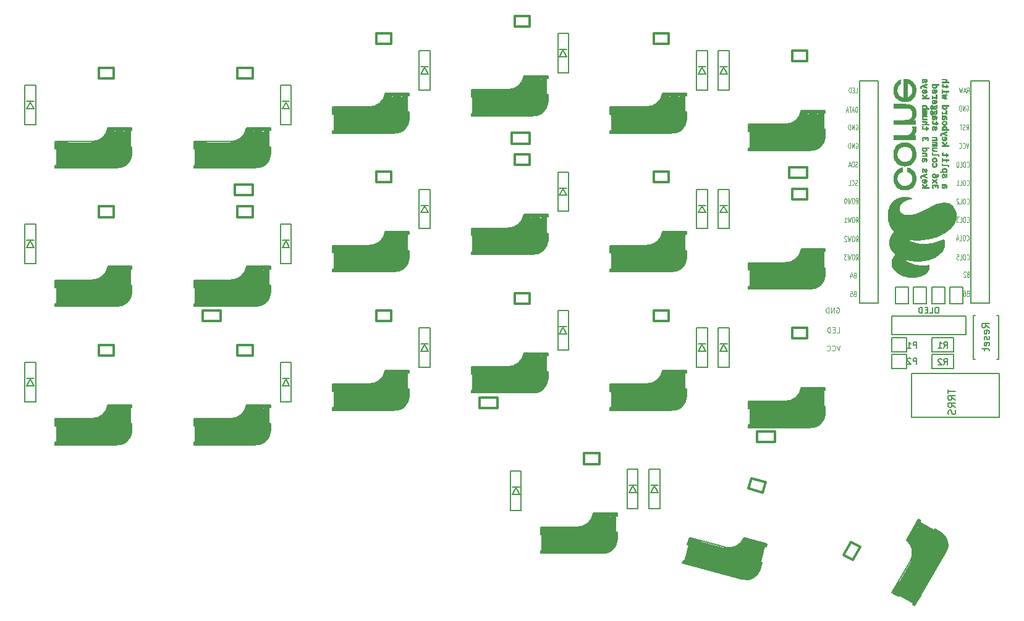
<source format=gbo>
G04 #@! TF.GenerationSoftware,KiCad,Pcbnew,(5.1.6)-1*
G04 #@! TF.CreationDate,2020-05-17T06:20:34+03:00*
G04 #@! TF.ProjectId,corne-cherry,636f726e-652d-4636-9865-7272792e6b69,2.1*
G04 #@! TF.SameCoordinates,Original*
G04 #@! TF.FileFunction,Legend,Bot*
G04 #@! TF.FilePolarity,Positive*
%FSLAX46Y46*%
G04 Gerber Fmt 4.6, Leading zero omitted, Abs format (unit mm)*
G04 Created by KiCad (PCBNEW (5.1.6)-1) date 2020-05-17 06:20:34*
%MOMM*%
%LPD*%
G01*
G04 APERTURE LIST*
%ADD10C,0.150000*%
%ADD11C,0.125000*%
%ADD12C,0.400000*%
%ADD13C,0.500000*%
%ADD14C,3.500000*%
%ADD15C,1.000000*%
%ADD16C,3.000000*%
%ADD17C,0.800000*%
%ADD18C,0.300000*%
%ADD19C,0.010000*%
G04 APERTURE END LIST*
D10*
X186280495Y-102854895D02*
X186125676Y-102854895D01*
X186048266Y-102893600D01*
X185970857Y-102971009D01*
X185932152Y-103125828D01*
X185932152Y-103396761D01*
X185970857Y-103551580D01*
X186048266Y-103628990D01*
X186125676Y-103667695D01*
X186280495Y-103667695D01*
X186357904Y-103628990D01*
X186435314Y-103551580D01*
X186474019Y-103396761D01*
X186474019Y-103125828D01*
X186435314Y-102971009D01*
X186357904Y-102893600D01*
X186280495Y-102854895D01*
X185196761Y-103667695D02*
X185583809Y-103667695D01*
X185583809Y-102854895D01*
X184925828Y-103241942D02*
X184654895Y-103241942D01*
X184538780Y-103667695D02*
X184925828Y-103667695D01*
X184925828Y-102854895D01*
X184538780Y-102854895D01*
X184190438Y-103667695D02*
X184190438Y-102854895D01*
X183996914Y-102854895D01*
X183880800Y-102893600D01*
X183803390Y-102971009D01*
X183764685Y-103048419D01*
X183725980Y-103203238D01*
X183725980Y-103319352D01*
X183764685Y-103474171D01*
X183803390Y-103551580D01*
X183880800Y-103628990D01*
X183996914Y-103667695D01*
X184190438Y-103667695D01*
D11*
X172450000Y-106316666D02*
X172783333Y-106316666D01*
X172783333Y-105616666D01*
X172216666Y-105950000D02*
X171983333Y-105950000D01*
X171883333Y-106316666D02*
X172216666Y-106316666D01*
X172216666Y-105616666D01*
X171883333Y-105616666D01*
X171583333Y-106316666D02*
X171583333Y-105616666D01*
X171416666Y-105616666D01*
X171316666Y-105650000D01*
X171250000Y-105716666D01*
X171216666Y-105783333D01*
X171183333Y-105916666D01*
X171183333Y-106016666D01*
X171216666Y-106150000D01*
X171250000Y-106216666D01*
X171316666Y-106283333D01*
X171416666Y-106316666D01*
X171583333Y-106316666D01*
X172933333Y-108116666D02*
X172700000Y-108816666D01*
X172466666Y-108116666D01*
X171833333Y-108750000D02*
X171866666Y-108783333D01*
X171966666Y-108816666D01*
X172033333Y-108816666D01*
X172133333Y-108783333D01*
X172200000Y-108716666D01*
X172233333Y-108650000D01*
X172266666Y-108516666D01*
X172266666Y-108416666D01*
X172233333Y-108283333D01*
X172200000Y-108216666D01*
X172133333Y-108150000D01*
X172033333Y-108116666D01*
X171966666Y-108116666D01*
X171866666Y-108150000D01*
X171833333Y-108183333D01*
X171133333Y-108750000D02*
X171166666Y-108783333D01*
X171266666Y-108816666D01*
X171333333Y-108816666D01*
X171433333Y-108783333D01*
X171500000Y-108716666D01*
X171533333Y-108650000D01*
X171566666Y-108516666D01*
X171566666Y-108416666D01*
X171533333Y-108283333D01*
X171500000Y-108216666D01*
X171433333Y-108150000D01*
X171333333Y-108116666D01*
X171266666Y-108116666D01*
X171166666Y-108150000D01*
X171133333Y-108183333D01*
X172433333Y-102950000D02*
X172500000Y-102916666D01*
X172600000Y-102916666D01*
X172700000Y-102950000D01*
X172766666Y-103016666D01*
X172800000Y-103083333D01*
X172833333Y-103216666D01*
X172833333Y-103316666D01*
X172800000Y-103450000D01*
X172766666Y-103516666D01*
X172700000Y-103583333D01*
X172600000Y-103616666D01*
X172533333Y-103616666D01*
X172433333Y-103583333D01*
X172400000Y-103550000D01*
X172400000Y-103316666D01*
X172533333Y-103316666D01*
X172100000Y-103616666D02*
X172100000Y-102916666D01*
X171700000Y-103616666D01*
X171700000Y-102916666D01*
X171366666Y-103616666D02*
X171366666Y-102916666D01*
X171200000Y-102916666D01*
X171100000Y-102950000D01*
X171033333Y-103016666D01*
X171000000Y-103083333D01*
X170966666Y-103216666D01*
X170966666Y-103316666D01*
X171000000Y-103450000D01*
X171033333Y-103516666D01*
X171100000Y-103583333D01*
X171200000Y-103616666D01*
X171366666Y-103616666D01*
D12*
X180927499Y-142260512D02*
X180321281Y-141910512D01*
X183092563Y-143510512D02*
X183792563Y-142298076D01*
D13*
X183725833Y-132213655D02*
X182375833Y-134551924D01*
D10*
X182862659Y-143608717D02*
X183165768Y-143783717D01*
X183165768Y-143783717D02*
X187365768Y-136509103D01*
X182548076Y-137653590D02*
X180048076Y-141983717D01*
X183652628Y-131940450D02*
X182012628Y-134781013D01*
X186770319Y-133740450D02*
X185904294Y-133240450D01*
X183652628Y-131940450D02*
X183964397Y-132120450D01*
X183864397Y-132293655D02*
X183964397Y-132120450D01*
X185789294Y-133439636D02*
X183849397Y-132319636D01*
X185904294Y-133240450D02*
X185804294Y-133413655D01*
X182962659Y-143435512D02*
X182862659Y-143608717D01*
X181024102Y-142293191D02*
X182972659Y-143418191D01*
X180914102Y-142483717D02*
X181014102Y-142310512D01*
X180048076Y-141983717D02*
X180914102Y-142483717D01*
D14*
X182606922Y-141151666D02*
X185956922Y-135349296D01*
D15*
X182996152Y-142877499D02*
X180831089Y-141627499D01*
D13*
X180457884Y-141873909D02*
X181157884Y-140661474D01*
D16*
X186251730Y-135438674D02*
X184311833Y-134318674D01*
D17*
X183785641Y-132710065D02*
X185344486Y-133610065D01*
D18*
X185940897Y-133377053D02*
X186720319Y-133827053D01*
D10*
X182029381Y-134794938D02*
G75*
G02*
X182548076Y-137653590I-1328080J-1717360D01*
G01*
X186770319Y-133740450D02*
G75*
G02*
X187365768Y-136509103I-1086602J-1682051D01*
G01*
D15*
X182575791Y-134648528D02*
G75*
G02*
X183094486Y-137507180I-1328080J-1717360D01*
G01*
D12*
X65600000Y-81025000D02*
X65600000Y-80325000D01*
X65600000Y-83525000D02*
X67000000Y-83525000D01*
D13*
X75700000Y-78425000D02*
X73000000Y-78425000D01*
D10*
X65400000Y-83375000D02*
X65400000Y-83725000D01*
X65400000Y-83725000D02*
X73800001Y-83725000D01*
X70400000Y-80125000D02*
X65400000Y-80125000D01*
X75900000Y-78225000D02*
X72620000Y-78225000D01*
X75900000Y-81825000D02*
X75900000Y-80825000D01*
X75900000Y-78225000D02*
X75900000Y-78585000D01*
X75700000Y-78585000D02*
X75900000Y-78585000D01*
X75670000Y-80825000D02*
X75670000Y-78585000D01*
X75900000Y-80825000D02*
X75700000Y-80825000D01*
X65600000Y-83375000D02*
X65400000Y-83375000D01*
X65620000Y-81125000D02*
X65620000Y-83375000D01*
X65400000Y-81125000D02*
X65600000Y-81125000D01*
X65400000Y-80125000D02*
X65400000Y-81125000D01*
D14*
X67400000Y-81925000D02*
X74100000Y-81925000D01*
D15*
X66100000Y-83125000D02*
X66100000Y-80625000D01*
D13*
X65700000Y-80425000D02*
X67100000Y-80425000D01*
D16*
X74170000Y-82225000D02*
X74170000Y-79985000D01*
D17*
X75300000Y-78725000D02*
X75300000Y-80524999D01*
D18*
X75800000Y-80925001D02*
X75800000Y-81825000D01*
D10*
X72616318Y-78246471D02*
G75*
G02*
X70400000Y-80125000I-2151318J291471D01*
G01*
X75900000Y-81824999D02*
G75*
G02*
X73800001Y-83725000I-2000000J99999D01*
G01*
D15*
X73016318Y-78646471D02*
G75*
G02*
X70800000Y-80525000I-2151318J291471D01*
G01*
D12*
X132100000Y-133900000D02*
X132100000Y-133200000D01*
X132100000Y-136400000D02*
X133500000Y-136400000D01*
D13*
X142200000Y-131300000D02*
X139500000Y-131300000D01*
D10*
X131900000Y-136250000D02*
X131900000Y-136600000D01*
X131900000Y-136600000D02*
X140300001Y-136600000D01*
X136900000Y-133000000D02*
X131900000Y-133000000D01*
X142400000Y-131100000D02*
X139120000Y-131100000D01*
X142400000Y-134700000D02*
X142400000Y-133700000D01*
X142400000Y-131100000D02*
X142400000Y-131460000D01*
X142200000Y-131460000D02*
X142400000Y-131460000D01*
X142170000Y-133700000D02*
X142170000Y-131460000D01*
X142400000Y-133700000D02*
X142200000Y-133700000D01*
X132100000Y-136250000D02*
X131900000Y-136250000D01*
X132120000Y-134000000D02*
X132120000Y-136250000D01*
X131900000Y-134000000D02*
X132100000Y-134000000D01*
X131900000Y-133000000D02*
X131900000Y-134000000D01*
D14*
X133900000Y-134800000D02*
X140600000Y-134800000D01*
D15*
X132600000Y-136000000D02*
X132600000Y-133500000D01*
D13*
X132200000Y-133300000D02*
X133600000Y-133300000D01*
D16*
X140670000Y-135100000D02*
X140670000Y-132860000D01*
D17*
X141800000Y-131600000D02*
X141800000Y-133399999D01*
D18*
X142300000Y-133800001D02*
X142300000Y-134700000D01*
D10*
X139116318Y-131121471D02*
G75*
G02*
X136900000Y-133000000I-2151318J291471D01*
G01*
X142400000Y-134699999D02*
G75*
G02*
X140300001Y-136600000I-2000000J99999D01*
G01*
D15*
X139516318Y-131521471D02*
G75*
G02*
X137300000Y-133400000I-2151318J291471D01*
G01*
D12*
X160600000Y-116650000D02*
X160600000Y-115950000D01*
X160600000Y-119150000D02*
X162000000Y-119150000D01*
D13*
X170700000Y-114050000D02*
X168000000Y-114050000D01*
D10*
X160400000Y-119000000D02*
X160400000Y-119350000D01*
X160400000Y-119350000D02*
X168800001Y-119350000D01*
X165400000Y-115750000D02*
X160400000Y-115750000D01*
X170900000Y-113850000D02*
X167620000Y-113850000D01*
X170900000Y-117450000D02*
X170900000Y-116450000D01*
X170900000Y-113850000D02*
X170900000Y-114210000D01*
X170700000Y-114210000D02*
X170900000Y-114210000D01*
X170670000Y-116450000D02*
X170670000Y-114210000D01*
X170900000Y-116450000D02*
X170700000Y-116450000D01*
X160600000Y-119000000D02*
X160400000Y-119000000D01*
X160620000Y-116750000D02*
X160620000Y-119000000D01*
X160400000Y-116750000D02*
X160600000Y-116750000D01*
X160400000Y-115750000D02*
X160400000Y-116750000D01*
D14*
X162400000Y-117550000D02*
X169100000Y-117550000D01*
D15*
X161100000Y-118750000D02*
X161100000Y-116250000D01*
D13*
X160700000Y-116050000D02*
X162100000Y-116050000D01*
D16*
X169170000Y-117850000D02*
X169170000Y-115610000D01*
D17*
X170300000Y-114350000D02*
X170300000Y-116149999D01*
D18*
X170800000Y-116550001D02*
X170800000Y-117450000D01*
D10*
X167616318Y-113871471D02*
G75*
G02*
X165400000Y-115750000I-2151318J291471D01*
G01*
X170900000Y-117449999D02*
G75*
G02*
X168800001Y-119350000I-2000000J99999D01*
G01*
D15*
X168016318Y-114271471D02*
G75*
G02*
X165800000Y-116150000I-2151318J291471D01*
G01*
D12*
X103600000Y-114275000D02*
X103600000Y-113575000D01*
X103600000Y-116775000D02*
X105000000Y-116775000D01*
D13*
X113700000Y-111675000D02*
X111000000Y-111675000D01*
D10*
X103400000Y-116625000D02*
X103400000Y-116975000D01*
X103400000Y-116975000D02*
X111800001Y-116975000D01*
X108400000Y-113375000D02*
X103400000Y-113375000D01*
X113900000Y-111475000D02*
X110620000Y-111475000D01*
X113900000Y-115075000D02*
X113900000Y-114075000D01*
X113900000Y-111475000D02*
X113900000Y-111835000D01*
X113700000Y-111835000D02*
X113900000Y-111835000D01*
X113670000Y-114075000D02*
X113670000Y-111835000D01*
X113900000Y-114075000D02*
X113700000Y-114075000D01*
X103600000Y-116625000D02*
X103400000Y-116625000D01*
X103620000Y-114375000D02*
X103620000Y-116625000D01*
X103400000Y-114375000D02*
X103600000Y-114375000D01*
X103400000Y-113375000D02*
X103400000Y-114375000D01*
D14*
X105400000Y-115175000D02*
X112100000Y-115175000D01*
D15*
X104100000Y-116375000D02*
X104100000Y-113875000D01*
D13*
X103700000Y-113675000D02*
X105100000Y-113675000D01*
D16*
X112170000Y-115475000D02*
X112170000Y-113235000D01*
D17*
X113300000Y-111975000D02*
X113300000Y-113774999D01*
D18*
X113800000Y-114175001D02*
X113800000Y-115075000D01*
D10*
X110616318Y-111496471D02*
G75*
G02*
X108400000Y-113375000I-2151318J291471D01*
G01*
X113900000Y-115074999D02*
G75*
G02*
X111800001Y-116975000I-2000000J99999D01*
G01*
D15*
X111016318Y-111896471D02*
G75*
G02*
X108800000Y-113775000I-2151318J291471D01*
G01*
D12*
X84600000Y-119025000D02*
X84600000Y-118325000D01*
X84600000Y-121525000D02*
X86000000Y-121525000D01*
D13*
X94700000Y-116425000D02*
X92000000Y-116425000D01*
D10*
X84400000Y-121375000D02*
X84400000Y-121725000D01*
X84400000Y-121725000D02*
X92800001Y-121725000D01*
X89400000Y-118125000D02*
X84400000Y-118125000D01*
X94900000Y-116225000D02*
X91620000Y-116225000D01*
X94900000Y-119825000D02*
X94900000Y-118825000D01*
X94900000Y-116225000D02*
X94900000Y-116585000D01*
X94700000Y-116585000D02*
X94900000Y-116585000D01*
X94670000Y-118825000D02*
X94670000Y-116585000D01*
X94900000Y-118825000D02*
X94700000Y-118825000D01*
X84600000Y-121375000D02*
X84400000Y-121375000D01*
X84620000Y-119125000D02*
X84620000Y-121375000D01*
X84400000Y-119125000D02*
X84600000Y-119125000D01*
X84400000Y-118125000D02*
X84400000Y-119125000D01*
D14*
X86400000Y-119925000D02*
X93100000Y-119925000D01*
D15*
X85100000Y-121125000D02*
X85100000Y-118625000D01*
D13*
X84700000Y-118425000D02*
X86100000Y-118425000D01*
D16*
X93170000Y-120225000D02*
X93170000Y-117985000D01*
D17*
X94300000Y-116725000D02*
X94300000Y-118524999D01*
D18*
X94800000Y-118925001D02*
X94800000Y-119825000D01*
D10*
X91616318Y-116246471D02*
G75*
G02*
X89400000Y-118125000I-2151318J291471D01*
G01*
X94900000Y-119824999D02*
G75*
G02*
X92800001Y-121725000I-2000000J99999D01*
G01*
D15*
X92016318Y-116646471D02*
G75*
G02*
X89800000Y-118525000I-2151318J291471D01*
G01*
D12*
X65600000Y-119025000D02*
X65600000Y-118325000D01*
X65600000Y-121525000D02*
X67000000Y-121525000D01*
D13*
X75700000Y-116425000D02*
X73000000Y-116425000D01*
D10*
X65400000Y-121375000D02*
X65400000Y-121725000D01*
X65400000Y-121725000D02*
X73800001Y-121725000D01*
X70400000Y-118125000D02*
X65400000Y-118125000D01*
X75900000Y-116225000D02*
X72620000Y-116225000D01*
X75900000Y-119825000D02*
X75900000Y-118825000D01*
X75900000Y-116225000D02*
X75900000Y-116585000D01*
X75700000Y-116585000D02*
X75900000Y-116585000D01*
X75670000Y-118825000D02*
X75670000Y-116585000D01*
X75900000Y-118825000D02*
X75700000Y-118825000D01*
X65600000Y-121375000D02*
X65400000Y-121375000D01*
X65620000Y-119125000D02*
X65620000Y-121375000D01*
X65400000Y-119125000D02*
X65600000Y-119125000D01*
X65400000Y-118125000D02*
X65400000Y-119125000D01*
D14*
X67400000Y-119925000D02*
X74100000Y-119925000D01*
D15*
X66100000Y-121125000D02*
X66100000Y-118625000D01*
D13*
X65700000Y-118425000D02*
X67100000Y-118425000D01*
D16*
X74170000Y-120225000D02*
X74170000Y-117985000D01*
D17*
X75300000Y-116725000D02*
X75300000Y-118524999D01*
D18*
X75800000Y-118925001D02*
X75800000Y-119825000D01*
D10*
X72616318Y-116246471D02*
G75*
G02*
X70400000Y-118125000I-2151318J291471D01*
G01*
X75900000Y-119824999D02*
G75*
G02*
X73800001Y-121725000I-2000000J99999D01*
G01*
D15*
X73016318Y-116646471D02*
G75*
G02*
X70800000Y-118525000I-2151318J291471D01*
G01*
D12*
X160600000Y-97650000D02*
X160600000Y-96950000D01*
X160600000Y-100150000D02*
X162000000Y-100150000D01*
D13*
X170700000Y-95050000D02*
X168000000Y-95050000D01*
D10*
X160400000Y-100000000D02*
X160400000Y-100350000D01*
X160400000Y-100350000D02*
X168800001Y-100350000D01*
X165400000Y-96750000D02*
X160400000Y-96750000D01*
X170900000Y-94850000D02*
X167620000Y-94850000D01*
X170900000Y-98450000D02*
X170900000Y-97450000D01*
X170900000Y-94850000D02*
X170900000Y-95210000D01*
X170700000Y-95210000D02*
X170900000Y-95210000D01*
X170670000Y-97450000D02*
X170670000Y-95210000D01*
X170900000Y-97450000D02*
X170700000Y-97450000D01*
X160600000Y-100000000D02*
X160400000Y-100000000D01*
X160620000Y-97750000D02*
X160620000Y-100000000D01*
X160400000Y-97750000D02*
X160600000Y-97750000D01*
X160400000Y-96750000D02*
X160400000Y-97750000D01*
D14*
X162400000Y-98550000D02*
X169100000Y-98550000D01*
D15*
X161100000Y-99750000D02*
X161100000Y-97250000D01*
D13*
X160700000Y-97050000D02*
X162100000Y-97050000D01*
D16*
X169170000Y-98850000D02*
X169170000Y-96610000D01*
D17*
X170300000Y-95350000D02*
X170300000Y-97149999D01*
D18*
X170800000Y-97550001D02*
X170800000Y-98450000D01*
D10*
X167616318Y-94871471D02*
G75*
G02*
X165400000Y-96750000I-2151318J291471D01*
G01*
X170900000Y-98449999D02*
G75*
G02*
X168800001Y-100350000I-2000000J99999D01*
G01*
D15*
X168016318Y-95271471D02*
G75*
G02*
X165800000Y-97150000I-2151318J291471D01*
G01*
D12*
X141600000Y-95275000D02*
X141600000Y-94575000D01*
X141600000Y-97775000D02*
X143000000Y-97775000D01*
D13*
X151700000Y-92675000D02*
X149000000Y-92675000D01*
D10*
X141400000Y-97625000D02*
X141400000Y-97975000D01*
X141400000Y-97975000D02*
X149800001Y-97975000D01*
X146400000Y-94375000D02*
X141400000Y-94375000D01*
X151900000Y-92475000D02*
X148620000Y-92475000D01*
X151900000Y-96075000D02*
X151900000Y-95075000D01*
X151900000Y-92475000D02*
X151900000Y-92835000D01*
X151700000Y-92835000D02*
X151900000Y-92835000D01*
X151670000Y-95075000D02*
X151670000Y-92835000D01*
X151900000Y-95075000D02*
X151700000Y-95075000D01*
X141600000Y-97625000D02*
X141400000Y-97625000D01*
X141620000Y-95375000D02*
X141620000Y-97625000D01*
X141400000Y-95375000D02*
X141600000Y-95375000D01*
X141400000Y-94375000D02*
X141400000Y-95375000D01*
D14*
X143400000Y-96175000D02*
X150100000Y-96175000D01*
D15*
X142100000Y-97375000D02*
X142100000Y-94875000D01*
D13*
X141700000Y-94675000D02*
X143100000Y-94675000D01*
D16*
X150170000Y-96475000D02*
X150170000Y-94235000D01*
D17*
X151300000Y-92975000D02*
X151300000Y-94774999D01*
D18*
X151800000Y-95175001D02*
X151800000Y-96075000D01*
D10*
X148616318Y-92496471D02*
G75*
G02*
X146400000Y-94375000I-2151318J291471D01*
G01*
X151900000Y-96074999D02*
G75*
G02*
X149800001Y-97975000I-2000000J99999D01*
G01*
D15*
X149016318Y-92896471D02*
G75*
G02*
X146800000Y-94775000I-2151318J291471D01*
G01*
D12*
X122600000Y-92900000D02*
X122600000Y-92200000D01*
X122600000Y-95400000D02*
X124000000Y-95400000D01*
D13*
X132700000Y-90300000D02*
X130000000Y-90300000D01*
D10*
X122400000Y-95250000D02*
X122400000Y-95600000D01*
X122400000Y-95600000D02*
X130800001Y-95600000D01*
X127400000Y-92000000D02*
X122400000Y-92000000D01*
X132900000Y-90100000D02*
X129620000Y-90100000D01*
X132900000Y-93700000D02*
X132900000Y-92700000D01*
X132900000Y-90100000D02*
X132900000Y-90460000D01*
X132700000Y-90460000D02*
X132900000Y-90460000D01*
X132670000Y-92700000D02*
X132670000Y-90460000D01*
X132900000Y-92700000D02*
X132700000Y-92700000D01*
X122600000Y-95250000D02*
X122400000Y-95250000D01*
X122620000Y-93000000D02*
X122620000Y-95250000D01*
X122400000Y-93000000D02*
X122600000Y-93000000D01*
X122400000Y-92000000D02*
X122400000Y-93000000D01*
D14*
X124400000Y-93800000D02*
X131100000Y-93800000D01*
D15*
X123100000Y-95000000D02*
X123100000Y-92500000D01*
D13*
X122700000Y-92300000D02*
X124100000Y-92300000D01*
D16*
X131170000Y-94100000D02*
X131170000Y-91860000D01*
D17*
X132300000Y-90600000D02*
X132300000Y-92399999D01*
D18*
X132800000Y-92800001D02*
X132800000Y-93700000D01*
D10*
X129616318Y-90121471D02*
G75*
G02*
X127400000Y-92000000I-2151318J291471D01*
G01*
X132900000Y-93699999D02*
G75*
G02*
X130800001Y-95600000I-2000000J99999D01*
G01*
D15*
X130016318Y-90521471D02*
G75*
G02*
X127800000Y-92400000I-2151318J291471D01*
G01*
D12*
X103600000Y-95275000D02*
X103600000Y-94575000D01*
X103600000Y-97775000D02*
X105000000Y-97775000D01*
D13*
X113700000Y-92675000D02*
X111000000Y-92675000D01*
D10*
X103400000Y-97625000D02*
X103400000Y-97975000D01*
X103400000Y-97975000D02*
X111800001Y-97975000D01*
X108400000Y-94375000D02*
X103400000Y-94375000D01*
X113900000Y-92475000D02*
X110620000Y-92475000D01*
X113900000Y-96075000D02*
X113900000Y-95075000D01*
X113900000Y-92475000D02*
X113900000Y-92835000D01*
X113700000Y-92835000D02*
X113900000Y-92835000D01*
X113670000Y-95075000D02*
X113670000Y-92835000D01*
X113900000Y-95075000D02*
X113700000Y-95075000D01*
X103600000Y-97625000D02*
X103400000Y-97625000D01*
X103620000Y-95375000D02*
X103620000Y-97625000D01*
X103400000Y-95375000D02*
X103600000Y-95375000D01*
X103400000Y-94375000D02*
X103400000Y-95375000D01*
D14*
X105400000Y-96175000D02*
X112100000Y-96175000D01*
D15*
X104100000Y-97375000D02*
X104100000Y-94875000D01*
D13*
X103700000Y-94675000D02*
X105100000Y-94675000D01*
D16*
X112170000Y-96475000D02*
X112170000Y-94235000D01*
D17*
X113300000Y-92975000D02*
X113300000Y-94774999D01*
D18*
X113800000Y-95175001D02*
X113800000Y-96075000D01*
D10*
X110616318Y-92496471D02*
G75*
G02*
X108400000Y-94375000I-2151318J291471D01*
G01*
X113900000Y-96074999D02*
G75*
G02*
X111800001Y-97975000I-2000000J99999D01*
G01*
D15*
X111016318Y-92896471D02*
G75*
G02*
X108800000Y-94775000I-2151318J291471D01*
G01*
D12*
X84600000Y-100025000D02*
X84600000Y-99325000D01*
X84600000Y-102525000D02*
X86000000Y-102525000D01*
D13*
X94700000Y-97425000D02*
X92000000Y-97425000D01*
D10*
X84400000Y-102375000D02*
X84400000Y-102725000D01*
X84400000Y-102725000D02*
X92800001Y-102725000D01*
X89400000Y-99125000D02*
X84400000Y-99125000D01*
X94900000Y-97225000D02*
X91620000Y-97225000D01*
X94900000Y-100825000D02*
X94900000Y-99825000D01*
X94900000Y-97225000D02*
X94900000Y-97585000D01*
X94700000Y-97585000D02*
X94900000Y-97585000D01*
X94670000Y-99825000D02*
X94670000Y-97585000D01*
X94900000Y-99825000D02*
X94700000Y-99825000D01*
X84600000Y-102375000D02*
X84400000Y-102375000D01*
X84620000Y-100125000D02*
X84620000Y-102375000D01*
X84400000Y-100125000D02*
X84600000Y-100125000D01*
X84400000Y-99125000D02*
X84400000Y-100125000D01*
D14*
X86400000Y-100925000D02*
X93100000Y-100925000D01*
D15*
X85100000Y-102125000D02*
X85100000Y-99625000D01*
D13*
X84700000Y-99425000D02*
X86100000Y-99425000D01*
D16*
X93170000Y-101225000D02*
X93170000Y-98985000D01*
D17*
X94300000Y-97725000D02*
X94300000Y-99524999D01*
D18*
X94800000Y-99925001D02*
X94800000Y-100825000D01*
D10*
X91616318Y-97246471D02*
G75*
G02*
X89400000Y-99125000I-2151318J291471D01*
G01*
X94900000Y-100824999D02*
G75*
G02*
X92800001Y-102725000I-2000000J99999D01*
G01*
D15*
X92016318Y-97646471D02*
G75*
G02*
X89800000Y-99525000I-2151318J291471D01*
G01*
D12*
X65600000Y-100025000D02*
X65600000Y-99325000D01*
X65600000Y-102525000D02*
X67000000Y-102525000D01*
D13*
X75700000Y-97425000D02*
X73000000Y-97425000D01*
D10*
X65400000Y-102375000D02*
X65400000Y-102725000D01*
X65400000Y-102725000D02*
X73800001Y-102725000D01*
X70400000Y-99125000D02*
X65400000Y-99125000D01*
X75900000Y-97225000D02*
X72620000Y-97225000D01*
X75900000Y-100825000D02*
X75900000Y-99825000D01*
X75900000Y-97225000D02*
X75900000Y-97585000D01*
X75700000Y-97585000D02*
X75900000Y-97585000D01*
X75670000Y-99825000D02*
X75670000Y-97585000D01*
X75900000Y-99825000D02*
X75700000Y-99825000D01*
X65600000Y-102375000D02*
X65400000Y-102375000D01*
X65620000Y-100125000D02*
X65620000Y-102375000D01*
X65400000Y-100125000D02*
X65600000Y-100125000D01*
X65400000Y-99125000D02*
X65400000Y-100125000D01*
D14*
X67400000Y-100925000D02*
X74100000Y-100925000D01*
D15*
X66100000Y-102125000D02*
X66100000Y-99625000D01*
D13*
X65700000Y-99425000D02*
X67100000Y-99425000D01*
D16*
X74170000Y-101225000D02*
X74170000Y-98985000D01*
D17*
X75300000Y-97725000D02*
X75300000Y-99524999D01*
D18*
X75800000Y-99925001D02*
X75800000Y-100825000D01*
D10*
X72616318Y-97246471D02*
G75*
G02*
X70400000Y-99125000I-2151318J291471D01*
G01*
X75900000Y-100824999D02*
G75*
G02*
X73800001Y-102725000I-2000000J99999D01*
G01*
D15*
X73016318Y-97646471D02*
G75*
G02*
X70800000Y-99525000I-2151318J291471D01*
G01*
D12*
X160600000Y-78650000D02*
X160600000Y-77950000D01*
X160600000Y-81150000D02*
X162000000Y-81150000D01*
D13*
X170700000Y-76050000D02*
X168000000Y-76050000D01*
D10*
X160400000Y-81000000D02*
X160400000Y-81350000D01*
X160400000Y-81350000D02*
X168800001Y-81350000D01*
X165400000Y-77750000D02*
X160400000Y-77750000D01*
X170900000Y-75850000D02*
X167620000Y-75850000D01*
X170900000Y-79450000D02*
X170900000Y-78450000D01*
X170900000Y-75850000D02*
X170900000Y-76210000D01*
X170700000Y-76210000D02*
X170900000Y-76210000D01*
X170670000Y-78450000D02*
X170670000Y-76210000D01*
X170900000Y-78450000D02*
X170700000Y-78450000D01*
X160600000Y-81000000D02*
X160400000Y-81000000D01*
X160620000Y-78750000D02*
X160620000Y-81000000D01*
X160400000Y-78750000D02*
X160600000Y-78750000D01*
X160400000Y-77750000D02*
X160400000Y-78750000D01*
D14*
X162400000Y-79550000D02*
X169100000Y-79550000D01*
D15*
X161100000Y-80750000D02*
X161100000Y-78250000D01*
D13*
X160700000Y-78050000D02*
X162100000Y-78050000D01*
D16*
X169170000Y-79850000D02*
X169170000Y-77610000D01*
D17*
X170300000Y-76350000D02*
X170300000Y-78149999D01*
D18*
X170800000Y-78550001D02*
X170800000Y-79450000D01*
D10*
X167616318Y-75871471D02*
G75*
G02*
X165400000Y-77750000I-2151318J291471D01*
G01*
X170900000Y-79449999D02*
G75*
G02*
X168800001Y-81350000I-2000000J99999D01*
G01*
D15*
X168016318Y-76271471D02*
G75*
G02*
X165800000Y-78150000I-2151318J291471D01*
G01*
D12*
X141600000Y-76275000D02*
X141600000Y-75575000D01*
X141600000Y-78775000D02*
X143000000Y-78775000D01*
D13*
X151700000Y-73675000D02*
X149000000Y-73675000D01*
D10*
X141400000Y-78625000D02*
X141400000Y-78975000D01*
X141400000Y-78975000D02*
X149800001Y-78975000D01*
X146400000Y-75375000D02*
X141400000Y-75375000D01*
X151900000Y-73475000D02*
X148620000Y-73475000D01*
X151900000Y-77075000D02*
X151900000Y-76075000D01*
X151900000Y-73475000D02*
X151900000Y-73835000D01*
X151700000Y-73835000D02*
X151900000Y-73835000D01*
X151670000Y-76075000D02*
X151670000Y-73835000D01*
X151900000Y-76075000D02*
X151700000Y-76075000D01*
X141600000Y-78625000D02*
X141400000Y-78625000D01*
X141620000Y-76375000D02*
X141620000Y-78625000D01*
X141400000Y-76375000D02*
X141600000Y-76375000D01*
X141400000Y-75375000D02*
X141400000Y-76375000D01*
D14*
X143400000Y-77175000D02*
X150100000Y-77175000D01*
D15*
X142100000Y-78375000D02*
X142100000Y-75875000D01*
D13*
X141700000Y-75675000D02*
X143100000Y-75675000D01*
D16*
X150170000Y-77475000D02*
X150170000Y-75235000D01*
D17*
X151300000Y-73975000D02*
X151300000Y-75774999D01*
D18*
X151800000Y-76175001D02*
X151800000Y-77075000D01*
D10*
X148616318Y-73496471D02*
G75*
G02*
X146400000Y-75375000I-2151318J291471D01*
G01*
X151900000Y-77074999D02*
G75*
G02*
X149800001Y-78975000I-2000000J99999D01*
G01*
D15*
X149016318Y-73896471D02*
G75*
G02*
X146800000Y-75775000I-2151318J291471D01*
G01*
D12*
X103600000Y-76275000D02*
X103600000Y-75575000D01*
X103600000Y-78775000D02*
X105000000Y-78775000D01*
D13*
X113700000Y-73675000D02*
X111000000Y-73675000D01*
D10*
X103400000Y-78625000D02*
X103400000Y-78975000D01*
X103400000Y-78975000D02*
X111800001Y-78975000D01*
X108400000Y-75375000D02*
X103400000Y-75375000D01*
X113900000Y-73475000D02*
X110620000Y-73475000D01*
X113900000Y-77075000D02*
X113900000Y-76075000D01*
X113900000Y-73475000D02*
X113900000Y-73835000D01*
X113700000Y-73835000D02*
X113900000Y-73835000D01*
X113670000Y-76075000D02*
X113670000Y-73835000D01*
X113900000Y-76075000D02*
X113700000Y-76075000D01*
X103600000Y-78625000D02*
X103400000Y-78625000D01*
X103620000Y-76375000D02*
X103620000Y-78625000D01*
X103400000Y-76375000D02*
X103600000Y-76375000D01*
X103400000Y-75375000D02*
X103400000Y-76375000D01*
D14*
X105400000Y-77175000D02*
X112100000Y-77175000D01*
D15*
X104100000Y-78375000D02*
X104100000Y-75875000D01*
D13*
X103700000Y-75675000D02*
X105100000Y-75675000D01*
D16*
X112170000Y-77475000D02*
X112170000Y-75235000D01*
D17*
X113300000Y-73975000D02*
X113300000Y-75774999D01*
D18*
X113800000Y-76175001D02*
X113800000Y-77075000D01*
D10*
X110616318Y-73496471D02*
G75*
G02*
X108400000Y-75375000I-2151318J291471D01*
G01*
X113900000Y-77074999D02*
G75*
G02*
X111800001Y-78975000I-2000000J99999D01*
G01*
D15*
X111016318Y-73896471D02*
G75*
G02*
X108800000Y-75775000I-2151318J291471D01*
G01*
D12*
X84600000Y-81025000D02*
X84600000Y-80325000D01*
X84600000Y-83525000D02*
X86000000Y-83525000D01*
D13*
X94700000Y-78425000D02*
X92000000Y-78425000D01*
D10*
X84400000Y-83375000D02*
X84400000Y-83725000D01*
X84400000Y-83725000D02*
X92800001Y-83725000D01*
X89400000Y-80125000D02*
X84400000Y-80125000D01*
X94900000Y-78225000D02*
X91620000Y-78225000D01*
X94900000Y-81825000D02*
X94900000Y-80825000D01*
X94900000Y-78225000D02*
X94900000Y-78585000D01*
X94700000Y-78585000D02*
X94900000Y-78585000D01*
X94670000Y-80825000D02*
X94670000Y-78585000D01*
X94900000Y-80825000D02*
X94700000Y-80825000D01*
X84600000Y-83375000D02*
X84400000Y-83375000D01*
X84620000Y-81125000D02*
X84620000Y-83375000D01*
X84400000Y-81125000D02*
X84600000Y-81125000D01*
X84400000Y-80125000D02*
X84400000Y-81125000D01*
D14*
X86400000Y-81925000D02*
X93100000Y-81925000D01*
D15*
X85100000Y-83125000D02*
X85100000Y-80625000D01*
D13*
X84700000Y-80425000D02*
X86100000Y-80425000D01*
D16*
X93170000Y-82225000D02*
X93170000Y-79985000D01*
D17*
X94300000Y-78725000D02*
X94300000Y-80524999D01*
D18*
X94800000Y-80925001D02*
X94800000Y-81825000D01*
D10*
X91616318Y-78246471D02*
G75*
G02*
X89400000Y-80125000I-2151318J291471D01*
G01*
X94900000Y-81824999D02*
G75*
G02*
X92800001Y-83725000I-2000000J99999D01*
G01*
D15*
X92016318Y-78646471D02*
G75*
G02*
X89800000Y-80525000I-2151318J291471D01*
G01*
D12*
X141600000Y-114275000D02*
X141600000Y-113575000D01*
X141600000Y-116775000D02*
X143000000Y-116775000D01*
D13*
X151700000Y-111675000D02*
X149000000Y-111675000D01*
D10*
X141400000Y-116625000D02*
X141400000Y-116975000D01*
X141400000Y-116975000D02*
X149800001Y-116975000D01*
X146400000Y-113375000D02*
X141400000Y-113375000D01*
X151900000Y-111475000D02*
X148620000Y-111475000D01*
X151900000Y-115075000D02*
X151900000Y-114075000D01*
X151900000Y-111475000D02*
X151900000Y-111835000D01*
X151700000Y-111835000D02*
X151900000Y-111835000D01*
X151670000Y-114075000D02*
X151670000Y-111835000D01*
X151900000Y-114075000D02*
X151700000Y-114075000D01*
X141600000Y-116625000D02*
X141400000Y-116625000D01*
X141620000Y-114375000D02*
X141620000Y-116625000D01*
X141400000Y-114375000D02*
X141600000Y-114375000D01*
X141400000Y-113375000D02*
X141400000Y-114375000D01*
D14*
X143400000Y-115175000D02*
X150100000Y-115175000D01*
D15*
X142100000Y-116375000D02*
X142100000Y-113875000D01*
D13*
X141700000Y-113675000D02*
X143100000Y-113675000D01*
D16*
X150170000Y-115475000D02*
X150170000Y-113235000D01*
D17*
X151300000Y-111975000D02*
X151300000Y-113774999D01*
D18*
X151800000Y-114175001D02*
X151800000Y-115075000D01*
D10*
X148616318Y-111496471D02*
G75*
G02*
X146400000Y-113375000I-2151318J291471D01*
G01*
X151900000Y-115074999D02*
G75*
G02*
X149800001Y-116975000I-2000000J99999D01*
G01*
D15*
X149016318Y-111896471D02*
G75*
G02*
X146800000Y-113775000I-2151318J291471D01*
G01*
D12*
X152240532Y-135378307D02*
X152421705Y-134702159D01*
X151593484Y-137793121D02*
X152945781Y-138155468D01*
D13*
X162669312Y-135480972D02*
X160061313Y-134782161D01*
D10*
X151439122Y-137596469D02*
X151348536Y-137934543D01*
X151348536Y-137934543D02*
X159462313Y-140108623D01*
X157109913Y-135751305D02*
X152280284Y-134457210D01*
X162914261Y-135339551D02*
X159746025Y-134490624D01*
X161982513Y-138816884D02*
X162241332Y-137850958D01*
X162914261Y-135339551D02*
X162821087Y-135687284D01*
X162627901Y-135635520D02*
X162821087Y-135687284D01*
X162019169Y-137791430D02*
X162598924Y-135627756D01*
X162241332Y-137850958D02*
X162048147Y-137799194D01*
X151632307Y-137648233D02*
X151439122Y-137596469D01*
X152233969Y-135480076D02*
X151651626Y-137653409D01*
X152021465Y-135423136D02*
X152214650Y-135474900D01*
X152280284Y-134457210D02*
X152021465Y-135423136D01*
D14*
X153746261Y-136713514D02*
X160217964Y-138447602D01*
D15*
X152179975Y-137536161D02*
X152827023Y-135121346D01*
D13*
X152492416Y-134824633D02*
X153844712Y-135186980D01*
D16*
X160207934Y-138755497D02*
X160787688Y-136591823D01*
D17*
X162205296Y-135667222D02*
X161739422Y-137405888D01*
D18*
X162118857Y-137921670D02*
X161885920Y-138791002D01*
D10*
X159736912Y-134510411D02*
G75*
G02*
X157109913Y-135751305I-2002576J838342D01*
G01*
X161982513Y-138816883D02*
G75*
G02*
X159462313Y-140108623I-1905970J614230D01*
G01*
D15*
X160019754Y-135000308D02*
G75*
G02*
X157392756Y-136241203I-2002576J838341D01*
G01*
D12*
X122600000Y-73900000D02*
X122600000Y-73200000D01*
X122600000Y-76400000D02*
X124000000Y-76400000D01*
D13*
X132700000Y-71300000D02*
X130000000Y-71300000D01*
D10*
X122400000Y-76250000D02*
X122400000Y-76600000D01*
X122400000Y-76600000D02*
X130800001Y-76600000D01*
X127400000Y-73000000D02*
X122400000Y-73000000D01*
X132900000Y-71100000D02*
X129620000Y-71100000D01*
X132900000Y-74700000D02*
X132900000Y-73700000D01*
X132900000Y-71100000D02*
X132900000Y-71460000D01*
X132700000Y-71460000D02*
X132900000Y-71460000D01*
X132670000Y-73700000D02*
X132670000Y-71460000D01*
X132900000Y-73700000D02*
X132700000Y-73700000D01*
X122600000Y-76250000D02*
X122400000Y-76250000D01*
X122620000Y-74000000D02*
X122620000Y-76250000D01*
X122400000Y-74000000D02*
X122600000Y-74000000D01*
X122400000Y-73000000D02*
X122400000Y-74000000D01*
D14*
X124400000Y-74800000D02*
X131100000Y-74800000D01*
D15*
X123100000Y-76000000D02*
X123100000Y-73500000D01*
D13*
X122700000Y-73300000D02*
X124100000Y-73300000D01*
D16*
X131170000Y-75100000D02*
X131170000Y-72860000D01*
D17*
X132300000Y-71600000D02*
X132300000Y-73399999D01*
D18*
X132800000Y-73800001D02*
X132800000Y-74700000D01*
D10*
X129616318Y-71121471D02*
G75*
G02*
X127400000Y-73000000I-2151318J291471D01*
G01*
X132900000Y-74699999D02*
G75*
G02*
X130800001Y-76600000I-2000000J99999D01*
G01*
D15*
X130016318Y-71521471D02*
G75*
G02*
X127800000Y-73400000I-2151318J291471D01*
G01*
D12*
X122600000Y-111900000D02*
X122600000Y-111200000D01*
X122600000Y-114400000D02*
X124000000Y-114400000D01*
D13*
X132700000Y-109300000D02*
X130000000Y-109300000D01*
D10*
X122400000Y-114250000D02*
X122400000Y-114600000D01*
X122400000Y-114600000D02*
X130800001Y-114600000D01*
X127400000Y-111000000D02*
X122400000Y-111000000D01*
X132900000Y-109100000D02*
X129620000Y-109100000D01*
X132900000Y-112700000D02*
X132900000Y-111700000D01*
X132900000Y-109100000D02*
X132900000Y-109460000D01*
X132700000Y-109460000D02*
X132900000Y-109460000D01*
X132670000Y-111700000D02*
X132670000Y-109460000D01*
X132900000Y-111700000D02*
X132700000Y-111700000D01*
X122600000Y-114250000D02*
X122400000Y-114250000D01*
X122620000Y-112000000D02*
X122620000Y-114250000D01*
X122400000Y-112000000D02*
X122600000Y-112000000D01*
X122400000Y-111000000D02*
X122400000Y-112000000D01*
D14*
X124400000Y-112800000D02*
X131100000Y-112800000D01*
D15*
X123100000Y-114000000D02*
X123100000Y-111500000D01*
D13*
X122700000Y-111300000D02*
X124100000Y-111300000D01*
D16*
X131170000Y-113100000D02*
X131170000Y-110860000D01*
D17*
X132300000Y-109600000D02*
X132300000Y-111399999D01*
D18*
X132800000Y-111800001D02*
X132800000Y-112700000D01*
D10*
X129616318Y-109121471D02*
G75*
G02*
X127400000Y-111000000I-2151318J291471D01*
G01*
X132900000Y-112699999D02*
G75*
G02*
X130800001Y-114600000I-2000000J99999D01*
G01*
D15*
X130016318Y-109521471D02*
G75*
G02*
X127800000Y-111400000I-2151318J291471D01*
G01*
D10*
X194700000Y-111950000D02*
X194700000Y-117950000D01*
X194700000Y-117950000D02*
X182700000Y-117950000D01*
X182700000Y-117950000D02*
X182700000Y-111950000D01*
X182700000Y-111950000D02*
X194700000Y-111950000D01*
D18*
X161570000Y-119900000D02*
X164020000Y-119900000D01*
X164020000Y-119900000D02*
X164020000Y-121350000D01*
X164020000Y-121350000D02*
X161600000Y-121350000D01*
X161570000Y-121350000D02*
X161570000Y-119900000D01*
X168430000Y-85100000D02*
X165980000Y-85100000D01*
X165980000Y-85100000D02*
X165980000Y-83650000D01*
X165980000Y-83650000D02*
X168400000Y-83650000D01*
X168430000Y-83650000D02*
X168430000Y-85100000D01*
X130430000Y-80400000D02*
X127980000Y-80400000D01*
X127980000Y-80400000D02*
X127980000Y-78950000D01*
X127980000Y-78950000D02*
X130400000Y-78950000D01*
X130430000Y-78950000D02*
X130430000Y-80400000D01*
X92430000Y-87500000D02*
X89980000Y-87500000D01*
X89980000Y-87500000D02*
X89980000Y-86050000D01*
X89980000Y-86050000D02*
X92400000Y-86050000D01*
X92430000Y-86050000D02*
X92430000Y-87500000D01*
X85570000Y-103300000D02*
X88020000Y-103300000D01*
X88020000Y-103300000D02*
X88020000Y-104750000D01*
X88020000Y-104750000D02*
X85600000Y-104750000D01*
X85570000Y-104750000D02*
X85570000Y-103300000D01*
X123570000Y-115200000D02*
X126020000Y-115200000D01*
X126020000Y-115200000D02*
X126020000Y-116650000D01*
X126020000Y-116650000D02*
X123600000Y-116650000D01*
X123570000Y-116650000D02*
X123570000Y-115200000D01*
X175695641Y-135745115D02*
X174670641Y-137520467D01*
X174439904Y-135020115D02*
X175695641Y-135745115D01*
X173414904Y-136795467D02*
X174439904Y-135020115D01*
X174670641Y-137520467D02*
X173414904Y-136795467D01*
X160747088Y-126311689D02*
X162727236Y-126842268D01*
X160371800Y-127712281D02*
X160747088Y-126311689D01*
X162351948Y-128242860D02*
X160371800Y-127712281D01*
X162727236Y-126842268D02*
X162351948Y-128242860D01*
X137880000Y-122900000D02*
X139930000Y-122900000D01*
X137880000Y-124350000D02*
X137880000Y-122900000D01*
X139930000Y-124350000D02*
X137880000Y-124350000D01*
X139930000Y-122900000D02*
X139930000Y-124350000D01*
X166380000Y-105650000D02*
X168430000Y-105650000D01*
X166380000Y-107100000D02*
X166380000Y-105650000D01*
X168430000Y-107100000D02*
X166380000Y-107100000D01*
X168430000Y-105650000D02*
X168430000Y-107100000D01*
X147380000Y-103275000D02*
X149430000Y-103275000D01*
X147380000Y-104725000D02*
X147380000Y-103275000D01*
X149430000Y-104725000D02*
X147380000Y-104725000D01*
X149430000Y-103275000D02*
X149430000Y-104725000D01*
X128380000Y-100900000D02*
X130430000Y-100900000D01*
X128380000Y-102350000D02*
X128380000Y-100900000D01*
X130430000Y-102350000D02*
X128380000Y-102350000D01*
X130430000Y-100900000D02*
X130430000Y-102350000D01*
X109380000Y-103275000D02*
X111430000Y-103275000D01*
X109380000Y-104725000D02*
X109380000Y-103275000D01*
X111430000Y-104725000D02*
X109380000Y-104725000D01*
X111430000Y-103275000D02*
X111430000Y-104725000D01*
X90380000Y-108025000D02*
X92430000Y-108025000D01*
X90380000Y-109475000D02*
X90380000Y-108025000D01*
X92430000Y-109475000D02*
X90380000Y-109475000D01*
X92430000Y-108025000D02*
X92430000Y-109475000D01*
X71380000Y-108025000D02*
X73430000Y-108025000D01*
X71380000Y-109475000D02*
X71380000Y-108025000D01*
X73430000Y-109475000D02*
X71380000Y-109475000D01*
X73430000Y-108025000D02*
X73430000Y-109475000D01*
X166380000Y-86650000D02*
X168430000Y-86650000D01*
X166380000Y-88100000D02*
X166380000Y-86650000D01*
X168430000Y-88100000D02*
X166380000Y-88100000D01*
X168430000Y-86650000D02*
X168430000Y-88100000D01*
X147380000Y-84275000D02*
X149430000Y-84275000D01*
X147380000Y-85725000D02*
X147380000Y-84275000D01*
X149430000Y-85725000D02*
X147380000Y-85725000D01*
X149430000Y-84275000D02*
X149430000Y-85725000D01*
X128380000Y-81900000D02*
X130430000Y-81900000D01*
X128380000Y-83350000D02*
X128380000Y-81900000D01*
X130430000Y-83350000D02*
X128380000Y-83350000D01*
X130430000Y-81900000D02*
X130430000Y-83350000D01*
X109380000Y-84275000D02*
X111430000Y-84275000D01*
X109380000Y-85725000D02*
X109380000Y-84275000D01*
X111430000Y-85725000D02*
X109380000Y-85725000D01*
X111430000Y-84275000D02*
X111430000Y-85725000D01*
X90380000Y-89025000D02*
X92430000Y-89025000D01*
X90380000Y-90475000D02*
X90380000Y-89025000D01*
X92430000Y-90475000D02*
X90380000Y-90475000D01*
X92430000Y-89025000D02*
X92430000Y-90475000D01*
X71380000Y-89025000D02*
X73430000Y-89025000D01*
X71380000Y-90475000D02*
X71380000Y-89025000D01*
X73430000Y-90475000D02*
X71380000Y-90475000D01*
X73430000Y-89025000D02*
X73430000Y-90475000D01*
X166380000Y-67650000D02*
X168430000Y-67650000D01*
X166380000Y-69100000D02*
X166380000Y-67650000D01*
X168430000Y-69100000D02*
X166380000Y-69100000D01*
X168430000Y-67650000D02*
X168430000Y-69100000D01*
X147380000Y-65275000D02*
X149430000Y-65275000D01*
X147380000Y-66725000D02*
X147380000Y-65275000D01*
X149430000Y-66725000D02*
X147380000Y-66725000D01*
X149430000Y-65275000D02*
X149430000Y-66725000D01*
X128380000Y-62900000D02*
X130430000Y-62900000D01*
X128380000Y-64350000D02*
X128380000Y-62900000D01*
X130430000Y-64350000D02*
X128380000Y-64350000D01*
X130430000Y-62900000D02*
X130430000Y-64350000D01*
X109380000Y-65275000D02*
X111430000Y-65275000D01*
X109380000Y-66725000D02*
X109380000Y-65275000D01*
X111430000Y-66725000D02*
X109380000Y-66725000D01*
X111430000Y-65275000D02*
X111430000Y-66725000D01*
X90380000Y-70025000D02*
X92430000Y-70025000D01*
X90380000Y-71475000D02*
X90380000Y-70025000D01*
X92430000Y-71475000D02*
X90380000Y-71475000D01*
X92430000Y-70025000D02*
X92430000Y-71475000D01*
X71380000Y-70025000D02*
X73430000Y-70025000D01*
X71380000Y-71475000D02*
X71380000Y-70025000D01*
X73430000Y-71475000D02*
X71380000Y-71475000D01*
X73430000Y-70025000D02*
X73430000Y-71475000D01*
D19*
G36*
X187812269Y-73220315D02*
G01*
X187802580Y-73194231D01*
X187785872Y-73172003D01*
X187763639Y-73155575D01*
X187737374Y-73146889D01*
X187708570Y-73147891D01*
X187678721Y-73160523D01*
X187676508Y-73161976D01*
X187652593Y-73183463D01*
X187639679Y-73209773D01*
X187636021Y-73241524D01*
X187637473Y-73261180D01*
X187643766Y-73276467D01*
X187657561Y-73293062D01*
X187662571Y-73298159D01*
X187679814Y-73313970D01*
X187694371Y-73321903D01*
X187712377Y-73324600D01*
X187724456Y-73324810D01*
X187748068Y-73323383D01*
X187765018Y-73317362D01*
X187782229Y-73304138D01*
X187784291Y-73302264D01*
X187804618Y-73276275D01*
X187813446Y-73248311D01*
X187812269Y-73220315D01*
G37*
X187812269Y-73220315D02*
X187802580Y-73194231D01*
X187785872Y-73172003D01*
X187763639Y-73155575D01*
X187737374Y-73146889D01*
X187708570Y-73147891D01*
X187678721Y-73160523D01*
X187676508Y-73161976D01*
X187652593Y-73183463D01*
X187639679Y-73209773D01*
X187636021Y-73241524D01*
X187637473Y-73261180D01*
X187643766Y-73276467D01*
X187657561Y-73293062D01*
X187662571Y-73298159D01*
X187679814Y-73313970D01*
X187694371Y-73321903D01*
X187712377Y-73324600D01*
X187724456Y-73324810D01*
X187748068Y-73323383D01*
X187765018Y-73317362D01*
X187782229Y-73304138D01*
X187784291Y-73302264D01*
X187804618Y-73276275D01*
X187813446Y-73248311D01*
X187812269Y-73220315D01*
G36*
X187812269Y-82625180D02*
G01*
X187802580Y-82599096D01*
X187785872Y-82576868D01*
X187763639Y-82560440D01*
X187737374Y-82551754D01*
X187708570Y-82552756D01*
X187678721Y-82565388D01*
X187676508Y-82566841D01*
X187652593Y-82588328D01*
X187639679Y-82614638D01*
X187636021Y-82646388D01*
X187637473Y-82666045D01*
X187643766Y-82681332D01*
X187657561Y-82697927D01*
X187662571Y-82703024D01*
X187679814Y-82718835D01*
X187694371Y-82726767D01*
X187712377Y-82729464D01*
X187724456Y-82729675D01*
X187748068Y-82728248D01*
X187765018Y-82722227D01*
X187782229Y-82709003D01*
X187784291Y-82707129D01*
X187804618Y-82681140D01*
X187813446Y-82653176D01*
X187812269Y-82625180D01*
G37*
X187812269Y-82625180D02*
X187802580Y-82599096D01*
X187785872Y-82576868D01*
X187763639Y-82560440D01*
X187737374Y-82551754D01*
X187708570Y-82552756D01*
X187678721Y-82565388D01*
X187676508Y-82566841D01*
X187652593Y-82588328D01*
X187639679Y-82614638D01*
X187636021Y-82646388D01*
X187637473Y-82666045D01*
X187643766Y-82681332D01*
X187657561Y-82697927D01*
X187662571Y-82703024D01*
X187679814Y-82718835D01*
X187694371Y-82726767D01*
X187712377Y-82729464D01*
X187724456Y-82729675D01*
X187748068Y-82728248D01*
X187765018Y-82722227D01*
X187782229Y-82709003D01*
X187784291Y-82707129D01*
X187804618Y-82681140D01*
X187813446Y-82653176D01*
X187812269Y-82625180D01*
G36*
X187827307Y-71942208D02*
G01*
X187823751Y-71920864D01*
X187815865Y-71909396D01*
X187802047Y-71905901D01*
X187780692Y-71908474D01*
X187773139Y-71910024D01*
X187755177Y-71912394D01*
X187726359Y-71914456D01*
X187689556Y-71916081D01*
X187647640Y-71917143D01*
X187604467Y-71917513D01*
X187470718Y-71917513D01*
X187497601Y-71881473D01*
X187520478Y-71849169D01*
X187535693Y-71822407D01*
X187544962Y-71796699D01*
X187549998Y-71767557D01*
X187552135Y-71738668D01*
X187553087Y-71706876D01*
X187551698Y-71683699D01*
X187547307Y-71664125D01*
X187539629Y-71644017D01*
X187516062Y-71605502D01*
X187481616Y-71571744D01*
X187438945Y-71545163D01*
X187424118Y-71538621D01*
X187413396Y-71534530D01*
X187402732Y-71531209D01*
X187390581Y-71528560D01*
X187375398Y-71526487D01*
X187355638Y-71524893D01*
X187329758Y-71523680D01*
X187296212Y-71522753D01*
X187253456Y-71522013D01*
X187199945Y-71521365D01*
X187139484Y-71520762D01*
X187069634Y-71520223D01*
X187012537Y-71520084D01*
X186967224Y-71520367D01*
X186932725Y-71521093D01*
X186908069Y-71522285D01*
X186892285Y-71523965D01*
X186884403Y-71526155D01*
X186883768Y-71526588D01*
X186878408Y-71537840D01*
X186875008Y-71558138D01*
X186873617Y-71583038D01*
X186874283Y-71608094D01*
X186877057Y-71628862D01*
X186881986Y-71640898D01*
X186882500Y-71641371D01*
X186891802Y-71643449D01*
X186913841Y-71645411D01*
X186947626Y-71647214D01*
X186992164Y-71648816D01*
X187046463Y-71650174D01*
X187109532Y-71651245D01*
X187114190Y-71651307D01*
X187181414Y-71652304D01*
X187236389Y-71653510D01*
X187280595Y-71655161D01*
X187315511Y-71657494D01*
X187342617Y-71660745D01*
X187363394Y-71665153D01*
X187379321Y-71670954D01*
X187391879Y-71678385D01*
X187402547Y-71687682D01*
X187412806Y-71699083D01*
X187412837Y-71699120D01*
X187427021Y-71725905D01*
X187430280Y-71757281D01*
X187423580Y-71790978D01*
X187407886Y-71824723D01*
X187384165Y-71856244D01*
X187353381Y-71883271D01*
X187328157Y-71898293D01*
X187318430Y-71902834D01*
X187308635Y-71906436D01*
X187297069Y-71909229D01*
X187282030Y-71911347D01*
X187261814Y-71912920D01*
X187234720Y-71914080D01*
X187199045Y-71914958D01*
X187153087Y-71915686D01*
X187095142Y-71916395D01*
X187093595Y-71916413D01*
X187031996Y-71917360D01*
X186979695Y-71918657D01*
X186937632Y-71920260D01*
X186906746Y-71922129D01*
X186887977Y-71924220D01*
X186882500Y-71925834D01*
X186877815Y-71936516D01*
X186874933Y-71956384D01*
X186873868Y-71981013D01*
X186874634Y-72005977D01*
X186877243Y-72026851D01*
X186881710Y-72039210D01*
X186882157Y-72039708D01*
X186887251Y-72041432D01*
X186899333Y-72042922D01*
X186919139Y-72044189D01*
X186947407Y-72045249D01*
X186984874Y-72046112D01*
X187032276Y-72046792D01*
X187090352Y-72047303D01*
X187159836Y-72047656D01*
X187241468Y-72047866D01*
X187335983Y-72047944D01*
X187351027Y-72047946D01*
X187447501Y-72047885D01*
X187530983Y-72047696D01*
X187602210Y-72047364D01*
X187661918Y-72046878D01*
X187710845Y-72046223D01*
X187749728Y-72045388D01*
X187779304Y-72044358D01*
X187800309Y-72043122D01*
X187813482Y-72041666D01*
X187819558Y-72039977D01*
X187819898Y-72039708D01*
X187824354Y-72028106D01*
X187827199Y-72005197D01*
X187828136Y-71975332D01*
X187827307Y-71942208D01*
G37*
X187827307Y-71942208D02*
X187823751Y-71920864D01*
X187815865Y-71909396D01*
X187802047Y-71905901D01*
X187780692Y-71908474D01*
X187773139Y-71910024D01*
X187755177Y-71912394D01*
X187726359Y-71914456D01*
X187689556Y-71916081D01*
X187647640Y-71917143D01*
X187604467Y-71917513D01*
X187470718Y-71917513D01*
X187497601Y-71881473D01*
X187520478Y-71849169D01*
X187535693Y-71822407D01*
X187544962Y-71796699D01*
X187549998Y-71767557D01*
X187552135Y-71738668D01*
X187553087Y-71706876D01*
X187551698Y-71683699D01*
X187547307Y-71664125D01*
X187539629Y-71644017D01*
X187516062Y-71605502D01*
X187481616Y-71571744D01*
X187438945Y-71545163D01*
X187424118Y-71538621D01*
X187413396Y-71534530D01*
X187402732Y-71531209D01*
X187390581Y-71528560D01*
X187375398Y-71526487D01*
X187355638Y-71524893D01*
X187329758Y-71523680D01*
X187296212Y-71522753D01*
X187253456Y-71522013D01*
X187199945Y-71521365D01*
X187139484Y-71520762D01*
X187069634Y-71520223D01*
X187012537Y-71520084D01*
X186967224Y-71520367D01*
X186932725Y-71521093D01*
X186908069Y-71522285D01*
X186892285Y-71523965D01*
X186884403Y-71526155D01*
X186883768Y-71526588D01*
X186878408Y-71537840D01*
X186875008Y-71558138D01*
X186873617Y-71583038D01*
X186874283Y-71608094D01*
X186877057Y-71628862D01*
X186881986Y-71640898D01*
X186882500Y-71641371D01*
X186891802Y-71643449D01*
X186913841Y-71645411D01*
X186947626Y-71647214D01*
X186992164Y-71648816D01*
X187046463Y-71650174D01*
X187109532Y-71651245D01*
X187114190Y-71651307D01*
X187181414Y-71652304D01*
X187236389Y-71653510D01*
X187280595Y-71655161D01*
X187315511Y-71657494D01*
X187342617Y-71660745D01*
X187363394Y-71665153D01*
X187379321Y-71670954D01*
X187391879Y-71678385D01*
X187402547Y-71687682D01*
X187412806Y-71699083D01*
X187412837Y-71699120D01*
X187427021Y-71725905D01*
X187430280Y-71757281D01*
X187423580Y-71790978D01*
X187407886Y-71824723D01*
X187384165Y-71856244D01*
X187353381Y-71883271D01*
X187328157Y-71898293D01*
X187318430Y-71902834D01*
X187308635Y-71906436D01*
X187297069Y-71909229D01*
X187282030Y-71911347D01*
X187261814Y-71912920D01*
X187234720Y-71914080D01*
X187199045Y-71914958D01*
X187153087Y-71915686D01*
X187095142Y-71916395D01*
X187093595Y-71916413D01*
X187031996Y-71917360D01*
X186979695Y-71918657D01*
X186937632Y-71920260D01*
X186906746Y-71922129D01*
X186887977Y-71924220D01*
X186882500Y-71925834D01*
X186877815Y-71936516D01*
X186874933Y-71956384D01*
X186873868Y-71981013D01*
X186874634Y-72005977D01*
X186877243Y-72026851D01*
X186881710Y-72039210D01*
X186882157Y-72039708D01*
X186887251Y-72041432D01*
X186899333Y-72042922D01*
X186919139Y-72044189D01*
X186947407Y-72045249D01*
X186984874Y-72046112D01*
X187032276Y-72046792D01*
X187090352Y-72047303D01*
X187159836Y-72047656D01*
X187241468Y-72047866D01*
X187335983Y-72047944D01*
X187351027Y-72047946D01*
X187447501Y-72047885D01*
X187530983Y-72047696D01*
X187602210Y-72047364D01*
X187661918Y-72046878D01*
X187710845Y-72046223D01*
X187749728Y-72045388D01*
X187779304Y-72044358D01*
X187800309Y-72043122D01*
X187813482Y-72041666D01*
X187819558Y-72039977D01*
X187819898Y-72039708D01*
X187824354Y-72028106D01*
X187827199Y-72005197D01*
X187828136Y-71975332D01*
X187827307Y-71942208D01*
G36*
X187539485Y-73256033D02*
G01*
X187538470Y-73217182D01*
X187536710Y-73190143D01*
X187534148Y-73173966D01*
X187531573Y-73168292D01*
X187525499Y-73166042D01*
X187511590Y-73164197D01*
X187488934Y-73162729D01*
X187456621Y-73161610D01*
X187413740Y-73160814D01*
X187359378Y-73160313D01*
X187292625Y-73160079D01*
X187256979Y-73160054D01*
X186990622Y-73160054D01*
X186990622Y-73096210D01*
X186989677Y-73061149D01*
X186986954Y-73036714D01*
X186982623Y-73024385D01*
X186982384Y-73024129D01*
X186971297Y-73019641D01*
X186951082Y-73016671D01*
X186932271Y-73015892D01*
X186908159Y-73017190D01*
X186889667Y-73020582D01*
X186882157Y-73024129D01*
X186879588Y-73030888D01*
X186877550Y-73046121D01*
X186876004Y-73070808D01*
X186874912Y-73105930D01*
X186874238Y-73152465D01*
X186873941Y-73211394D01*
X186873919Y-73235876D01*
X186873971Y-73294372D01*
X186874187Y-73340670D01*
X186874655Y-73376302D01*
X186875466Y-73402799D01*
X186876709Y-73421694D01*
X186878473Y-73434519D01*
X186880848Y-73442804D01*
X186883924Y-73448082D01*
X186886473Y-73450747D01*
X186900905Y-73457570D01*
X186922628Y-73461442D01*
X186946659Y-73462240D01*
X186968014Y-73459839D01*
X186981710Y-73454117D01*
X186982662Y-73453130D01*
X186985949Y-73442821D01*
X186988908Y-73422120D01*
X186991149Y-73394367D01*
X186992084Y-73372468D01*
X186994054Y-73300783D01*
X187208582Y-73298969D01*
X187423109Y-73297155D01*
X187423109Y-73364838D01*
X187423871Y-73401645D01*
X187427147Y-73426901D01*
X187434419Y-73442744D01*
X187447170Y-73451313D01*
X187466883Y-73454748D01*
X187485776Y-73455243D01*
X187508261Y-73453817D01*
X187525550Y-73450156D01*
X187531573Y-73447005D01*
X187534796Y-73438597D01*
X187537173Y-73420065D01*
X187538761Y-73390458D01*
X187539617Y-73348825D01*
X187539811Y-73307648D01*
X187539485Y-73256033D01*
G37*
X187539485Y-73256033D02*
X187538470Y-73217182D01*
X187536710Y-73190143D01*
X187534148Y-73173966D01*
X187531573Y-73168292D01*
X187525499Y-73166042D01*
X187511590Y-73164197D01*
X187488934Y-73162729D01*
X187456621Y-73161610D01*
X187413740Y-73160814D01*
X187359378Y-73160313D01*
X187292625Y-73160079D01*
X187256979Y-73160054D01*
X186990622Y-73160054D01*
X186990622Y-73096210D01*
X186989677Y-73061149D01*
X186986954Y-73036714D01*
X186982623Y-73024385D01*
X186982384Y-73024129D01*
X186971297Y-73019641D01*
X186951082Y-73016671D01*
X186932271Y-73015892D01*
X186908159Y-73017190D01*
X186889667Y-73020582D01*
X186882157Y-73024129D01*
X186879588Y-73030888D01*
X186877550Y-73046121D01*
X186876004Y-73070808D01*
X186874912Y-73105930D01*
X186874238Y-73152465D01*
X186873941Y-73211394D01*
X186873919Y-73235876D01*
X186873971Y-73294372D01*
X186874187Y-73340670D01*
X186874655Y-73376302D01*
X186875466Y-73402799D01*
X186876709Y-73421694D01*
X186878473Y-73434519D01*
X186880848Y-73442804D01*
X186883924Y-73448082D01*
X186886473Y-73450747D01*
X186900905Y-73457570D01*
X186922628Y-73461442D01*
X186946659Y-73462240D01*
X186968014Y-73459839D01*
X186981710Y-73454117D01*
X186982662Y-73453130D01*
X186985949Y-73442821D01*
X186988908Y-73422120D01*
X186991149Y-73394367D01*
X186992084Y-73372468D01*
X186994054Y-73300783D01*
X187208582Y-73298969D01*
X187423109Y-73297155D01*
X187423109Y-73364838D01*
X187423871Y-73401645D01*
X187427147Y-73426901D01*
X187434419Y-73442744D01*
X187447170Y-73451313D01*
X187466883Y-73454748D01*
X187485776Y-73455243D01*
X187508261Y-73453817D01*
X187525550Y-73450156D01*
X187531573Y-73447005D01*
X187534796Y-73438597D01*
X187537173Y-73420065D01*
X187538761Y-73390458D01*
X187539617Y-73348825D01*
X187539811Y-73307648D01*
X187539485Y-73256033D01*
G36*
X187538897Y-73660775D02*
G01*
X187535586Y-73639874D01*
X187530300Y-73627577D01*
X187529732Y-73627045D01*
X187523595Y-73624548D01*
X187511994Y-73623666D01*
X187493348Y-73624528D01*
X187466078Y-73627262D01*
X187428604Y-73631995D01*
X187379347Y-73638857D01*
X187372997Y-73639768D01*
X187331671Y-73645931D01*
X187284446Y-73653344D01*
X187233103Y-73661693D01*
X187179427Y-73670662D01*
X187125198Y-73679936D01*
X187072202Y-73689201D01*
X187022219Y-73698142D01*
X186977034Y-73706444D01*
X186938429Y-73713791D01*
X186908186Y-73719870D01*
X186888090Y-73724366D01*
X186880116Y-73726818D01*
X186877352Y-73734961D01*
X186875224Y-73753483D01*
X186874050Y-73779035D01*
X186873919Y-73791564D01*
X186874282Y-73821291D01*
X186875706Y-73840002D01*
X186878696Y-73850402D01*
X186883756Y-73855192D01*
X186885933Y-73855993D01*
X186895803Y-73858800D01*
X186916841Y-73864731D01*
X186946994Y-73873209D01*
X186984210Y-73883657D01*
X187026434Y-73895498D01*
X187048973Y-73901814D01*
X187092728Y-73914171D01*
X187132287Y-73925532D01*
X187165648Y-73935307D01*
X187190810Y-73942905D01*
X187205772Y-73947737D01*
X187208843Y-73948953D01*
X187205022Y-73951974D01*
X187189591Y-73957900D01*
X187164234Y-73966201D01*
X187130633Y-73976343D01*
X187090470Y-73987794D01*
X187057816Y-73996718D01*
X187012514Y-74008893D01*
X186971188Y-74020016D01*
X186935834Y-74029549D01*
X186908442Y-74036955D01*
X186891008Y-74041695D01*
X186885933Y-74043099D01*
X186880089Y-74046612D01*
X186876481Y-74054859D01*
X186874603Y-74070542D01*
X186873952Y-74096365D01*
X186873919Y-74107381D01*
X186873919Y-74168215D01*
X186909960Y-74175612D01*
X187023767Y-74198870D01*
X187124642Y-74219268D01*
X187213061Y-74236894D01*
X187289502Y-74251835D01*
X187354441Y-74264178D01*
X187408357Y-74274011D01*
X187451725Y-74281420D01*
X187485024Y-74286494D01*
X187508730Y-74289320D01*
X187523320Y-74289984D01*
X187528945Y-74288891D01*
X187534862Y-74281963D01*
X187538038Y-74269994D01*
X187538946Y-74249875D01*
X187538397Y-74226840D01*
X187536379Y-74173177D01*
X187327000Y-74130948D01*
X187276012Y-74120474D01*
X187230155Y-74110685D01*
X187190944Y-74101933D01*
X187159891Y-74094571D01*
X187138511Y-74088953D01*
X187128317Y-74085431D01*
X187127919Y-74084553D01*
X187137393Y-74081807D01*
X187158150Y-74076452D01*
X187188105Y-74069004D01*
X187225172Y-74059979D01*
X187267265Y-74049893D01*
X187285811Y-74045495D01*
X187330596Y-74034877D01*
X187372367Y-74024914D01*
X187408745Y-74016178D01*
X187437353Y-74009242D01*
X187455813Y-74004676D01*
X187459455Y-74003739D01*
X187485504Y-73996873D01*
X187481460Y-73906537D01*
X187296153Y-73850972D01*
X187110847Y-73795406D01*
X187241235Y-73776713D01*
X187288589Y-73770270D01*
X187337479Y-73764220D01*
X187383882Y-73759019D01*
X187423776Y-73755124D01*
X187447136Y-73753327D01*
X187478572Y-73750829D01*
X187505278Y-73747695D01*
X187524051Y-73744362D01*
X187531230Y-73741828D01*
X187536399Y-73730805D01*
X187539361Y-73710669D01*
X187540174Y-73685849D01*
X187538897Y-73660775D01*
G37*
X187538897Y-73660775D02*
X187535586Y-73639874D01*
X187530300Y-73627577D01*
X187529732Y-73627045D01*
X187523595Y-73624548D01*
X187511994Y-73623666D01*
X187493348Y-73624528D01*
X187466078Y-73627262D01*
X187428604Y-73631995D01*
X187379347Y-73638857D01*
X187372997Y-73639768D01*
X187331671Y-73645931D01*
X187284446Y-73653344D01*
X187233103Y-73661693D01*
X187179427Y-73670662D01*
X187125198Y-73679936D01*
X187072202Y-73689201D01*
X187022219Y-73698142D01*
X186977034Y-73706444D01*
X186938429Y-73713791D01*
X186908186Y-73719870D01*
X186888090Y-73724366D01*
X186880116Y-73726818D01*
X186877352Y-73734961D01*
X186875224Y-73753483D01*
X186874050Y-73779035D01*
X186873919Y-73791564D01*
X186874282Y-73821291D01*
X186875706Y-73840002D01*
X186878696Y-73850402D01*
X186883756Y-73855192D01*
X186885933Y-73855993D01*
X186895803Y-73858800D01*
X186916841Y-73864731D01*
X186946994Y-73873209D01*
X186984210Y-73883657D01*
X187026434Y-73895498D01*
X187048973Y-73901814D01*
X187092728Y-73914171D01*
X187132287Y-73925532D01*
X187165648Y-73935307D01*
X187190810Y-73942905D01*
X187205772Y-73947737D01*
X187208843Y-73948953D01*
X187205022Y-73951974D01*
X187189591Y-73957900D01*
X187164234Y-73966201D01*
X187130633Y-73976343D01*
X187090470Y-73987794D01*
X187057816Y-73996718D01*
X187012514Y-74008893D01*
X186971188Y-74020016D01*
X186935834Y-74029549D01*
X186908442Y-74036955D01*
X186891008Y-74041695D01*
X186885933Y-74043099D01*
X186880089Y-74046612D01*
X186876481Y-74054859D01*
X186874603Y-74070542D01*
X186873952Y-74096365D01*
X186873919Y-74107381D01*
X186873919Y-74168215D01*
X186909960Y-74175612D01*
X187023767Y-74198870D01*
X187124642Y-74219268D01*
X187213061Y-74236894D01*
X187289502Y-74251835D01*
X187354441Y-74264178D01*
X187408357Y-74274011D01*
X187451725Y-74281420D01*
X187485024Y-74286494D01*
X187508730Y-74289320D01*
X187523320Y-74289984D01*
X187528945Y-74288891D01*
X187534862Y-74281963D01*
X187538038Y-74269994D01*
X187538946Y-74249875D01*
X187538397Y-74226840D01*
X187536379Y-74173177D01*
X187327000Y-74130948D01*
X187276012Y-74120474D01*
X187230155Y-74110685D01*
X187190944Y-74101933D01*
X187159891Y-74094571D01*
X187138511Y-74088953D01*
X187128317Y-74085431D01*
X187127919Y-74084553D01*
X187137393Y-74081807D01*
X187158150Y-74076452D01*
X187188105Y-74069004D01*
X187225172Y-74059979D01*
X187267265Y-74049893D01*
X187285811Y-74045495D01*
X187330596Y-74034877D01*
X187372367Y-74024914D01*
X187408745Y-74016178D01*
X187437353Y-74009242D01*
X187455813Y-74004676D01*
X187459455Y-74003739D01*
X187485504Y-73996873D01*
X187481460Y-73906537D01*
X187296153Y-73850972D01*
X187110847Y-73795406D01*
X187241235Y-73776713D01*
X187288589Y-73770270D01*
X187337479Y-73764220D01*
X187383882Y-73759019D01*
X187423776Y-73755124D01*
X187447136Y-73753327D01*
X187478572Y-73750829D01*
X187505278Y-73747695D01*
X187524051Y-73744362D01*
X187531230Y-73741828D01*
X187536399Y-73730805D01*
X187539361Y-73710669D01*
X187540174Y-73685849D01*
X187538897Y-73660775D01*
G36*
X187548057Y-75939512D02*
G01*
X187541425Y-75903221D01*
X187528624Y-75871890D01*
X187508225Y-75841336D01*
X187495674Y-75826133D01*
X187473089Y-75800006D01*
X187418923Y-75827260D01*
X187388045Y-75844065D01*
X187369415Y-75858390D01*
X187362327Y-75872306D01*
X187366075Y-75887887D01*
X187379952Y-75907202D01*
X187388447Y-75916727D01*
X187404987Y-75936368D01*
X187418055Y-75954925D01*
X187423298Y-75964851D01*
X187429605Y-75999688D01*
X187423896Y-76035800D01*
X187407511Y-76071278D01*
X187381790Y-76104213D01*
X187348074Y-76132696D01*
X187307702Y-76154820D01*
X187283926Y-76163356D01*
X187265157Y-76167532D01*
X187239916Y-76170534D01*
X187206288Y-76172484D01*
X187162356Y-76173503D01*
X187119809Y-76173729D01*
X186990622Y-76173729D01*
X186990622Y-76119874D01*
X186989383Y-76086359D01*
X186984437Y-76064195D01*
X186973942Y-76051131D01*
X186956056Y-76044916D01*
X186928937Y-76043298D01*
X186927954Y-76043297D01*
X186905470Y-76044723D01*
X186888180Y-76048384D01*
X186882157Y-76051535D01*
X186879383Y-76061036D01*
X186877134Y-76081883D01*
X186875411Y-76111701D01*
X186874213Y-76148115D01*
X186873541Y-76188752D01*
X186873395Y-76231238D01*
X186873774Y-76273196D01*
X186874679Y-76312255D01*
X186876110Y-76346038D01*
X186878066Y-76372172D01*
X186880548Y-76388283D01*
X186882157Y-76392032D01*
X186893244Y-76396520D01*
X186913460Y-76399490D01*
X186932271Y-76400270D01*
X186956383Y-76398972D01*
X186974875Y-76395579D01*
X186982384Y-76392032D01*
X186987069Y-76380846D01*
X186990053Y-76361229D01*
X186990622Y-76347410D01*
X186990622Y-76311027D01*
X187423109Y-76311027D01*
X187423109Y-76347410D01*
X187424580Y-76369575D01*
X187428347Y-76386521D01*
X187431346Y-76392032D01*
X187442433Y-76396520D01*
X187462649Y-76399490D01*
X187481460Y-76400270D01*
X187505572Y-76398972D01*
X187524064Y-76395579D01*
X187531573Y-76392032D01*
X187535401Y-76381731D01*
X187538016Y-76359342D01*
X187539464Y-76324295D01*
X187539811Y-76287000D01*
X187539260Y-76241475D01*
X187537577Y-76209064D01*
X187534718Y-76189196D01*
X187531573Y-76181967D01*
X187519708Y-76176592D01*
X187500924Y-76173828D01*
X187496714Y-76173729D01*
X187470093Y-76173729D01*
X187494266Y-76145488D01*
X187519186Y-76113290D01*
X187535690Y-76083042D01*
X187545273Y-76050432D01*
X187549433Y-76011148D01*
X187549950Y-75984946D01*
X187548057Y-75939512D01*
G37*
X187548057Y-75939512D02*
X187541425Y-75903221D01*
X187528624Y-75871890D01*
X187508225Y-75841336D01*
X187495674Y-75826133D01*
X187473089Y-75800006D01*
X187418923Y-75827260D01*
X187388045Y-75844065D01*
X187369415Y-75858390D01*
X187362327Y-75872306D01*
X187366075Y-75887887D01*
X187379952Y-75907202D01*
X187388447Y-75916727D01*
X187404987Y-75936368D01*
X187418055Y-75954925D01*
X187423298Y-75964851D01*
X187429605Y-75999688D01*
X187423896Y-76035800D01*
X187407511Y-76071278D01*
X187381790Y-76104213D01*
X187348074Y-76132696D01*
X187307702Y-76154820D01*
X187283926Y-76163356D01*
X187265157Y-76167532D01*
X187239916Y-76170534D01*
X187206288Y-76172484D01*
X187162356Y-76173503D01*
X187119809Y-76173729D01*
X186990622Y-76173729D01*
X186990622Y-76119874D01*
X186989383Y-76086359D01*
X186984437Y-76064195D01*
X186973942Y-76051131D01*
X186956056Y-76044916D01*
X186928937Y-76043298D01*
X186927954Y-76043297D01*
X186905470Y-76044723D01*
X186888180Y-76048384D01*
X186882157Y-76051535D01*
X186879383Y-76061036D01*
X186877134Y-76081883D01*
X186875411Y-76111701D01*
X186874213Y-76148115D01*
X186873541Y-76188752D01*
X186873395Y-76231238D01*
X186873774Y-76273196D01*
X186874679Y-76312255D01*
X186876110Y-76346038D01*
X186878066Y-76372172D01*
X186880548Y-76388283D01*
X186882157Y-76392032D01*
X186893244Y-76396520D01*
X186913460Y-76399490D01*
X186932271Y-76400270D01*
X186956383Y-76398972D01*
X186974875Y-76395579D01*
X186982384Y-76392032D01*
X186987069Y-76380846D01*
X186990053Y-76361229D01*
X186990622Y-76347410D01*
X186990622Y-76311027D01*
X187423109Y-76311027D01*
X187423109Y-76347410D01*
X187424580Y-76369575D01*
X187428347Y-76386521D01*
X187431346Y-76392032D01*
X187442433Y-76396520D01*
X187462649Y-76399490D01*
X187481460Y-76400270D01*
X187505572Y-76398972D01*
X187524064Y-76395579D01*
X187531573Y-76392032D01*
X187535401Y-76381731D01*
X187538016Y-76359342D01*
X187539464Y-76324295D01*
X187539811Y-76287000D01*
X187539260Y-76241475D01*
X187537577Y-76209064D01*
X187534718Y-76189196D01*
X187531573Y-76181967D01*
X187519708Y-76176592D01*
X187500924Y-76173828D01*
X187496714Y-76173729D01*
X187470093Y-76173729D01*
X187494266Y-76145488D01*
X187519186Y-76113290D01*
X187535690Y-76083042D01*
X187545273Y-76050432D01*
X187549433Y-76011148D01*
X187549950Y-75984946D01*
X187548057Y-75939512D01*
G36*
X187539485Y-82660898D02*
G01*
X187538470Y-82622047D01*
X187536710Y-82595008D01*
X187534148Y-82578831D01*
X187531573Y-82573156D01*
X187525499Y-82570907D01*
X187511590Y-82569062D01*
X187488934Y-82567594D01*
X187456621Y-82566475D01*
X187413740Y-82565679D01*
X187359378Y-82565178D01*
X187292625Y-82564944D01*
X187256979Y-82564919D01*
X186990622Y-82564919D01*
X186990622Y-82501075D01*
X186989677Y-82466014D01*
X186986954Y-82441579D01*
X186982623Y-82429250D01*
X186982384Y-82428994D01*
X186971297Y-82424506D01*
X186951082Y-82421536D01*
X186932271Y-82420756D01*
X186908159Y-82422055D01*
X186889667Y-82425447D01*
X186882157Y-82428994D01*
X186879588Y-82435752D01*
X186877550Y-82450986D01*
X186876004Y-82475673D01*
X186874912Y-82510795D01*
X186874238Y-82557330D01*
X186873941Y-82616259D01*
X186873919Y-82640741D01*
X186873971Y-82699237D01*
X186874187Y-82745535D01*
X186874655Y-82781166D01*
X186875466Y-82807664D01*
X186876709Y-82826559D01*
X186878473Y-82839384D01*
X186880848Y-82847669D01*
X186883924Y-82852947D01*
X186886473Y-82855611D01*
X186900905Y-82862435D01*
X186922628Y-82866307D01*
X186946659Y-82867105D01*
X186968014Y-82864704D01*
X186981710Y-82858982D01*
X186982662Y-82857995D01*
X186985949Y-82847685D01*
X186988908Y-82826985D01*
X186991149Y-82799232D01*
X186992084Y-82777333D01*
X186994054Y-82705648D01*
X187208582Y-82703834D01*
X187423109Y-82702020D01*
X187423109Y-82769703D01*
X187423871Y-82806510D01*
X187427147Y-82831766D01*
X187434419Y-82847609D01*
X187447170Y-82856178D01*
X187466883Y-82859613D01*
X187485776Y-82860108D01*
X187508261Y-82858682D01*
X187525550Y-82855021D01*
X187531573Y-82851870D01*
X187534796Y-82843462D01*
X187537173Y-82824930D01*
X187538761Y-82795323D01*
X187539617Y-82753690D01*
X187539811Y-82712513D01*
X187539485Y-82660898D01*
G37*
X187539485Y-82660898D02*
X187538470Y-82622047D01*
X187536710Y-82595008D01*
X187534148Y-82578831D01*
X187531573Y-82573156D01*
X187525499Y-82570907D01*
X187511590Y-82569062D01*
X187488934Y-82567594D01*
X187456621Y-82566475D01*
X187413740Y-82565679D01*
X187359378Y-82565178D01*
X187292625Y-82564944D01*
X187256979Y-82564919D01*
X186990622Y-82564919D01*
X186990622Y-82501075D01*
X186989677Y-82466014D01*
X186986954Y-82441579D01*
X186982623Y-82429250D01*
X186982384Y-82428994D01*
X186971297Y-82424506D01*
X186951082Y-82421536D01*
X186932271Y-82420756D01*
X186908159Y-82422055D01*
X186889667Y-82425447D01*
X186882157Y-82428994D01*
X186879588Y-82435752D01*
X186877550Y-82450986D01*
X186876004Y-82475673D01*
X186874912Y-82510795D01*
X186874238Y-82557330D01*
X186873941Y-82616259D01*
X186873919Y-82640741D01*
X186873971Y-82699237D01*
X186874187Y-82745535D01*
X186874655Y-82781166D01*
X186875466Y-82807664D01*
X186876709Y-82826559D01*
X186878473Y-82839384D01*
X186880848Y-82847669D01*
X186883924Y-82852947D01*
X186886473Y-82855611D01*
X186900905Y-82862435D01*
X186922628Y-82866307D01*
X186946659Y-82867105D01*
X186968014Y-82864704D01*
X186981710Y-82858982D01*
X186982662Y-82857995D01*
X186985949Y-82847685D01*
X186988908Y-82826985D01*
X186991149Y-82799232D01*
X186992084Y-82777333D01*
X186994054Y-82705648D01*
X187208582Y-82703834D01*
X187423109Y-82702020D01*
X187423109Y-82769703D01*
X187423871Y-82806510D01*
X187427147Y-82831766D01*
X187434419Y-82847609D01*
X187447170Y-82856178D01*
X187466883Y-82859613D01*
X187485776Y-82860108D01*
X187508261Y-82858682D01*
X187525550Y-82855021D01*
X187531573Y-82851870D01*
X187534796Y-82843462D01*
X187537173Y-82824930D01*
X187538761Y-82795323D01*
X187539617Y-82753690D01*
X187539811Y-82712513D01*
X187539485Y-82660898D01*
G36*
X187827928Y-83396009D02*
G01*
X187827242Y-83358559D01*
X187825977Y-83331741D01*
X187824037Y-83314011D01*
X187821323Y-83303822D01*
X187818917Y-83300355D01*
X187811654Y-83298552D01*
X187794155Y-83296958D01*
X187765952Y-83295560D01*
X187726577Y-83294348D01*
X187675563Y-83293312D01*
X187612442Y-83292442D01*
X187536746Y-83291726D01*
X187448007Y-83291154D01*
X187401877Y-83290933D01*
X186994054Y-83289162D01*
X186992101Y-83210634D01*
X186990688Y-83178260D01*
X186988349Y-83150746D01*
X186985420Y-83131194D01*
X186982680Y-83123107D01*
X186971535Y-83117950D01*
X186951638Y-83114949D01*
X186927803Y-83114142D01*
X186904843Y-83115565D01*
X186887573Y-83119254D01*
X186882157Y-83122346D01*
X186879209Y-83132030D01*
X186876865Y-83152879D01*
X186875125Y-83182342D01*
X186873991Y-83217869D01*
X186873460Y-83256908D01*
X186873535Y-83296907D01*
X186874214Y-83335317D01*
X186875498Y-83369585D01*
X186877387Y-83397161D01*
X186879880Y-83415494D01*
X186882157Y-83421654D01*
X186887423Y-83423477D01*
X186899819Y-83425037D01*
X186920118Y-83426349D01*
X186949094Y-83427429D01*
X186987520Y-83428291D01*
X187036172Y-83428951D01*
X187095822Y-83429425D01*
X187167245Y-83429727D01*
X187251214Y-83429873D01*
X187300914Y-83429892D01*
X187711433Y-83429892D01*
X187711433Y-83510897D01*
X187712202Y-83553483D01*
X187714506Y-83582619D01*
X187718336Y-83598219D01*
X187719671Y-83600140D01*
X187730729Y-83604694D01*
X187750466Y-83607686D01*
X187766661Y-83608378D01*
X187786039Y-83608107D01*
X187800846Y-83606210D01*
X187811696Y-83601057D01*
X187819205Y-83591022D01*
X187823988Y-83574476D01*
X187826659Y-83549791D01*
X187827834Y-83515338D01*
X187828127Y-83469491D01*
X187828136Y-83445638D01*
X187827928Y-83396009D01*
G37*
X187827928Y-83396009D02*
X187827242Y-83358559D01*
X187825977Y-83331741D01*
X187824037Y-83314011D01*
X187821323Y-83303822D01*
X187818917Y-83300355D01*
X187811654Y-83298552D01*
X187794155Y-83296958D01*
X187765952Y-83295560D01*
X187726577Y-83294348D01*
X187675563Y-83293312D01*
X187612442Y-83292442D01*
X187536746Y-83291726D01*
X187448007Y-83291154D01*
X187401877Y-83290933D01*
X186994054Y-83289162D01*
X186992101Y-83210634D01*
X186990688Y-83178260D01*
X186988349Y-83150746D01*
X186985420Y-83131194D01*
X186982680Y-83123107D01*
X186971535Y-83117950D01*
X186951638Y-83114949D01*
X186927803Y-83114142D01*
X186904843Y-83115565D01*
X186887573Y-83119254D01*
X186882157Y-83122346D01*
X186879209Y-83132030D01*
X186876865Y-83152879D01*
X186875125Y-83182342D01*
X186873991Y-83217869D01*
X186873460Y-83256908D01*
X186873535Y-83296907D01*
X186874214Y-83335317D01*
X186875498Y-83369585D01*
X186877387Y-83397161D01*
X186879880Y-83415494D01*
X186882157Y-83421654D01*
X186887423Y-83423477D01*
X186899819Y-83425037D01*
X186920118Y-83426349D01*
X186949094Y-83427429D01*
X186987520Y-83428291D01*
X187036172Y-83428951D01*
X187095822Y-83429425D01*
X187167245Y-83429727D01*
X187251214Y-83429873D01*
X187300914Y-83429892D01*
X187711433Y-83429892D01*
X187711433Y-83510897D01*
X187712202Y-83553483D01*
X187714506Y-83582619D01*
X187718336Y-83598219D01*
X187719671Y-83600140D01*
X187730729Y-83604694D01*
X187750466Y-83607686D01*
X187766661Y-83608378D01*
X187786039Y-83608107D01*
X187800846Y-83606210D01*
X187811696Y-83601057D01*
X187819205Y-83591022D01*
X187823988Y-83574476D01*
X187826659Y-83549791D01*
X187827834Y-83515338D01*
X187828127Y-83469491D01*
X187828136Y-83445638D01*
X187827928Y-83396009D01*
G36*
X187721113Y-72459592D02*
G01*
X187715352Y-72458250D01*
X187697071Y-72458958D01*
X187685450Y-72463695D01*
X187672822Y-72468829D01*
X187650918Y-72474366D01*
X187624111Y-72479228D01*
X187619605Y-72479880D01*
X187588124Y-72484515D01*
X187566161Y-72486945D01*
X187552022Y-72485315D01*
X187544011Y-72477770D01*
X187540433Y-72462455D01*
X187539593Y-72437514D01*
X187539795Y-72401093D01*
X187539811Y-72392562D01*
X187539237Y-72347392D01*
X187537488Y-72315386D01*
X187534523Y-72296026D01*
X187531573Y-72289589D01*
X187520487Y-72285101D01*
X187500271Y-72282130D01*
X187481460Y-72281351D01*
X187457348Y-72282649D01*
X187438856Y-72286042D01*
X187431346Y-72289589D01*
X187427612Y-72299573D01*
X187425028Y-72321314D01*
X187423545Y-72355474D01*
X187423109Y-72398704D01*
X187423109Y-72499581D01*
X187314987Y-72505250D01*
X187243265Y-72508624D01*
X187183841Y-72510452D01*
X187135358Y-72510612D01*
X187096458Y-72508980D01*
X187065783Y-72505434D01*
X187041977Y-72499852D01*
X187023681Y-72492111D01*
X187009539Y-72482088D01*
X187004563Y-72477224D01*
X186996272Y-72466689D01*
X186991963Y-72454759D01*
X186990789Y-72437209D01*
X186991712Y-72413127D01*
X186994427Y-72384538D01*
X187000147Y-72362123D01*
X187010975Y-72339351D01*
X187020783Y-72322826D01*
X187036349Y-72294800D01*
X187042010Y-72274548D01*
X187036870Y-72259519D01*
X187020035Y-72247166D01*
X186990610Y-72234938D01*
X186989828Y-72234656D01*
X186946000Y-72218885D01*
X186933266Y-72234607D01*
X186915734Y-72261128D01*
X186898161Y-72296073D01*
X186882987Y-72334359D01*
X186878117Y-72349529D01*
X186871563Y-72381847D01*
X186868257Y-72420412D01*
X186868207Y-72460324D01*
X186871421Y-72496677D01*
X186877855Y-72524431D01*
X186897106Y-72562530D01*
X186924870Y-72592322D01*
X186963536Y-72616346D01*
X186964913Y-72617016D01*
X186991910Y-72628549D01*
X187020815Y-72637548D01*
X187053186Y-72644106D01*
X187090584Y-72648315D01*
X187134567Y-72650267D01*
X187186695Y-72650056D01*
X187248527Y-72647774D01*
X187321624Y-72643513D01*
X187363041Y-72640658D01*
X187423109Y-72636354D01*
X187423109Y-72697750D01*
X187424085Y-72731673D01*
X187426875Y-72755440D01*
X187431275Y-72767311D01*
X187431346Y-72767383D01*
X187442433Y-72771871D01*
X187462649Y-72774842D01*
X187481460Y-72775621D01*
X187505572Y-72774323D01*
X187524064Y-72770931D01*
X187531573Y-72767383D01*
X187535982Y-72755667D01*
X187538788Y-72731864D01*
X187539810Y-72697541D01*
X187539811Y-72696160D01*
X187539811Y-72633175D01*
X187561264Y-72628885D01*
X187578754Y-72626769D01*
X187604596Y-72625236D01*
X187633417Y-72624597D01*
X187635465Y-72624594D01*
X187665940Y-72623417D01*
X187688392Y-72620158D01*
X187698959Y-72616013D01*
X187705841Y-72604196D01*
X187712490Y-72581232D01*
X187717742Y-72552513D01*
X187722013Y-72524039D01*
X187725984Y-72498776D01*
X187728902Y-72481485D01*
X187729259Y-72479584D01*
X187729619Y-72465821D01*
X187721113Y-72459592D01*
G37*
X187721113Y-72459592D02*
X187715352Y-72458250D01*
X187697071Y-72458958D01*
X187685450Y-72463695D01*
X187672822Y-72468829D01*
X187650918Y-72474366D01*
X187624111Y-72479228D01*
X187619605Y-72479880D01*
X187588124Y-72484515D01*
X187566161Y-72486945D01*
X187552022Y-72485315D01*
X187544011Y-72477770D01*
X187540433Y-72462455D01*
X187539593Y-72437514D01*
X187539795Y-72401093D01*
X187539811Y-72392562D01*
X187539237Y-72347392D01*
X187537488Y-72315386D01*
X187534523Y-72296026D01*
X187531573Y-72289589D01*
X187520487Y-72285101D01*
X187500271Y-72282130D01*
X187481460Y-72281351D01*
X187457348Y-72282649D01*
X187438856Y-72286042D01*
X187431346Y-72289589D01*
X187427612Y-72299573D01*
X187425028Y-72321314D01*
X187423545Y-72355474D01*
X187423109Y-72398704D01*
X187423109Y-72499581D01*
X187314987Y-72505250D01*
X187243265Y-72508624D01*
X187183841Y-72510452D01*
X187135358Y-72510612D01*
X187096458Y-72508980D01*
X187065783Y-72505434D01*
X187041977Y-72499852D01*
X187023681Y-72492111D01*
X187009539Y-72482088D01*
X187004563Y-72477224D01*
X186996272Y-72466689D01*
X186991963Y-72454759D01*
X186990789Y-72437209D01*
X186991712Y-72413127D01*
X186994427Y-72384538D01*
X187000147Y-72362123D01*
X187010975Y-72339351D01*
X187020783Y-72322826D01*
X187036349Y-72294800D01*
X187042010Y-72274548D01*
X187036870Y-72259519D01*
X187020035Y-72247166D01*
X186990610Y-72234938D01*
X186989828Y-72234656D01*
X186946000Y-72218885D01*
X186933266Y-72234607D01*
X186915734Y-72261128D01*
X186898161Y-72296073D01*
X186882987Y-72334359D01*
X186878117Y-72349529D01*
X186871563Y-72381847D01*
X186868257Y-72420412D01*
X186868207Y-72460324D01*
X186871421Y-72496677D01*
X186877855Y-72524431D01*
X186897106Y-72562530D01*
X186924870Y-72592322D01*
X186963536Y-72616346D01*
X186964913Y-72617016D01*
X186991910Y-72628549D01*
X187020815Y-72637548D01*
X187053186Y-72644106D01*
X187090584Y-72648315D01*
X187134567Y-72650267D01*
X187186695Y-72650056D01*
X187248527Y-72647774D01*
X187321624Y-72643513D01*
X187363041Y-72640658D01*
X187423109Y-72636354D01*
X187423109Y-72697750D01*
X187424085Y-72731673D01*
X187426875Y-72755440D01*
X187431275Y-72767311D01*
X187431346Y-72767383D01*
X187442433Y-72771871D01*
X187462649Y-72774842D01*
X187481460Y-72775621D01*
X187505572Y-72774323D01*
X187524064Y-72770931D01*
X187531573Y-72767383D01*
X187535982Y-72755667D01*
X187538788Y-72731864D01*
X187539810Y-72697541D01*
X187539811Y-72696160D01*
X187539811Y-72633175D01*
X187561264Y-72628885D01*
X187578754Y-72626769D01*
X187604596Y-72625236D01*
X187633417Y-72624597D01*
X187635465Y-72624594D01*
X187665940Y-72623417D01*
X187688392Y-72620158D01*
X187698959Y-72616013D01*
X187705841Y-72604196D01*
X187712490Y-72581232D01*
X187717742Y-72552513D01*
X187722013Y-72524039D01*
X187725984Y-72498776D01*
X187728902Y-72481485D01*
X187729259Y-72479584D01*
X187729619Y-72465821D01*
X187721113Y-72459592D01*
G36*
X187549872Y-77539236D02*
G01*
X187548706Y-77514134D01*
X187545924Y-77494952D01*
X187540841Y-77477788D01*
X187532772Y-77458737D01*
X187528082Y-77448714D01*
X187494952Y-77394157D01*
X187452009Y-77348578D01*
X187400267Y-77312517D01*
X187340741Y-77286512D01*
X187274445Y-77271101D01*
X187202394Y-77266823D01*
X187186271Y-77267407D01*
X187118193Y-77275265D01*
X187059368Y-77291707D01*
X187007657Y-77317650D01*
X186960923Y-77354013D01*
X186943050Y-77371781D01*
X186913150Y-77407178D01*
X186892188Y-77442146D01*
X186878746Y-77480364D01*
X186871410Y-77525513D01*
X186869128Y-77563865D01*
X186868505Y-77601047D01*
X186869542Y-77628483D01*
X186872628Y-77650094D01*
X186878154Y-77669805D01*
X186880221Y-77675600D01*
X186897104Y-77714941D01*
X186917124Y-77747050D01*
X186944203Y-77777867D01*
X186954177Y-77787641D01*
X186998983Y-77824661D01*
X187046369Y-77851473D01*
X187099171Y-77869214D01*
X187160225Y-77879025D01*
X187186271Y-77880916D01*
X187192074Y-77880772D01*
X187192074Y-77738884D01*
X187140475Y-77731876D01*
X187091878Y-77716043D01*
X187065895Y-77702582D01*
X187043926Y-77687705D01*
X187025262Y-77672316D01*
X187016569Y-77663008D01*
X186995306Y-77623291D01*
X186987076Y-77580743D01*
X186992031Y-77537283D01*
X187004160Y-77505889D01*
X187025250Y-77476299D01*
X187057045Y-77450384D01*
X187097405Y-77428537D01*
X187114613Y-77421510D01*
X187132025Y-77416927D01*
X187153227Y-77414292D01*
X187181806Y-77413113D01*
X187210990Y-77412885D01*
X187245615Y-77413044D01*
X187270313Y-77414050D01*
X187288886Y-77416622D01*
X187305135Y-77421480D01*
X187322863Y-77429343D01*
X187337990Y-77436920D01*
X187367830Y-77453898D01*
X187389044Y-77471072D01*
X187406253Y-77492249D01*
X187407663Y-77494331D01*
X187420105Y-77514676D01*
X187426847Y-77532352D01*
X187429567Y-77553355D01*
X187429973Y-77574162D01*
X187429130Y-77601355D01*
X187425481Y-77620859D01*
X187417354Y-77638668D01*
X187407663Y-77653992D01*
X187378527Y-77685778D01*
X187339902Y-77710516D01*
X187294286Y-77727849D01*
X187244177Y-77737424D01*
X187192074Y-77738884D01*
X187192074Y-77880772D01*
X187259425Y-77879098D01*
X187327042Y-77866032D01*
X187388107Y-77842256D01*
X187441606Y-77808309D01*
X187486524Y-77764729D01*
X187521847Y-77712054D01*
X187528082Y-77699609D01*
X187537687Y-77678483D01*
X187544004Y-77660967D01*
X187547717Y-77643158D01*
X187549512Y-77621151D01*
X187550075Y-77591044D01*
X187550109Y-77574162D01*
X187549872Y-77539236D01*
G37*
X187549872Y-77539236D02*
X187548706Y-77514134D01*
X187545924Y-77494952D01*
X187540841Y-77477788D01*
X187532772Y-77458737D01*
X187528082Y-77448714D01*
X187494952Y-77394157D01*
X187452009Y-77348578D01*
X187400267Y-77312517D01*
X187340741Y-77286512D01*
X187274445Y-77271101D01*
X187202394Y-77266823D01*
X187186271Y-77267407D01*
X187118193Y-77275265D01*
X187059368Y-77291707D01*
X187007657Y-77317650D01*
X186960923Y-77354013D01*
X186943050Y-77371781D01*
X186913150Y-77407178D01*
X186892188Y-77442146D01*
X186878746Y-77480364D01*
X186871410Y-77525513D01*
X186869128Y-77563865D01*
X186868505Y-77601047D01*
X186869542Y-77628483D01*
X186872628Y-77650094D01*
X186878154Y-77669805D01*
X186880221Y-77675600D01*
X186897104Y-77714941D01*
X186917124Y-77747050D01*
X186944203Y-77777867D01*
X186954177Y-77787641D01*
X186998983Y-77824661D01*
X187046369Y-77851473D01*
X187099171Y-77869214D01*
X187160225Y-77879025D01*
X187186271Y-77880916D01*
X187192074Y-77880772D01*
X187192074Y-77738884D01*
X187140475Y-77731876D01*
X187091878Y-77716043D01*
X187065895Y-77702582D01*
X187043926Y-77687705D01*
X187025262Y-77672316D01*
X187016569Y-77663008D01*
X186995306Y-77623291D01*
X186987076Y-77580743D01*
X186992031Y-77537283D01*
X187004160Y-77505889D01*
X187025250Y-77476299D01*
X187057045Y-77450384D01*
X187097405Y-77428537D01*
X187114613Y-77421510D01*
X187132025Y-77416927D01*
X187153227Y-77414292D01*
X187181806Y-77413113D01*
X187210990Y-77412885D01*
X187245615Y-77413044D01*
X187270313Y-77414050D01*
X187288886Y-77416622D01*
X187305135Y-77421480D01*
X187322863Y-77429343D01*
X187337990Y-77436920D01*
X187367830Y-77453898D01*
X187389044Y-77471072D01*
X187406253Y-77492249D01*
X187407663Y-77494331D01*
X187420105Y-77514676D01*
X187426847Y-77532352D01*
X187429567Y-77553355D01*
X187429973Y-77574162D01*
X187429130Y-77601355D01*
X187425481Y-77620859D01*
X187417354Y-77638668D01*
X187407663Y-77653992D01*
X187378527Y-77685778D01*
X187339902Y-77710516D01*
X187294286Y-77727849D01*
X187244177Y-77737424D01*
X187192074Y-77738884D01*
X187192074Y-77880772D01*
X187259425Y-77879098D01*
X187327042Y-77866032D01*
X187388107Y-77842256D01*
X187441606Y-77808309D01*
X187486524Y-77764729D01*
X187521847Y-77712054D01*
X187528082Y-77699609D01*
X187537687Y-77678483D01*
X187544004Y-77660967D01*
X187547717Y-77643158D01*
X187549512Y-77621151D01*
X187550075Y-77591044D01*
X187550109Y-77574162D01*
X187549872Y-77539236D01*
G36*
X187829271Y-80693087D02*
G01*
X187828522Y-80679315D01*
X187828136Y-80664932D01*
X187827202Y-80635328D01*
X187824607Y-80614413D01*
X187820662Y-80604636D01*
X187820471Y-80604505D01*
X187812105Y-80603484D01*
X187791547Y-80602607D01*
X187760333Y-80601891D01*
X187720001Y-80601358D01*
X187672087Y-80601025D01*
X187618128Y-80600913D01*
X187559662Y-80601040D01*
X187547859Y-80601095D01*
X187282911Y-80602421D01*
X187296375Y-80586731D01*
X187304671Y-80577445D01*
X187320850Y-80559666D01*
X187343462Y-80534973D01*
X187371060Y-80504944D01*
X187402196Y-80471159D01*
X187426541Y-80444800D01*
X187458523Y-80409814D01*
X187487113Y-80377789D01*
X187511055Y-80350196D01*
X187529092Y-80328502D01*
X187539969Y-80314176D01*
X187542672Y-80309035D01*
X187542229Y-80297694D01*
X187541615Y-80277068D01*
X187540962Y-80251598D01*
X187540955Y-80251312D01*
X187539950Y-80225760D01*
X187537651Y-80210401D01*
X187532867Y-80201701D01*
X187524406Y-80196124D01*
X187521973Y-80194983D01*
X187517148Y-80192507D01*
X187513063Y-80190755D01*
X187508678Y-80190666D01*
X187502952Y-80193179D01*
X187494845Y-80199233D01*
X187483315Y-80209769D01*
X187467322Y-80225724D01*
X187445826Y-80248037D01*
X187417786Y-80277649D01*
X187382160Y-80315498D01*
X187346894Y-80352982D01*
X187267472Y-80437342D01*
X187087371Y-80289482D01*
X187044634Y-80254513D01*
X187005225Y-80222495D01*
X186970405Y-80194433D01*
X186941433Y-80171334D01*
X186919572Y-80154205D01*
X186906080Y-80144052D01*
X186902204Y-80141621D01*
X186890643Y-80145103D01*
X186882251Y-80156661D01*
X186876418Y-80177962D01*
X186872535Y-80210674D01*
X186871489Y-80225708D01*
X186867423Y-80292633D01*
X187021698Y-80416364D01*
X187061175Y-80448202D01*
X187096919Y-80477371D01*
X187127587Y-80502747D01*
X187151836Y-80523206D01*
X187168323Y-80537626D01*
X187175705Y-80544881D01*
X187175973Y-80545411D01*
X187171442Y-80552824D01*
X187159817Y-80566104D01*
X187149941Y-80576147D01*
X187123908Y-80601567D01*
X187010275Y-80601567D01*
X186963850Y-80601706D01*
X186929377Y-80602760D01*
X186905076Y-80605684D01*
X186889169Y-80611435D01*
X186879878Y-80620968D01*
X186875424Y-80635239D01*
X186874029Y-80655203D01*
X186873919Y-80674841D01*
X186874761Y-80702730D01*
X186877778Y-80720462D01*
X186883707Y-80731538D01*
X186886473Y-80734368D01*
X186889905Y-80736637D01*
X186895472Y-80738585D01*
X186904164Y-80740237D01*
X186916971Y-80741615D01*
X186934883Y-80742745D01*
X186958890Y-80743650D01*
X186989982Y-80744355D01*
X187029149Y-80744883D01*
X187077380Y-80745260D01*
X187135666Y-80745508D01*
X187204997Y-80745653D01*
X187286362Y-80745718D01*
X187352220Y-80745729D01*
X187444984Y-80745807D01*
X187524960Y-80745932D01*
X187593087Y-80745945D01*
X187650306Y-80745687D01*
X187697556Y-80744998D01*
X187735776Y-80743719D01*
X187765908Y-80741690D01*
X187788889Y-80738752D01*
X187805662Y-80734744D01*
X187817164Y-80729508D01*
X187824336Y-80722884D01*
X187828118Y-80714712D01*
X187829450Y-80704833D01*
X187829271Y-80693087D01*
G37*
X187829271Y-80693087D02*
X187828522Y-80679315D01*
X187828136Y-80664932D01*
X187827202Y-80635328D01*
X187824607Y-80614413D01*
X187820662Y-80604636D01*
X187820471Y-80604505D01*
X187812105Y-80603484D01*
X187791547Y-80602607D01*
X187760333Y-80601891D01*
X187720001Y-80601358D01*
X187672087Y-80601025D01*
X187618128Y-80600913D01*
X187559662Y-80601040D01*
X187547859Y-80601095D01*
X187282911Y-80602421D01*
X187296375Y-80586731D01*
X187304671Y-80577445D01*
X187320850Y-80559666D01*
X187343462Y-80534973D01*
X187371060Y-80504944D01*
X187402196Y-80471159D01*
X187426541Y-80444800D01*
X187458523Y-80409814D01*
X187487113Y-80377789D01*
X187511055Y-80350196D01*
X187529092Y-80328502D01*
X187539969Y-80314176D01*
X187542672Y-80309035D01*
X187542229Y-80297694D01*
X187541615Y-80277068D01*
X187540962Y-80251598D01*
X187540955Y-80251312D01*
X187539950Y-80225760D01*
X187537651Y-80210401D01*
X187532867Y-80201701D01*
X187524406Y-80196124D01*
X187521973Y-80194983D01*
X187517148Y-80192507D01*
X187513063Y-80190755D01*
X187508678Y-80190666D01*
X187502952Y-80193179D01*
X187494845Y-80199233D01*
X187483315Y-80209769D01*
X187467322Y-80225724D01*
X187445826Y-80248037D01*
X187417786Y-80277649D01*
X187382160Y-80315498D01*
X187346894Y-80352982D01*
X187267472Y-80437342D01*
X187087371Y-80289482D01*
X187044634Y-80254513D01*
X187005225Y-80222495D01*
X186970405Y-80194433D01*
X186941433Y-80171334D01*
X186919572Y-80154205D01*
X186906080Y-80144052D01*
X186902204Y-80141621D01*
X186890643Y-80145103D01*
X186882251Y-80156661D01*
X186876418Y-80177962D01*
X186872535Y-80210674D01*
X186871489Y-80225708D01*
X186867423Y-80292633D01*
X187021698Y-80416364D01*
X187061175Y-80448202D01*
X187096919Y-80477371D01*
X187127587Y-80502747D01*
X187151836Y-80523206D01*
X187168323Y-80537626D01*
X187175705Y-80544881D01*
X187175973Y-80545411D01*
X187171442Y-80552824D01*
X187159817Y-80566104D01*
X187149941Y-80576147D01*
X187123908Y-80601567D01*
X187010275Y-80601567D01*
X186963850Y-80601706D01*
X186929377Y-80602760D01*
X186905076Y-80605684D01*
X186889169Y-80611435D01*
X186879878Y-80620968D01*
X186875424Y-80635239D01*
X186874029Y-80655203D01*
X186873919Y-80674841D01*
X186874761Y-80702730D01*
X186877778Y-80720462D01*
X186883707Y-80731538D01*
X186886473Y-80734368D01*
X186889905Y-80736637D01*
X186895472Y-80738585D01*
X186904164Y-80740237D01*
X186916971Y-80741615D01*
X186934883Y-80742745D01*
X186958890Y-80743650D01*
X186989982Y-80744355D01*
X187029149Y-80744883D01*
X187077380Y-80745260D01*
X187135666Y-80745508D01*
X187204997Y-80745653D01*
X187286362Y-80745718D01*
X187352220Y-80745729D01*
X187444984Y-80745807D01*
X187524960Y-80745932D01*
X187593087Y-80745945D01*
X187650306Y-80745687D01*
X187697556Y-80744998D01*
X187735776Y-80743719D01*
X187765908Y-80741690D01*
X187788889Y-80738752D01*
X187805662Y-80734744D01*
X187817164Y-80729508D01*
X187824336Y-80722884D01*
X187828118Y-80714712D01*
X187829450Y-80704833D01*
X187829271Y-80693087D01*
G36*
X187721113Y-81864457D02*
G01*
X187715352Y-81863115D01*
X187697071Y-81863823D01*
X187685450Y-81868560D01*
X187672822Y-81873694D01*
X187650918Y-81879230D01*
X187624111Y-81884093D01*
X187619605Y-81884745D01*
X187588124Y-81889380D01*
X187566161Y-81891810D01*
X187552022Y-81890180D01*
X187544011Y-81882635D01*
X187540433Y-81867320D01*
X187539593Y-81842379D01*
X187539795Y-81805958D01*
X187539811Y-81797427D01*
X187539237Y-81752256D01*
X187537488Y-81720251D01*
X187534523Y-81700891D01*
X187531573Y-81694454D01*
X187520487Y-81689966D01*
X187500271Y-81686995D01*
X187481460Y-81686216D01*
X187457348Y-81687514D01*
X187438856Y-81690907D01*
X187431346Y-81694454D01*
X187427612Y-81704438D01*
X187425028Y-81726179D01*
X187423545Y-81760338D01*
X187423109Y-81803569D01*
X187423109Y-81904446D01*
X187314987Y-81910115D01*
X187243265Y-81913489D01*
X187183841Y-81915317D01*
X187135358Y-81915476D01*
X187096458Y-81913845D01*
X187065783Y-81910299D01*
X187041977Y-81904717D01*
X187023681Y-81896976D01*
X187009539Y-81886953D01*
X187004563Y-81882089D01*
X186996272Y-81871554D01*
X186991963Y-81859624D01*
X186990789Y-81842074D01*
X186991712Y-81817992D01*
X186994427Y-81789403D01*
X187000147Y-81766988D01*
X187010975Y-81744216D01*
X187020783Y-81727690D01*
X187036349Y-81699665D01*
X187042010Y-81679413D01*
X187036870Y-81664384D01*
X187020035Y-81652030D01*
X186990610Y-81639803D01*
X186989828Y-81639521D01*
X186946000Y-81623750D01*
X186933266Y-81639471D01*
X186915734Y-81665993D01*
X186898161Y-81700938D01*
X186882987Y-81739224D01*
X186878117Y-81754394D01*
X186871563Y-81786711D01*
X186868257Y-81825277D01*
X186868207Y-81865188D01*
X186871421Y-81901542D01*
X186877855Y-81929296D01*
X186897106Y-81967395D01*
X186924870Y-81997187D01*
X186963536Y-82021211D01*
X186964913Y-82021881D01*
X186991910Y-82033414D01*
X187020815Y-82042413D01*
X187053186Y-82048971D01*
X187090584Y-82053179D01*
X187134567Y-82055132D01*
X187186695Y-82054921D01*
X187248527Y-82052638D01*
X187321624Y-82048378D01*
X187363041Y-82045523D01*
X187423109Y-82041219D01*
X187423109Y-82102615D01*
X187424085Y-82136538D01*
X187426875Y-82160305D01*
X187431275Y-82172176D01*
X187431346Y-82172248D01*
X187442433Y-82176736D01*
X187462649Y-82179707D01*
X187481460Y-82180486D01*
X187505572Y-82179188D01*
X187524064Y-82175796D01*
X187531573Y-82172248D01*
X187535982Y-82160532D01*
X187538788Y-82136729D01*
X187539810Y-82102406D01*
X187539811Y-82101025D01*
X187539811Y-82038040D01*
X187561264Y-82033750D01*
X187578754Y-82031633D01*
X187604596Y-82030101D01*
X187633417Y-82029462D01*
X187635465Y-82029459D01*
X187665940Y-82028282D01*
X187688392Y-82025023D01*
X187698959Y-82020878D01*
X187705841Y-82009061D01*
X187712490Y-81986096D01*
X187717742Y-81957378D01*
X187722013Y-81928904D01*
X187725984Y-81903641D01*
X187728902Y-81886350D01*
X187729259Y-81884449D01*
X187729619Y-81870686D01*
X187721113Y-81864457D01*
G37*
X187721113Y-81864457D02*
X187715352Y-81863115D01*
X187697071Y-81863823D01*
X187685450Y-81868560D01*
X187672822Y-81873694D01*
X187650918Y-81879230D01*
X187624111Y-81884093D01*
X187619605Y-81884745D01*
X187588124Y-81889380D01*
X187566161Y-81891810D01*
X187552022Y-81890180D01*
X187544011Y-81882635D01*
X187540433Y-81867320D01*
X187539593Y-81842379D01*
X187539795Y-81805958D01*
X187539811Y-81797427D01*
X187539237Y-81752256D01*
X187537488Y-81720251D01*
X187534523Y-81700891D01*
X187531573Y-81694454D01*
X187520487Y-81689966D01*
X187500271Y-81686995D01*
X187481460Y-81686216D01*
X187457348Y-81687514D01*
X187438856Y-81690907D01*
X187431346Y-81694454D01*
X187427612Y-81704438D01*
X187425028Y-81726179D01*
X187423545Y-81760338D01*
X187423109Y-81803569D01*
X187423109Y-81904446D01*
X187314987Y-81910115D01*
X187243265Y-81913489D01*
X187183841Y-81915317D01*
X187135358Y-81915476D01*
X187096458Y-81913845D01*
X187065783Y-81910299D01*
X187041977Y-81904717D01*
X187023681Y-81896976D01*
X187009539Y-81886953D01*
X187004563Y-81882089D01*
X186996272Y-81871554D01*
X186991963Y-81859624D01*
X186990789Y-81842074D01*
X186991712Y-81817992D01*
X186994427Y-81789403D01*
X187000147Y-81766988D01*
X187010975Y-81744216D01*
X187020783Y-81727690D01*
X187036349Y-81699665D01*
X187042010Y-81679413D01*
X187036870Y-81664384D01*
X187020035Y-81652030D01*
X186990610Y-81639803D01*
X186989828Y-81639521D01*
X186946000Y-81623750D01*
X186933266Y-81639471D01*
X186915734Y-81665993D01*
X186898161Y-81700938D01*
X186882987Y-81739224D01*
X186878117Y-81754394D01*
X186871563Y-81786711D01*
X186868257Y-81825277D01*
X186868207Y-81865188D01*
X186871421Y-81901542D01*
X186877855Y-81929296D01*
X186897106Y-81967395D01*
X186924870Y-81997187D01*
X186963536Y-82021211D01*
X186964913Y-82021881D01*
X186991910Y-82033414D01*
X187020815Y-82042413D01*
X187053186Y-82048971D01*
X187090584Y-82053179D01*
X187134567Y-82055132D01*
X187186695Y-82054921D01*
X187248527Y-82052638D01*
X187321624Y-82048378D01*
X187363041Y-82045523D01*
X187423109Y-82041219D01*
X187423109Y-82102615D01*
X187424085Y-82136538D01*
X187426875Y-82160305D01*
X187431275Y-82172176D01*
X187431346Y-82172248D01*
X187442433Y-82176736D01*
X187462649Y-82179707D01*
X187481460Y-82180486D01*
X187505572Y-82179188D01*
X187524064Y-82175796D01*
X187531573Y-82172248D01*
X187535982Y-82160532D01*
X187538788Y-82136729D01*
X187539810Y-82102406D01*
X187539811Y-82101025D01*
X187539811Y-82038040D01*
X187561264Y-82033750D01*
X187578754Y-82031633D01*
X187604596Y-82030101D01*
X187633417Y-82029462D01*
X187635465Y-82029459D01*
X187665940Y-82028282D01*
X187688392Y-82025023D01*
X187698959Y-82020878D01*
X187705841Y-82009061D01*
X187712490Y-81986096D01*
X187717742Y-81957378D01*
X187722013Y-81928904D01*
X187725984Y-81903641D01*
X187728902Y-81886350D01*
X187729259Y-81884449D01*
X187729619Y-81870686D01*
X187721113Y-81864457D01*
G36*
X187828136Y-75183773D02*
G01*
X187827194Y-75152109D01*
X187823140Y-75132069D01*
X187814127Y-75121608D01*
X187798309Y-75118677D01*
X187773839Y-75121232D01*
X187771986Y-75121526D01*
X187758635Y-75122518D01*
X187732872Y-75123335D01*
X187696016Y-75123973D01*
X187649383Y-75124425D01*
X187594290Y-75124684D01*
X187532056Y-75124744D01*
X187463998Y-75124600D01*
X187391432Y-75124244D01*
X187316703Y-75123680D01*
X187241862Y-75123106D01*
X187170918Y-75122731D01*
X187105091Y-75122553D01*
X187045605Y-75122564D01*
X186993681Y-75122762D01*
X186950541Y-75123141D01*
X186917408Y-75123697D01*
X186895503Y-75124424D01*
X186886048Y-75125318D01*
X186885933Y-75125363D01*
X186879767Y-75130360D01*
X186876099Y-75140474D01*
X186874345Y-75158627D01*
X186873919Y-75185578D01*
X186874145Y-75213571D01*
X186876181Y-75231198D01*
X186882070Y-75241818D01*
X186893852Y-75248794D01*
X186913568Y-75255484D01*
X186917032Y-75256576D01*
X186922895Y-75259920D01*
X186922911Y-75266431D01*
X186916233Y-75278875D01*
X186905084Y-75295566D01*
X186877481Y-75346600D01*
X186863346Y-75399645D01*
X186862774Y-75454230D01*
X186867643Y-75482122D01*
X186887000Y-75535627D01*
X186917645Y-75583003D01*
X186958284Y-75623622D01*
X187007625Y-75656855D01*
X187064376Y-75682075D01*
X187127243Y-75698652D01*
X187194934Y-75705958D01*
X187248637Y-75704003D01*
X187248637Y-75569242D01*
X187197995Y-75568931D01*
X187148215Y-75562642D01*
X187101701Y-75550688D01*
X187060859Y-75533377D01*
X187028091Y-75511022D01*
X187005803Y-75483934D01*
X187005013Y-75482473D01*
X186995784Y-75455685D01*
X186991244Y-75422646D01*
X186991566Y-75388855D01*
X186996918Y-75359816D01*
X187000912Y-75349960D01*
X187021079Y-75324237D01*
X187052544Y-75301315D01*
X187090163Y-75283947D01*
X187109332Y-75278262D01*
X187131729Y-75274542D01*
X187160504Y-75272477D01*
X187198809Y-75271755D01*
X187213730Y-75271758D01*
X187262197Y-75272860D01*
X187300024Y-75276275D01*
X187330208Y-75282718D01*
X187355746Y-75292906D01*
X187379634Y-75307554D01*
X187387344Y-75313243D01*
X187413367Y-75341020D01*
X187429649Y-75375217D01*
X187436269Y-75412879D01*
X187433301Y-75451051D01*
X187420824Y-75486778D01*
X187398912Y-75517104D01*
X187381693Y-75531199D01*
X187342891Y-75550687D01*
X187297737Y-75563264D01*
X187248637Y-75569242D01*
X187248637Y-75704003D01*
X187266157Y-75703365D01*
X187309445Y-75696912D01*
X187369931Y-75679608D01*
X187423363Y-75653032D01*
X187468986Y-75618587D01*
X187506048Y-75577677D01*
X187533794Y-75531706D01*
X187551473Y-75482077D01*
X187558331Y-75430195D01*
X187553615Y-75377463D01*
X187536571Y-75325285D01*
X187522823Y-75299228D01*
X187499624Y-75260702D01*
X187652518Y-75260702D01*
X187706096Y-75260701D01*
X187747510Y-75260240D01*
X187778322Y-75258635D01*
X187800098Y-75255200D01*
X187814399Y-75249251D01*
X187822790Y-75240103D01*
X187826835Y-75227071D01*
X187828097Y-75209470D01*
X187828138Y-75186616D01*
X187828136Y-75183773D01*
G37*
X187828136Y-75183773D02*
X187827194Y-75152109D01*
X187823140Y-75132069D01*
X187814127Y-75121608D01*
X187798309Y-75118677D01*
X187773839Y-75121232D01*
X187771986Y-75121526D01*
X187758635Y-75122518D01*
X187732872Y-75123335D01*
X187696016Y-75123973D01*
X187649383Y-75124425D01*
X187594290Y-75124684D01*
X187532056Y-75124744D01*
X187463998Y-75124600D01*
X187391432Y-75124244D01*
X187316703Y-75123680D01*
X187241862Y-75123106D01*
X187170918Y-75122731D01*
X187105091Y-75122553D01*
X187045605Y-75122564D01*
X186993681Y-75122762D01*
X186950541Y-75123141D01*
X186917408Y-75123697D01*
X186895503Y-75124424D01*
X186886048Y-75125318D01*
X186885933Y-75125363D01*
X186879767Y-75130360D01*
X186876099Y-75140474D01*
X186874345Y-75158627D01*
X186873919Y-75185578D01*
X186874145Y-75213571D01*
X186876181Y-75231198D01*
X186882070Y-75241818D01*
X186893852Y-75248794D01*
X186913568Y-75255484D01*
X186917032Y-75256576D01*
X186922895Y-75259920D01*
X186922911Y-75266431D01*
X186916233Y-75278875D01*
X186905084Y-75295566D01*
X186877481Y-75346600D01*
X186863346Y-75399645D01*
X186862774Y-75454230D01*
X186867643Y-75482122D01*
X186887000Y-75535627D01*
X186917645Y-75583003D01*
X186958284Y-75623622D01*
X187007625Y-75656855D01*
X187064376Y-75682075D01*
X187127243Y-75698652D01*
X187194934Y-75705958D01*
X187248637Y-75704003D01*
X187248637Y-75569242D01*
X187197995Y-75568931D01*
X187148215Y-75562642D01*
X187101701Y-75550688D01*
X187060859Y-75533377D01*
X187028091Y-75511022D01*
X187005803Y-75483934D01*
X187005013Y-75482473D01*
X186995784Y-75455685D01*
X186991244Y-75422646D01*
X186991566Y-75388855D01*
X186996918Y-75359816D01*
X187000912Y-75349960D01*
X187021079Y-75324237D01*
X187052544Y-75301315D01*
X187090163Y-75283947D01*
X187109332Y-75278262D01*
X187131729Y-75274542D01*
X187160504Y-75272477D01*
X187198809Y-75271755D01*
X187213730Y-75271758D01*
X187262197Y-75272860D01*
X187300024Y-75276275D01*
X187330208Y-75282718D01*
X187355746Y-75292906D01*
X187379634Y-75307554D01*
X187387344Y-75313243D01*
X187413367Y-75341020D01*
X187429649Y-75375217D01*
X187436269Y-75412879D01*
X187433301Y-75451051D01*
X187420824Y-75486778D01*
X187398912Y-75517104D01*
X187381693Y-75531199D01*
X187342891Y-75550687D01*
X187297737Y-75563264D01*
X187248637Y-75569242D01*
X187248637Y-75704003D01*
X187266157Y-75703365D01*
X187309445Y-75696912D01*
X187369931Y-75679608D01*
X187423363Y-75653032D01*
X187468986Y-75618587D01*
X187506048Y-75577677D01*
X187533794Y-75531706D01*
X187551473Y-75482077D01*
X187558331Y-75430195D01*
X187553615Y-75377463D01*
X187536571Y-75325285D01*
X187522823Y-75299228D01*
X187499624Y-75260702D01*
X187652518Y-75260702D01*
X187706096Y-75260701D01*
X187747510Y-75260240D01*
X187778322Y-75258635D01*
X187800098Y-75255200D01*
X187814399Y-75249251D01*
X187822790Y-75240103D01*
X187826835Y-75227071D01*
X187828097Y-75209470D01*
X187828138Y-75186616D01*
X187828136Y-75183773D01*
G36*
X187548817Y-76790909D02*
G01*
X187534532Y-76731533D01*
X187510379Y-76681478D01*
X187476130Y-76640407D01*
X187431558Y-76607983D01*
X187376437Y-76583871D01*
X187364757Y-76580203D01*
X187350501Y-76577025D01*
X187330186Y-76574375D01*
X187302457Y-76572180D01*
X187265961Y-76570369D01*
X187219346Y-76568868D01*
X187161258Y-76567606D01*
X187115460Y-76566860D01*
X187051455Y-76565872D01*
X186999849Y-76565250D01*
X186959313Y-76565398D01*
X186928516Y-76566719D01*
X186906129Y-76569619D01*
X186890821Y-76574501D01*
X186881262Y-76581769D01*
X186876122Y-76591827D01*
X186874071Y-76605080D01*
X186873778Y-76621931D01*
X186873919Y-76640231D01*
X186875033Y-76672323D01*
X186879057Y-76693004D01*
X186887016Y-76704464D01*
X186899933Y-76708894D01*
X186906184Y-76709189D01*
X186918430Y-76710292D01*
X186921973Y-76712165D01*
X186918641Y-76719132D01*
X186910020Y-76734082D01*
X186901056Y-76748791D01*
X186878832Y-76796065D01*
X186865080Y-76850756D01*
X186860247Y-76909139D01*
X186864782Y-76967488D01*
X186871179Y-76997287D01*
X186890811Y-77048444D01*
X186919070Y-77089749D01*
X186955024Y-77120499D01*
X186997743Y-77139990D01*
X187046299Y-77147519D01*
X187068375Y-77146899D01*
X187068375Y-77009067D01*
X187036464Y-77007522D01*
X187009048Y-76995099D01*
X186989361Y-76973424D01*
X186986531Y-76967893D01*
X186979853Y-76942403D01*
X186977592Y-76908619D01*
X186979448Y-76871138D01*
X186985125Y-76834563D01*
X186994322Y-76803491D01*
X186997687Y-76796002D01*
X187024722Y-76756857D01*
X187061647Y-76726541D01*
X187107131Y-76705969D01*
X187139236Y-76698481D01*
X187157286Y-76696457D01*
X187166364Y-76699126D01*
X187170874Y-76708090D01*
X187171458Y-76710186D01*
X187173326Y-76723845D01*
X187174809Y-76747352D01*
X187175707Y-76776829D01*
X187175880Y-76795274D01*
X187172762Y-76860121D01*
X187163138Y-76913045D01*
X187146894Y-76954275D01*
X187123914Y-76984039D01*
X187094084Y-77002567D01*
X187068375Y-77009067D01*
X187068375Y-77146899D01*
X187069047Y-77146880D01*
X187111467Y-77139404D01*
X187148224Y-77123188D01*
X187182975Y-77096359D01*
X187198933Y-77080322D01*
X187232424Y-77037815D01*
X187257593Y-76990037D01*
X187274966Y-76935283D01*
X187285067Y-76871847D01*
X187288423Y-76798023D01*
X187288407Y-76789851D01*
X187288460Y-76750494D01*
X187289263Y-76723120D01*
X187290971Y-76705994D01*
X187293739Y-76697383D01*
X187296872Y-76695459D01*
X187313880Y-76698756D01*
X187337368Y-76707139D01*
X187362220Y-76718342D01*
X187383319Y-76730101D01*
X187394191Y-76738528D01*
X187413934Y-76768215D01*
X187427502Y-76806661D01*
X187434086Y-76849984D01*
X187432874Y-76894306D01*
X187430163Y-76910788D01*
X187420911Y-76940053D01*
X187405712Y-76972604D01*
X187394997Y-76990825D01*
X187380733Y-77015290D01*
X187372638Y-77034379D01*
X187371617Y-77044486D01*
X187378876Y-77054325D01*
X187393500Y-77068380D01*
X187411758Y-77083640D01*
X187429923Y-77097095D01*
X187444263Y-77105733D01*
X187449473Y-77107351D01*
X187458426Y-77101946D01*
X187472037Y-77087728D01*
X187487959Y-77067692D01*
X187503842Y-77044831D01*
X187517340Y-77022142D01*
X187519436Y-77018108D01*
X187538961Y-76970046D01*
X187550000Y-76918352D01*
X187553460Y-76859942D01*
X187548817Y-76790909D01*
G37*
X187548817Y-76790909D02*
X187534532Y-76731533D01*
X187510379Y-76681478D01*
X187476130Y-76640407D01*
X187431558Y-76607983D01*
X187376437Y-76583871D01*
X187364757Y-76580203D01*
X187350501Y-76577025D01*
X187330186Y-76574375D01*
X187302457Y-76572180D01*
X187265961Y-76570369D01*
X187219346Y-76568868D01*
X187161258Y-76567606D01*
X187115460Y-76566860D01*
X187051455Y-76565872D01*
X186999849Y-76565250D01*
X186959313Y-76565398D01*
X186928516Y-76566719D01*
X186906129Y-76569619D01*
X186890821Y-76574501D01*
X186881262Y-76581769D01*
X186876122Y-76591827D01*
X186874071Y-76605080D01*
X186873778Y-76621931D01*
X186873919Y-76640231D01*
X186875033Y-76672323D01*
X186879057Y-76693004D01*
X186887016Y-76704464D01*
X186899933Y-76708894D01*
X186906184Y-76709189D01*
X186918430Y-76710292D01*
X186921973Y-76712165D01*
X186918641Y-76719132D01*
X186910020Y-76734082D01*
X186901056Y-76748791D01*
X186878832Y-76796065D01*
X186865080Y-76850756D01*
X186860247Y-76909139D01*
X186864782Y-76967488D01*
X186871179Y-76997287D01*
X186890811Y-77048444D01*
X186919070Y-77089749D01*
X186955024Y-77120499D01*
X186997743Y-77139990D01*
X187046299Y-77147519D01*
X187068375Y-77146899D01*
X187068375Y-77009067D01*
X187036464Y-77007522D01*
X187009048Y-76995099D01*
X186989361Y-76973424D01*
X186986531Y-76967893D01*
X186979853Y-76942403D01*
X186977592Y-76908619D01*
X186979448Y-76871138D01*
X186985125Y-76834563D01*
X186994322Y-76803491D01*
X186997687Y-76796002D01*
X187024722Y-76756857D01*
X187061647Y-76726541D01*
X187107131Y-76705969D01*
X187139236Y-76698481D01*
X187157286Y-76696457D01*
X187166364Y-76699126D01*
X187170874Y-76708090D01*
X187171458Y-76710186D01*
X187173326Y-76723845D01*
X187174809Y-76747352D01*
X187175707Y-76776829D01*
X187175880Y-76795274D01*
X187172762Y-76860121D01*
X187163138Y-76913045D01*
X187146894Y-76954275D01*
X187123914Y-76984039D01*
X187094084Y-77002567D01*
X187068375Y-77009067D01*
X187068375Y-77146899D01*
X187069047Y-77146880D01*
X187111467Y-77139404D01*
X187148224Y-77123188D01*
X187182975Y-77096359D01*
X187198933Y-77080322D01*
X187232424Y-77037815D01*
X187257593Y-76990037D01*
X187274966Y-76935283D01*
X187285067Y-76871847D01*
X187288423Y-76798023D01*
X187288407Y-76789851D01*
X187288460Y-76750494D01*
X187289263Y-76723120D01*
X187290971Y-76705994D01*
X187293739Y-76697383D01*
X187296872Y-76695459D01*
X187313880Y-76698756D01*
X187337368Y-76707139D01*
X187362220Y-76718342D01*
X187383319Y-76730101D01*
X187394191Y-76738528D01*
X187413934Y-76768215D01*
X187427502Y-76806661D01*
X187434086Y-76849984D01*
X187432874Y-76894306D01*
X187430163Y-76910788D01*
X187420911Y-76940053D01*
X187405712Y-76972604D01*
X187394997Y-76990825D01*
X187380733Y-77015290D01*
X187372638Y-77034379D01*
X187371617Y-77044486D01*
X187378876Y-77054325D01*
X187393500Y-77068380D01*
X187411758Y-77083640D01*
X187429923Y-77097095D01*
X187444263Y-77105733D01*
X187449473Y-77107351D01*
X187458426Y-77101946D01*
X187472037Y-77087728D01*
X187487959Y-77067692D01*
X187503842Y-77044831D01*
X187517340Y-77022142D01*
X187519436Y-77018108D01*
X187538961Y-76970046D01*
X187550000Y-76918352D01*
X187553460Y-76859942D01*
X187548817Y-76790909D01*
G36*
X187829262Y-78524013D02*
G01*
X187828517Y-78510306D01*
X187828136Y-78496070D01*
X187827280Y-78463180D01*
X187823628Y-78442064D01*
X187815554Y-78430816D01*
X187801430Y-78427532D01*
X187779630Y-78430304D01*
X187773139Y-78431645D01*
X187754849Y-78434084D01*
X187725836Y-78436190D01*
X187689103Y-78437825D01*
X187647657Y-78438849D01*
X187611768Y-78439135D01*
X187485319Y-78439135D01*
X187511610Y-78401604D01*
X187533212Y-78365973D01*
X187546418Y-78330871D01*
X187552381Y-78291848D01*
X187552256Y-78244553D01*
X187543128Y-78185108D01*
X187522650Y-78133033D01*
X187491261Y-78088656D01*
X187449399Y-78052308D01*
X187397501Y-78024317D01*
X187336005Y-78005014D01*
X187265351Y-77994727D01*
X187217781Y-77993020D01*
X187153027Y-77995956D01*
X187097237Y-78005072D01*
X187046760Y-78021124D01*
X187017143Y-78034582D01*
X186963613Y-78068254D01*
X186920684Y-78109449D01*
X186889033Y-78157176D01*
X186869342Y-78210449D01*
X186862514Y-78259376D01*
X186862679Y-78294268D01*
X186865843Y-78324591D01*
X186869386Y-78339594D01*
X186891111Y-78390664D01*
X186918891Y-78431434D01*
X186936902Y-78452839D01*
X186905411Y-78466337D01*
X186873919Y-78479836D01*
X186873919Y-78516773D01*
X186873593Y-78528351D01*
X186873244Y-78538334D01*
X186873813Y-78546840D01*
X186876242Y-78553986D01*
X186881475Y-78559890D01*
X186890452Y-78564669D01*
X186904117Y-78568440D01*
X186923411Y-78571321D01*
X186949277Y-78573431D01*
X186982657Y-78574885D01*
X187024492Y-78575803D01*
X187075726Y-78576300D01*
X187137301Y-78576495D01*
X187210157Y-78576506D01*
X187230989Y-78576493D01*
X187230989Y-78432324D01*
X187165843Y-78432245D01*
X187153062Y-78431338D01*
X187113246Y-78425991D01*
X187080320Y-78416195D01*
X187060518Y-78407152D01*
X187027811Y-78386077D01*
X187006289Y-78360808D01*
X186994435Y-78328736D01*
X186990735Y-78287255D01*
X186990735Y-78287167D01*
X186991549Y-78260228D01*
X186995301Y-78240858D01*
X187003718Y-78222951D01*
X187012933Y-78208572D01*
X187037656Y-78180175D01*
X187069361Y-78159233D01*
X187110183Y-78144642D01*
X187152453Y-78136576D01*
X187210026Y-78132409D01*
X187265370Y-78135643D01*
X187315744Y-78145775D01*
X187358408Y-78162301D01*
X187384488Y-78179237D01*
X187409928Y-78206285D01*
X187424590Y-78237729D01*
X187429896Y-78276815D01*
X187429973Y-78283111D01*
X187423761Y-78323601D01*
X187405673Y-78358429D01*
X187376530Y-78387155D01*
X187337154Y-78409339D01*
X187288367Y-78424542D01*
X187230989Y-78432324D01*
X187230989Y-78576493D01*
X187295239Y-78576449D01*
X187352220Y-78576432D01*
X187444982Y-78576509D01*
X187524955Y-78576632D01*
X187593079Y-78576644D01*
X187650296Y-78576385D01*
X187697543Y-78575698D01*
X187735762Y-78574422D01*
X187765892Y-78572400D01*
X187788872Y-78569473D01*
X187805644Y-78565482D01*
X187817147Y-78560268D01*
X187824320Y-78553673D01*
X187828104Y-78545538D01*
X187829438Y-78535705D01*
X187829262Y-78524013D01*
G37*
X187829262Y-78524013D02*
X187828517Y-78510306D01*
X187828136Y-78496070D01*
X187827280Y-78463180D01*
X187823628Y-78442064D01*
X187815554Y-78430816D01*
X187801430Y-78427532D01*
X187779630Y-78430304D01*
X187773139Y-78431645D01*
X187754849Y-78434084D01*
X187725836Y-78436190D01*
X187689103Y-78437825D01*
X187647657Y-78438849D01*
X187611768Y-78439135D01*
X187485319Y-78439135D01*
X187511610Y-78401604D01*
X187533212Y-78365973D01*
X187546418Y-78330871D01*
X187552381Y-78291848D01*
X187552256Y-78244553D01*
X187543128Y-78185108D01*
X187522650Y-78133033D01*
X187491261Y-78088656D01*
X187449399Y-78052308D01*
X187397501Y-78024317D01*
X187336005Y-78005014D01*
X187265351Y-77994727D01*
X187217781Y-77993020D01*
X187153027Y-77995956D01*
X187097237Y-78005072D01*
X187046760Y-78021124D01*
X187017143Y-78034582D01*
X186963613Y-78068254D01*
X186920684Y-78109449D01*
X186889033Y-78157176D01*
X186869342Y-78210449D01*
X186862514Y-78259376D01*
X186862679Y-78294268D01*
X186865843Y-78324591D01*
X186869386Y-78339594D01*
X186891111Y-78390664D01*
X186918891Y-78431434D01*
X186936902Y-78452839D01*
X186905411Y-78466337D01*
X186873919Y-78479836D01*
X186873919Y-78516773D01*
X186873593Y-78528351D01*
X186873244Y-78538334D01*
X186873813Y-78546840D01*
X186876242Y-78553986D01*
X186881475Y-78559890D01*
X186890452Y-78564669D01*
X186904117Y-78568440D01*
X186923411Y-78571321D01*
X186949277Y-78573431D01*
X186982657Y-78574885D01*
X187024492Y-78575803D01*
X187075726Y-78576300D01*
X187137301Y-78576495D01*
X187210157Y-78576506D01*
X187230989Y-78576493D01*
X187230989Y-78432324D01*
X187165843Y-78432245D01*
X187153062Y-78431338D01*
X187113246Y-78425991D01*
X187080320Y-78416195D01*
X187060518Y-78407152D01*
X187027811Y-78386077D01*
X187006289Y-78360808D01*
X186994435Y-78328736D01*
X186990735Y-78287255D01*
X186990735Y-78287167D01*
X186991549Y-78260228D01*
X186995301Y-78240858D01*
X187003718Y-78222951D01*
X187012933Y-78208572D01*
X187037656Y-78180175D01*
X187069361Y-78159233D01*
X187110183Y-78144642D01*
X187152453Y-78136576D01*
X187210026Y-78132409D01*
X187265370Y-78135643D01*
X187315744Y-78145775D01*
X187358408Y-78162301D01*
X187384488Y-78179237D01*
X187409928Y-78206285D01*
X187424590Y-78237729D01*
X187429896Y-78276815D01*
X187429973Y-78283111D01*
X187423761Y-78323601D01*
X187405673Y-78358429D01*
X187376530Y-78387155D01*
X187337154Y-78409339D01*
X187288367Y-78424542D01*
X187230989Y-78432324D01*
X187230989Y-78576493D01*
X187295239Y-78576449D01*
X187352220Y-78576432D01*
X187444982Y-78576509D01*
X187524955Y-78576632D01*
X187593079Y-78576644D01*
X187650296Y-78576385D01*
X187697543Y-78575698D01*
X187735762Y-78574422D01*
X187765892Y-78572400D01*
X187788872Y-78569473D01*
X187805644Y-78565482D01*
X187817147Y-78560268D01*
X187824320Y-78553673D01*
X187828104Y-78545538D01*
X187829438Y-78535705D01*
X187829262Y-78524013D01*
G36*
X187549920Y-79697558D02*
G01*
X187548927Y-79672126D01*
X187546488Y-79653090D01*
X187541962Y-79636781D01*
X187534709Y-79619533D01*
X187527731Y-79605073D01*
X187498782Y-79558699D01*
X187461497Y-79521780D01*
X187413841Y-79492362D01*
X187406793Y-79488994D01*
X187369146Y-79474962D01*
X187325632Y-79464193D01*
X187280452Y-79457264D01*
X187237808Y-79454752D01*
X187201902Y-79457232D01*
X187191419Y-79459462D01*
X187175973Y-79463601D01*
X187175973Y-79903106D01*
X187147089Y-79898487D01*
X187095364Y-79884306D01*
X187052306Y-79859915D01*
X187018529Y-79825746D01*
X187000118Y-79794946D01*
X186987699Y-79756399D01*
X186983422Y-79713585D01*
X186986792Y-79670039D01*
X186997314Y-79629299D01*
X187014490Y-79594901D01*
X187030838Y-79575922D01*
X187042629Y-79560870D01*
X187043854Y-79544612D01*
X187034050Y-79525348D01*
X187012754Y-79501278D01*
X187011231Y-79499771D01*
X186976922Y-79465977D01*
X186945647Y-79496596D01*
X186910488Y-79540210D01*
X186884124Y-79592327D01*
X186867249Y-79650368D01*
X186860556Y-79711751D01*
X186864739Y-79773897D01*
X186867323Y-79788081D01*
X186886782Y-79851507D01*
X186917097Y-79906892D01*
X186957507Y-79953508D01*
X187007249Y-79990630D01*
X187065562Y-80017531D01*
X187123412Y-80032181D01*
X187167262Y-80036759D01*
X187216249Y-80037300D01*
X187265577Y-80034090D01*
X187298318Y-80029223D01*
X187298318Y-79894486D01*
X187296661Y-79887952D01*
X187295197Y-79869670D01*
X187294000Y-79841624D01*
X187293148Y-79805794D01*
X187292715Y-79764163D01*
X187292676Y-79746892D01*
X187292676Y-79599297D01*
X187311923Y-79599297D01*
X187339826Y-79604630D01*
X187370060Y-79618664D01*
X187397691Y-79638447D01*
X187417784Y-79661032D01*
X187419264Y-79663461D01*
X187436176Y-79700859D01*
X187441296Y-79736836D01*
X187435205Y-79775926D01*
X187434122Y-79779769D01*
X187416197Y-79818683D01*
X187388081Y-79851991D01*
X187352816Y-79876479D01*
X187335829Y-79883627D01*
X187316141Y-79889971D01*
X187301941Y-79893882D01*
X187298318Y-79894486D01*
X187298318Y-80029223D01*
X187310453Y-80027419D01*
X187342114Y-80019034D01*
X187404721Y-79990799D01*
X187457547Y-79953702D01*
X187499954Y-79908286D01*
X187528952Y-79860181D01*
X187538005Y-79840237D01*
X187544027Y-79823405D01*
X187547634Y-79805995D01*
X187549438Y-79784320D01*
X187550054Y-79754689D01*
X187550109Y-79733051D01*
X187549920Y-79697558D01*
G37*
X187549920Y-79697558D02*
X187548927Y-79672126D01*
X187546488Y-79653090D01*
X187541962Y-79636781D01*
X187534709Y-79619533D01*
X187527731Y-79605073D01*
X187498782Y-79558699D01*
X187461497Y-79521780D01*
X187413841Y-79492362D01*
X187406793Y-79488994D01*
X187369146Y-79474962D01*
X187325632Y-79464193D01*
X187280452Y-79457264D01*
X187237808Y-79454752D01*
X187201902Y-79457232D01*
X187191419Y-79459462D01*
X187175973Y-79463601D01*
X187175973Y-79903106D01*
X187147089Y-79898487D01*
X187095364Y-79884306D01*
X187052306Y-79859915D01*
X187018529Y-79825746D01*
X187000118Y-79794946D01*
X186987699Y-79756399D01*
X186983422Y-79713585D01*
X186986792Y-79670039D01*
X186997314Y-79629299D01*
X187014490Y-79594901D01*
X187030838Y-79575922D01*
X187042629Y-79560870D01*
X187043854Y-79544612D01*
X187034050Y-79525348D01*
X187012754Y-79501278D01*
X187011231Y-79499771D01*
X186976922Y-79465977D01*
X186945647Y-79496596D01*
X186910488Y-79540210D01*
X186884124Y-79592327D01*
X186867249Y-79650368D01*
X186860556Y-79711751D01*
X186864739Y-79773897D01*
X186867323Y-79788081D01*
X186886782Y-79851507D01*
X186917097Y-79906892D01*
X186957507Y-79953508D01*
X187007249Y-79990630D01*
X187065562Y-80017531D01*
X187123412Y-80032181D01*
X187167262Y-80036759D01*
X187216249Y-80037300D01*
X187265577Y-80034090D01*
X187298318Y-80029223D01*
X187298318Y-79894486D01*
X187296661Y-79887952D01*
X187295197Y-79869670D01*
X187294000Y-79841624D01*
X187293148Y-79805794D01*
X187292715Y-79764163D01*
X187292676Y-79746892D01*
X187292676Y-79599297D01*
X187311923Y-79599297D01*
X187339826Y-79604630D01*
X187370060Y-79618664D01*
X187397691Y-79638447D01*
X187417784Y-79661032D01*
X187419264Y-79663461D01*
X187436176Y-79700859D01*
X187441296Y-79736836D01*
X187435205Y-79775926D01*
X187434122Y-79779769D01*
X187416197Y-79818683D01*
X187388081Y-79851991D01*
X187352816Y-79876479D01*
X187335829Y-79883627D01*
X187316141Y-79889971D01*
X187301941Y-79893882D01*
X187298318Y-79894486D01*
X187298318Y-80029223D01*
X187310453Y-80027419D01*
X187342114Y-80019034D01*
X187404721Y-79990799D01*
X187457547Y-79953702D01*
X187499954Y-79908286D01*
X187528952Y-79860181D01*
X187538005Y-79840237D01*
X187544027Y-79823405D01*
X187547634Y-79805995D01*
X187549438Y-79784320D01*
X187550054Y-79754689D01*
X187550109Y-79733051D01*
X187549920Y-79697558D01*
G36*
X187552393Y-84789443D02*
G01*
X187551122Y-84752957D01*
X187549440Y-84726506D01*
X187546557Y-84706401D01*
X187541680Y-84688950D01*
X187534015Y-84670465D01*
X187522771Y-84647255D01*
X187521150Y-84643991D01*
X187504946Y-84614593D01*
X187486783Y-84586601D01*
X187469866Y-84564833D01*
X187465216Y-84559945D01*
X187437780Y-84533268D01*
X187401269Y-84564004D01*
X187381084Y-84580188D01*
X187363573Y-84592815D01*
X187352744Y-84599046D01*
X187343380Y-84608265D01*
X187341933Y-84622872D01*
X187347091Y-84638090D01*
X187357543Y-84649140D01*
X187367235Y-84651837D01*
X187383474Y-84658235D01*
X187400824Y-84676144D01*
X187417574Y-84703637D01*
X187422575Y-84714249D01*
X187435274Y-84751900D01*
X187441434Y-84790499D01*
X187441490Y-84827799D01*
X187435877Y-84861550D01*
X187425031Y-84889504D01*
X187409387Y-84909412D01*
X187389379Y-84919026D01*
X187382849Y-84919567D01*
X187362082Y-84913108D01*
X187341679Y-84893613D01*
X187321530Y-84860907D01*
X187301525Y-84814813D01*
X187282540Y-84758413D01*
X187271020Y-84724020D01*
X187257249Y-84688072D01*
X187243801Y-84657198D01*
X187240943Y-84651348D01*
X187215290Y-84606086D01*
X187189184Y-84573015D01*
X187160584Y-84550687D01*
X187127449Y-84537655D01*
X187087740Y-84532473D01*
X187073000Y-84532238D01*
X187021179Y-84538118D01*
X186976420Y-84555447D01*
X186937482Y-84584741D01*
X186931154Y-84591157D01*
X186902133Y-84631090D01*
X186880471Y-84680704D01*
X186866633Y-84737806D01*
X186861087Y-84800203D01*
X186864297Y-84865700D01*
X186867705Y-84889728D01*
X186884415Y-84952850D01*
X186912457Y-85014579D01*
X186929309Y-85042207D01*
X186947581Y-85069100D01*
X186961183Y-85085650D01*
X186973192Y-85092848D01*
X186986683Y-85091687D01*
X187004735Y-85083159D01*
X187023189Y-85072482D01*
X187046972Y-85058885D01*
X187067380Y-85047831D01*
X187080533Y-85041409D01*
X187081737Y-85040939D01*
X187095794Y-85029567D01*
X187099455Y-85009801D01*
X187097457Y-84997779D01*
X187091393Y-84984851D01*
X187080862Y-84983106D01*
X187079601Y-84983409D01*
X187068499Y-84981955D01*
X187053821Y-84971483D01*
X187035255Y-84952454D01*
X187008341Y-84915560D01*
X186991827Y-84875096D01*
X186984859Y-84828284D01*
X186985236Y-84789718D01*
X186991467Y-84744420D01*
X187003694Y-84708695D01*
X187021152Y-84683361D01*
X187043072Y-84669240D01*
X187068689Y-84667153D01*
X187092294Y-84675192D01*
X187106585Y-84685784D01*
X187120199Y-84703226D01*
X187134012Y-84729163D01*
X187148901Y-84765241D01*
X187165743Y-84813106D01*
X187165761Y-84813162D01*
X187191795Y-84883640D01*
X187218796Y-84941075D01*
X187247364Y-84986149D01*
X187278098Y-85019542D01*
X187311597Y-85041937D01*
X187348460Y-85054016D01*
X187379930Y-85056714D01*
X187426724Y-85050396D01*
X187467120Y-85032085D01*
X187500635Y-85002176D01*
X187526790Y-84961062D01*
X187540885Y-84924447D01*
X187547071Y-84901779D01*
X187550972Y-84880197D01*
X187552914Y-84855894D01*
X187553220Y-84825063D01*
X187552393Y-84789443D01*
G37*
X187552393Y-84789443D02*
X187551122Y-84752957D01*
X187549440Y-84726506D01*
X187546557Y-84706401D01*
X187541680Y-84688950D01*
X187534015Y-84670465D01*
X187522771Y-84647255D01*
X187521150Y-84643991D01*
X187504946Y-84614593D01*
X187486783Y-84586601D01*
X187469866Y-84564833D01*
X187465216Y-84559945D01*
X187437780Y-84533268D01*
X187401269Y-84564004D01*
X187381084Y-84580188D01*
X187363573Y-84592815D01*
X187352744Y-84599046D01*
X187343380Y-84608265D01*
X187341933Y-84622872D01*
X187347091Y-84638090D01*
X187357543Y-84649140D01*
X187367235Y-84651837D01*
X187383474Y-84658235D01*
X187400824Y-84676144D01*
X187417574Y-84703637D01*
X187422575Y-84714249D01*
X187435274Y-84751900D01*
X187441434Y-84790499D01*
X187441490Y-84827799D01*
X187435877Y-84861550D01*
X187425031Y-84889504D01*
X187409387Y-84909412D01*
X187389379Y-84919026D01*
X187382849Y-84919567D01*
X187362082Y-84913108D01*
X187341679Y-84893613D01*
X187321530Y-84860907D01*
X187301525Y-84814813D01*
X187282540Y-84758413D01*
X187271020Y-84724020D01*
X187257249Y-84688072D01*
X187243801Y-84657198D01*
X187240943Y-84651348D01*
X187215290Y-84606086D01*
X187189184Y-84573015D01*
X187160584Y-84550687D01*
X187127449Y-84537655D01*
X187087740Y-84532473D01*
X187073000Y-84532238D01*
X187021179Y-84538118D01*
X186976420Y-84555447D01*
X186937482Y-84584741D01*
X186931154Y-84591157D01*
X186902133Y-84631090D01*
X186880471Y-84680704D01*
X186866633Y-84737806D01*
X186861087Y-84800203D01*
X186864297Y-84865700D01*
X186867705Y-84889728D01*
X186884415Y-84952850D01*
X186912457Y-85014579D01*
X186929309Y-85042207D01*
X186947581Y-85069100D01*
X186961183Y-85085650D01*
X186973192Y-85092848D01*
X186986683Y-85091687D01*
X187004735Y-85083159D01*
X187023189Y-85072482D01*
X187046972Y-85058885D01*
X187067380Y-85047831D01*
X187080533Y-85041409D01*
X187081737Y-85040939D01*
X187095794Y-85029567D01*
X187099455Y-85009801D01*
X187097457Y-84997779D01*
X187091393Y-84984851D01*
X187080862Y-84983106D01*
X187079601Y-84983409D01*
X187068499Y-84981955D01*
X187053821Y-84971483D01*
X187035255Y-84952454D01*
X187008341Y-84915560D01*
X186991827Y-84875096D01*
X186984859Y-84828284D01*
X186985236Y-84789718D01*
X186991467Y-84744420D01*
X187003694Y-84708695D01*
X187021152Y-84683361D01*
X187043072Y-84669240D01*
X187068689Y-84667153D01*
X187092294Y-84675192D01*
X187106585Y-84685784D01*
X187120199Y-84703226D01*
X187134012Y-84729163D01*
X187148901Y-84765241D01*
X187165743Y-84813106D01*
X187165761Y-84813162D01*
X187191795Y-84883640D01*
X187218796Y-84941075D01*
X187247364Y-84986149D01*
X187278098Y-85019542D01*
X187311597Y-85041937D01*
X187348460Y-85054016D01*
X187379930Y-85056714D01*
X187426724Y-85050396D01*
X187467120Y-85032085D01*
X187500635Y-85002176D01*
X187526790Y-84961062D01*
X187540885Y-84924447D01*
X187547071Y-84901779D01*
X187550972Y-84880197D01*
X187552914Y-84855894D01*
X187553220Y-84825063D01*
X187552393Y-84789443D01*
G36*
X187548817Y-86195774D02*
G01*
X187534532Y-86136398D01*
X187510379Y-86086343D01*
X187476130Y-86045271D01*
X187431558Y-86012848D01*
X187376437Y-85988736D01*
X187364757Y-85985068D01*
X187350501Y-85981890D01*
X187330186Y-85979240D01*
X187302457Y-85977045D01*
X187265961Y-85975234D01*
X187219346Y-85973733D01*
X187161258Y-85972471D01*
X187115460Y-85971725D01*
X187051455Y-85970737D01*
X186999849Y-85970115D01*
X186959313Y-85970263D01*
X186928516Y-85971584D01*
X186906129Y-85974484D01*
X186890821Y-85979366D01*
X186881262Y-85986634D01*
X186876122Y-85996692D01*
X186874071Y-86009945D01*
X186873778Y-86026795D01*
X186873919Y-86045096D01*
X186875033Y-86077187D01*
X186879057Y-86097869D01*
X186887016Y-86109329D01*
X186899933Y-86113758D01*
X186906184Y-86114054D01*
X186918430Y-86115156D01*
X186921973Y-86117030D01*
X186918641Y-86123997D01*
X186910020Y-86138947D01*
X186901056Y-86153656D01*
X186878832Y-86200930D01*
X186865080Y-86255621D01*
X186860247Y-86314004D01*
X186864782Y-86372353D01*
X186871179Y-86402152D01*
X186890811Y-86453309D01*
X186919070Y-86494614D01*
X186955024Y-86525363D01*
X186997743Y-86544855D01*
X187046299Y-86552384D01*
X187068375Y-86551764D01*
X187068375Y-86413932D01*
X187036464Y-86412387D01*
X187009048Y-86399964D01*
X186989361Y-86378289D01*
X186986531Y-86372758D01*
X186979853Y-86347268D01*
X186977592Y-86313483D01*
X186979448Y-86276003D01*
X186985125Y-86239428D01*
X186994322Y-86208356D01*
X186997687Y-86200867D01*
X187024722Y-86161722D01*
X187061647Y-86131406D01*
X187107131Y-86110834D01*
X187139236Y-86103346D01*
X187157286Y-86101321D01*
X187166364Y-86103991D01*
X187170874Y-86112954D01*
X187171458Y-86115051D01*
X187173326Y-86128709D01*
X187174809Y-86152217D01*
X187175707Y-86181693D01*
X187175880Y-86200138D01*
X187172762Y-86264986D01*
X187163138Y-86317910D01*
X187146894Y-86359139D01*
X187123914Y-86388904D01*
X187094084Y-86407432D01*
X187068375Y-86413932D01*
X187068375Y-86551764D01*
X187069047Y-86551745D01*
X187111467Y-86544269D01*
X187148224Y-86528053D01*
X187182975Y-86501224D01*
X187198933Y-86485187D01*
X187232424Y-86442680D01*
X187257593Y-86394902D01*
X187274966Y-86340148D01*
X187285067Y-86276712D01*
X187288423Y-86202888D01*
X187288407Y-86194716D01*
X187288460Y-86155359D01*
X187289263Y-86127984D01*
X187290971Y-86110859D01*
X187293739Y-86102248D01*
X187296872Y-86100324D01*
X187313880Y-86103621D01*
X187337368Y-86112004D01*
X187362220Y-86123207D01*
X187383319Y-86134966D01*
X187394191Y-86143393D01*
X187413934Y-86173080D01*
X187427502Y-86211526D01*
X187434086Y-86254849D01*
X187432874Y-86299171D01*
X187430163Y-86315652D01*
X187420911Y-86344918D01*
X187405712Y-86377468D01*
X187394997Y-86395690D01*
X187380733Y-86420154D01*
X187372638Y-86439244D01*
X187371617Y-86449351D01*
X187378876Y-86459190D01*
X187393500Y-86473245D01*
X187411758Y-86488505D01*
X187429923Y-86501960D01*
X187444263Y-86510598D01*
X187449473Y-86512216D01*
X187458426Y-86506811D01*
X187472037Y-86492593D01*
X187487959Y-86472556D01*
X187503842Y-86449696D01*
X187517340Y-86427007D01*
X187519436Y-86422973D01*
X187538961Y-86374911D01*
X187550000Y-86323217D01*
X187553460Y-86264807D01*
X187548817Y-86195774D01*
G37*
X187548817Y-86195774D02*
X187534532Y-86136398D01*
X187510379Y-86086343D01*
X187476130Y-86045271D01*
X187431558Y-86012848D01*
X187376437Y-85988736D01*
X187364757Y-85985068D01*
X187350501Y-85981890D01*
X187330186Y-85979240D01*
X187302457Y-85977045D01*
X187265961Y-85975234D01*
X187219346Y-85973733D01*
X187161258Y-85972471D01*
X187115460Y-85971725D01*
X187051455Y-85970737D01*
X186999849Y-85970115D01*
X186959313Y-85970263D01*
X186928516Y-85971584D01*
X186906129Y-85974484D01*
X186890821Y-85979366D01*
X186881262Y-85986634D01*
X186876122Y-85996692D01*
X186874071Y-86009945D01*
X186873778Y-86026795D01*
X186873919Y-86045096D01*
X186875033Y-86077187D01*
X186879057Y-86097869D01*
X186887016Y-86109329D01*
X186899933Y-86113758D01*
X186906184Y-86114054D01*
X186918430Y-86115156D01*
X186921973Y-86117030D01*
X186918641Y-86123997D01*
X186910020Y-86138947D01*
X186901056Y-86153656D01*
X186878832Y-86200930D01*
X186865080Y-86255621D01*
X186860247Y-86314004D01*
X186864782Y-86372353D01*
X186871179Y-86402152D01*
X186890811Y-86453309D01*
X186919070Y-86494614D01*
X186955024Y-86525363D01*
X186997743Y-86544855D01*
X187046299Y-86552384D01*
X187068375Y-86551764D01*
X187068375Y-86413932D01*
X187036464Y-86412387D01*
X187009048Y-86399964D01*
X186989361Y-86378289D01*
X186986531Y-86372758D01*
X186979853Y-86347268D01*
X186977592Y-86313483D01*
X186979448Y-86276003D01*
X186985125Y-86239428D01*
X186994322Y-86208356D01*
X186997687Y-86200867D01*
X187024722Y-86161722D01*
X187061647Y-86131406D01*
X187107131Y-86110834D01*
X187139236Y-86103346D01*
X187157286Y-86101321D01*
X187166364Y-86103991D01*
X187170874Y-86112954D01*
X187171458Y-86115051D01*
X187173326Y-86128709D01*
X187174809Y-86152217D01*
X187175707Y-86181693D01*
X187175880Y-86200138D01*
X187172762Y-86264986D01*
X187163138Y-86317910D01*
X187146894Y-86359139D01*
X187123914Y-86388904D01*
X187094084Y-86407432D01*
X187068375Y-86413932D01*
X187068375Y-86551764D01*
X187069047Y-86551745D01*
X187111467Y-86544269D01*
X187148224Y-86528053D01*
X187182975Y-86501224D01*
X187198933Y-86485187D01*
X187232424Y-86442680D01*
X187257593Y-86394902D01*
X187274966Y-86340148D01*
X187285067Y-86276712D01*
X187288423Y-86202888D01*
X187288407Y-86194716D01*
X187288460Y-86155359D01*
X187289263Y-86127984D01*
X187290971Y-86110859D01*
X187293739Y-86102248D01*
X187296872Y-86100324D01*
X187313880Y-86103621D01*
X187337368Y-86112004D01*
X187362220Y-86123207D01*
X187383319Y-86134966D01*
X187394191Y-86143393D01*
X187413934Y-86173080D01*
X187427502Y-86211526D01*
X187434086Y-86254849D01*
X187432874Y-86299171D01*
X187430163Y-86315652D01*
X187420911Y-86344918D01*
X187405712Y-86377468D01*
X187394997Y-86395690D01*
X187380733Y-86420154D01*
X187372638Y-86439244D01*
X187371617Y-86449351D01*
X187378876Y-86459190D01*
X187393500Y-86473245D01*
X187411758Y-86488505D01*
X187429923Y-86501960D01*
X187444263Y-86510598D01*
X187449473Y-86512216D01*
X187458426Y-86506811D01*
X187472037Y-86492593D01*
X187487959Y-86472556D01*
X187503842Y-86449696D01*
X187517340Y-86427007D01*
X187519436Y-86422973D01*
X187538961Y-86374911D01*
X187550000Y-86323217D01*
X187553460Y-86264807D01*
X187548817Y-86195774D01*
G36*
X187552104Y-84038395D02*
G01*
X187541863Y-83980287D01*
X187519483Y-83927530D01*
X187485838Y-83881096D01*
X187441802Y-83841957D01*
X187388249Y-83811087D01*
X187329106Y-83790240D01*
X187296081Y-83784425D01*
X187254186Y-83781068D01*
X187208058Y-83780164D01*
X187162333Y-83781709D01*
X187121650Y-83785701D01*
X187096754Y-83790420D01*
X187034409Y-83812315D01*
X186979104Y-83843892D01*
X186932445Y-83883907D01*
X186896039Y-83931112D01*
X186882308Y-83956752D01*
X186865840Y-84006954D01*
X186860291Y-84060467D01*
X186865432Y-84113883D01*
X186881033Y-84163796D01*
X186898404Y-84195345D01*
X186908612Y-84211044D01*
X186914521Y-84221401D01*
X186915109Y-84223088D01*
X186908602Y-84224080D01*
X186890514Y-84224942D01*
X186862994Y-84225621D01*
X186828189Y-84226063D01*
X186789482Y-84226216D01*
X186738840Y-84226565D01*
X186700984Y-84227651D01*
X186674987Y-84229530D01*
X186659922Y-84232260D01*
X186655617Y-84234454D01*
X186651265Y-84245718D01*
X186648511Y-84266388D01*
X186647354Y-84292235D01*
X186647796Y-84319028D01*
X186649835Y-84342538D01*
X186653472Y-84358533D01*
X186655617Y-84362140D01*
X186660813Y-84363923D01*
X186673080Y-84365455D01*
X186693177Y-84366750D01*
X186721864Y-84367822D01*
X186759900Y-84368685D01*
X186808043Y-84369354D01*
X186867054Y-84369844D01*
X186937690Y-84370167D01*
X187020711Y-84370340D01*
X187093595Y-84370378D01*
X187186676Y-84370313D01*
X187200656Y-84370278D01*
X187200656Y-84226644D01*
X187138092Y-84223132D01*
X187086769Y-84212150D01*
X187046262Y-84193469D01*
X187016149Y-84166861D01*
X186996004Y-84132097D01*
X186989877Y-84112946D01*
X186986868Y-84077708D01*
X186993260Y-84039333D01*
X187008023Y-84003610D01*
X187009921Y-84000404D01*
X187036126Y-83970232D01*
X187072836Y-83946508D01*
X187118145Y-83929807D01*
X187170144Y-83920707D01*
X187226929Y-83919784D01*
X187263848Y-83923593D01*
X187319299Y-83935567D01*
X187362752Y-83953490D01*
X187394813Y-83977871D01*
X187416090Y-84009218D01*
X187427190Y-84048040D01*
X187428662Y-84061698D01*
X187426110Y-84106327D01*
X187411746Y-84144304D01*
X187385896Y-84175393D01*
X187348886Y-84199359D01*
X187301042Y-84215964D01*
X187242691Y-84224974D01*
X187200656Y-84226644D01*
X187200656Y-84370278D01*
X187266786Y-84370107D01*
X187334686Y-84369746D01*
X187391134Y-84369217D01*
X187436890Y-84368504D01*
X187472712Y-84367594D01*
X187499359Y-84366473D01*
X187517592Y-84365125D01*
X187528168Y-84363537D01*
X187531573Y-84362140D01*
X187536029Y-84350749D01*
X187538777Y-84330117D01*
X187539818Y-84304624D01*
X187539151Y-84278652D01*
X187536776Y-84256582D01*
X187532693Y-84242797D01*
X187531573Y-84241319D01*
X187518896Y-84235132D01*
X187504327Y-84233081D01*
X187485319Y-84233081D01*
X187511939Y-84195080D01*
X187536083Y-84152170D01*
X187549421Y-84106385D01*
X187552811Y-84054380D01*
X187552104Y-84038395D01*
G37*
X187552104Y-84038395D02*
X187541863Y-83980287D01*
X187519483Y-83927530D01*
X187485838Y-83881096D01*
X187441802Y-83841957D01*
X187388249Y-83811087D01*
X187329106Y-83790240D01*
X187296081Y-83784425D01*
X187254186Y-83781068D01*
X187208058Y-83780164D01*
X187162333Y-83781709D01*
X187121650Y-83785701D01*
X187096754Y-83790420D01*
X187034409Y-83812315D01*
X186979104Y-83843892D01*
X186932445Y-83883907D01*
X186896039Y-83931112D01*
X186882308Y-83956752D01*
X186865840Y-84006954D01*
X186860291Y-84060467D01*
X186865432Y-84113883D01*
X186881033Y-84163796D01*
X186898404Y-84195345D01*
X186908612Y-84211044D01*
X186914521Y-84221401D01*
X186915109Y-84223088D01*
X186908602Y-84224080D01*
X186890514Y-84224942D01*
X186862994Y-84225621D01*
X186828189Y-84226063D01*
X186789482Y-84226216D01*
X186738840Y-84226565D01*
X186700984Y-84227651D01*
X186674987Y-84229530D01*
X186659922Y-84232260D01*
X186655617Y-84234454D01*
X186651265Y-84245718D01*
X186648511Y-84266388D01*
X186647354Y-84292235D01*
X186647796Y-84319028D01*
X186649835Y-84342538D01*
X186653472Y-84358533D01*
X186655617Y-84362140D01*
X186660813Y-84363923D01*
X186673080Y-84365455D01*
X186693177Y-84366750D01*
X186721864Y-84367822D01*
X186759900Y-84368685D01*
X186808043Y-84369354D01*
X186867054Y-84369844D01*
X186937690Y-84370167D01*
X187020711Y-84370340D01*
X187093595Y-84370378D01*
X187186676Y-84370313D01*
X187200656Y-84370278D01*
X187200656Y-84226644D01*
X187138092Y-84223132D01*
X187086769Y-84212150D01*
X187046262Y-84193469D01*
X187016149Y-84166861D01*
X186996004Y-84132097D01*
X186989877Y-84112946D01*
X186986868Y-84077708D01*
X186993260Y-84039333D01*
X187008023Y-84003610D01*
X187009921Y-84000404D01*
X187036126Y-83970232D01*
X187072836Y-83946508D01*
X187118145Y-83929807D01*
X187170144Y-83920707D01*
X187226929Y-83919784D01*
X187263848Y-83923593D01*
X187319299Y-83935567D01*
X187362752Y-83953490D01*
X187394813Y-83977871D01*
X187416090Y-84009218D01*
X187427190Y-84048040D01*
X187428662Y-84061698D01*
X187426110Y-84106327D01*
X187411746Y-84144304D01*
X187385896Y-84175393D01*
X187348886Y-84199359D01*
X187301042Y-84215964D01*
X187242691Y-84224974D01*
X187200656Y-84226644D01*
X187200656Y-84370278D01*
X187266786Y-84370107D01*
X187334686Y-84369746D01*
X187391134Y-84369217D01*
X187436890Y-84368504D01*
X187472712Y-84367594D01*
X187499359Y-84366473D01*
X187517592Y-84365125D01*
X187528168Y-84363537D01*
X187531573Y-84362140D01*
X187536029Y-84350749D01*
X187538777Y-84330117D01*
X187539818Y-84304624D01*
X187539151Y-84278652D01*
X187536776Y-84256582D01*
X187532693Y-84242797D01*
X187531573Y-84241319D01*
X187518896Y-84235132D01*
X187504327Y-84233081D01*
X187485319Y-84233081D01*
X187511939Y-84195080D01*
X187536083Y-84152170D01*
X187549421Y-84106385D01*
X187552811Y-84054380D01*
X187552104Y-84038395D01*
G36*
X187536166Y-78760919D02*
G01*
X187529281Y-78748132D01*
X187516789Y-78742933D01*
X187497377Y-78743308D01*
X187490569Y-78744131D01*
X187470731Y-78748273D01*
X187439734Y-78756682D01*
X187399201Y-78768792D01*
X187350754Y-78784037D01*
X187296016Y-78801849D01*
X187236609Y-78821664D01*
X187174157Y-78842914D01*
X187110282Y-78865033D01*
X187046606Y-78887455D01*
X186984752Y-78909614D01*
X186926344Y-78930942D01*
X186873003Y-78950875D01*
X186826352Y-78968845D01*
X186788015Y-78984286D01*
X186759613Y-78996633D01*
X186743487Y-79004871D01*
X186700611Y-79038588D01*
X186667937Y-79080226D01*
X186646254Y-79127790D01*
X186636353Y-79179286D01*
X186639025Y-79232717D01*
X186644154Y-79255495D01*
X186660286Y-79299078D01*
X186681275Y-79333623D01*
X186694198Y-79347612D01*
X186701410Y-79353047D01*
X186709095Y-79354296D01*
X186720378Y-79350544D01*
X186738385Y-79340974D01*
X186753815Y-79332044D01*
X186776903Y-79318196D01*
X186795655Y-79306295D01*
X186806613Y-79298550D01*
X186807549Y-79297711D01*
X186810190Y-79286809D01*
X186805031Y-79272708D01*
X186795058Y-79260701D01*
X186784048Y-79256054D01*
X186771953Y-79249996D01*
X186763670Y-79234047D01*
X186759337Y-79211545D01*
X186759092Y-79185830D01*
X186763075Y-79160240D01*
X186771422Y-79138113D01*
X186778732Y-79127724D01*
X186793171Y-79115880D01*
X186814968Y-79102135D01*
X186839924Y-79088684D01*
X186863838Y-79077717D01*
X186882510Y-79071428D01*
X186887957Y-79070708D01*
X186896280Y-79073225D01*
X186916021Y-79080443D01*
X186945891Y-79091855D01*
X186984604Y-79106955D01*
X187030872Y-79125238D01*
X187083408Y-79146199D01*
X187140924Y-79169330D01*
X187202133Y-79194128D01*
X187202483Y-79194270D01*
X187263646Y-79219063D01*
X187321067Y-79242196D01*
X187373467Y-79263162D01*
X187419566Y-79281459D01*
X187458086Y-79296579D01*
X187487748Y-79308019D01*
X187507274Y-79315274D01*
X187515384Y-79317837D01*
X187515402Y-79317837D01*
X187527106Y-79314159D01*
X187534539Y-79302049D01*
X187538186Y-79279896D01*
X187538533Y-79246090D01*
X187538383Y-79241402D01*
X187536379Y-79184231D01*
X187320136Y-79100171D01*
X187268315Y-79080010D01*
X187220233Y-79061271D01*
X187177477Y-79044574D01*
X187141633Y-79030541D01*
X187114286Y-79019793D01*
X187097024Y-79012949D01*
X187091754Y-79010799D01*
X187094413Y-79007386D01*
X187108430Y-79000718D01*
X187131987Y-78991387D01*
X187163261Y-78979985D01*
X187200433Y-78967103D01*
X187241682Y-78953334D01*
X187285187Y-78939270D01*
X187329128Y-78925502D01*
X187371684Y-78912623D01*
X187411035Y-78901224D01*
X187445360Y-78891897D01*
X187472839Y-78885235D01*
X187485817Y-78882672D01*
X187536379Y-78874171D01*
X187538383Y-78817312D01*
X187538762Y-78783308D01*
X187536166Y-78760919D01*
G37*
X187536166Y-78760919D02*
X187529281Y-78748132D01*
X187516789Y-78742933D01*
X187497377Y-78743308D01*
X187490569Y-78744131D01*
X187470731Y-78748273D01*
X187439734Y-78756682D01*
X187399201Y-78768792D01*
X187350754Y-78784037D01*
X187296016Y-78801849D01*
X187236609Y-78821664D01*
X187174157Y-78842914D01*
X187110282Y-78865033D01*
X187046606Y-78887455D01*
X186984752Y-78909614D01*
X186926344Y-78930942D01*
X186873003Y-78950875D01*
X186826352Y-78968845D01*
X186788015Y-78984286D01*
X186759613Y-78996633D01*
X186743487Y-79004871D01*
X186700611Y-79038588D01*
X186667937Y-79080226D01*
X186646254Y-79127790D01*
X186636353Y-79179286D01*
X186639025Y-79232717D01*
X186644154Y-79255495D01*
X186660286Y-79299078D01*
X186681275Y-79333623D01*
X186694198Y-79347612D01*
X186701410Y-79353047D01*
X186709095Y-79354296D01*
X186720378Y-79350544D01*
X186738385Y-79340974D01*
X186753815Y-79332044D01*
X186776903Y-79318196D01*
X186795655Y-79306295D01*
X186806613Y-79298550D01*
X186807549Y-79297711D01*
X186810190Y-79286809D01*
X186805031Y-79272708D01*
X186795058Y-79260701D01*
X186784048Y-79256054D01*
X186771953Y-79249996D01*
X186763670Y-79234047D01*
X186759337Y-79211545D01*
X186759092Y-79185830D01*
X186763075Y-79160240D01*
X186771422Y-79138113D01*
X186778732Y-79127724D01*
X186793171Y-79115880D01*
X186814968Y-79102135D01*
X186839924Y-79088684D01*
X186863838Y-79077717D01*
X186882510Y-79071428D01*
X186887957Y-79070708D01*
X186896280Y-79073225D01*
X186916021Y-79080443D01*
X186945891Y-79091855D01*
X186984604Y-79106955D01*
X187030872Y-79125238D01*
X187083408Y-79146199D01*
X187140924Y-79169330D01*
X187202133Y-79194128D01*
X187202483Y-79194270D01*
X187263646Y-79219063D01*
X187321067Y-79242196D01*
X187373467Y-79263162D01*
X187419566Y-79281459D01*
X187458086Y-79296579D01*
X187487748Y-79308019D01*
X187507274Y-79315274D01*
X187515384Y-79317837D01*
X187515402Y-79317837D01*
X187527106Y-79314159D01*
X187534539Y-79302049D01*
X187538186Y-79279896D01*
X187538533Y-79246090D01*
X187538383Y-79241402D01*
X187536379Y-79184231D01*
X187320136Y-79100171D01*
X187268315Y-79080010D01*
X187220233Y-79061271D01*
X187177477Y-79044574D01*
X187141633Y-79030541D01*
X187114286Y-79019793D01*
X187097024Y-79012949D01*
X187091754Y-79010799D01*
X187094413Y-79007386D01*
X187108430Y-79000718D01*
X187131987Y-78991387D01*
X187163261Y-78979985D01*
X187200433Y-78967103D01*
X187241682Y-78953334D01*
X187285187Y-78939270D01*
X187329128Y-78925502D01*
X187371684Y-78912623D01*
X187411035Y-78901224D01*
X187445360Y-78891897D01*
X187472839Y-78885235D01*
X187485817Y-78882672D01*
X187536379Y-78874171D01*
X187538383Y-78817312D01*
X187538762Y-78783308D01*
X187536166Y-78760919D01*
G36*
X186175084Y-73770215D02*
G01*
X186168452Y-73733924D01*
X186155651Y-73702592D01*
X186135252Y-73672039D01*
X186122701Y-73656836D01*
X186100116Y-73630709D01*
X186045950Y-73657962D01*
X186015072Y-73674767D01*
X185996442Y-73689092D01*
X185989354Y-73703009D01*
X185993102Y-73718589D01*
X186006979Y-73737905D01*
X186015474Y-73747429D01*
X186032014Y-73767070D01*
X186045082Y-73785628D01*
X186050326Y-73795553D01*
X186056632Y-73830391D01*
X186050923Y-73866503D01*
X186034538Y-73901980D01*
X186008817Y-73934915D01*
X185975101Y-73963399D01*
X185934729Y-73985523D01*
X185910953Y-73994059D01*
X185892184Y-73998234D01*
X185866943Y-74001237D01*
X185833315Y-74003187D01*
X185789383Y-74004206D01*
X185746836Y-74004432D01*
X185617649Y-74004432D01*
X185617649Y-73950577D01*
X185616410Y-73917062D01*
X185611464Y-73894898D01*
X185600969Y-73881834D01*
X185583083Y-73875619D01*
X185555964Y-73874001D01*
X185554982Y-73874000D01*
X185532497Y-73875426D01*
X185515207Y-73879087D01*
X185509184Y-73882237D01*
X185506410Y-73891739D01*
X185504161Y-73912586D01*
X185502438Y-73942404D01*
X185501240Y-73978818D01*
X185500568Y-74019455D01*
X185500422Y-74061940D01*
X185500801Y-74103899D01*
X185501706Y-74142957D01*
X185503137Y-74176741D01*
X185505093Y-74202875D01*
X185507575Y-74218986D01*
X185509184Y-74222735D01*
X185520271Y-74227223D01*
X185540487Y-74230193D01*
X185559298Y-74230973D01*
X185583410Y-74229675D01*
X185601902Y-74226282D01*
X185609411Y-74222735D01*
X185614096Y-74211549D01*
X185617080Y-74191931D01*
X185617649Y-74178113D01*
X185617649Y-74141729D01*
X186050136Y-74141729D01*
X186050136Y-74178113D01*
X186051608Y-74200278D01*
X186055374Y-74217223D01*
X186058373Y-74222735D01*
X186069460Y-74227223D01*
X186089676Y-74230193D01*
X186108487Y-74230973D01*
X186132599Y-74229675D01*
X186151091Y-74226282D01*
X186158600Y-74222735D01*
X186162428Y-74212433D01*
X186165043Y-74190045D01*
X186166491Y-74154997D01*
X186166838Y-74117702D01*
X186166287Y-74072177D01*
X186164604Y-74039767D01*
X186161745Y-74019898D01*
X186158600Y-74012670D01*
X186146735Y-74007295D01*
X186127951Y-74004531D01*
X186123741Y-74004432D01*
X186097120Y-74004432D01*
X186121293Y-73976191D01*
X186146213Y-73943992D01*
X186162717Y-73913744D01*
X186172300Y-73881135D01*
X186176460Y-73841850D01*
X186176977Y-73815648D01*
X186175084Y-73770215D01*
G37*
X186175084Y-73770215D02*
X186168452Y-73733924D01*
X186155651Y-73702592D01*
X186135252Y-73672039D01*
X186122701Y-73656836D01*
X186100116Y-73630709D01*
X186045950Y-73657962D01*
X186015072Y-73674767D01*
X185996442Y-73689092D01*
X185989354Y-73703009D01*
X185993102Y-73718589D01*
X186006979Y-73737905D01*
X186015474Y-73747429D01*
X186032014Y-73767070D01*
X186045082Y-73785628D01*
X186050326Y-73795553D01*
X186056632Y-73830391D01*
X186050923Y-73866503D01*
X186034538Y-73901980D01*
X186008817Y-73934915D01*
X185975101Y-73963399D01*
X185934729Y-73985523D01*
X185910953Y-73994059D01*
X185892184Y-73998234D01*
X185866943Y-74001237D01*
X185833315Y-74003187D01*
X185789383Y-74004206D01*
X185746836Y-74004432D01*
X185617649Y-74004432D01*
X185617649Y-73950577D01*
X185616410Y-73917062D01*
X185611464Y-73894898D01*
X185600969Y-73881834D01*
X185583083Y-73875619D01*
X185555964Y-73874001D01*
X185554982Y-73874000D01*
X185532497Y-73875426D01*
X185515207Y-73879087D01*
X185509184Y-73882237D01*
X185506410Y-73891739D01*
X185504161Y-73912586D01*
X185502438Y-73942404D01*
X185501240Y-73978818D01*
X185500568Y-74019455D01*
X185500422Y-74061940D01*
X185500801Y-74103899D01*
X185501706Y-74142957D01*
X185503137Y-74176741D01*
X185505093Y-74202875D01*
X185507575Y-74218986D01*
X185509184Y-74222735D01*
X185520271Y-74227223D01*
X185540487Y-74230193D01*
X185559298Y-74230973D01*
X185583410Y-74229675D01*
X185601902Y-74226282D01*
X185609411Y-74222735D01*
X185614096Y-74211549D01*
X185617080Y-74191931D01*
X185617649Y-74178113D01*
X185617649Y-74141729D01*
X186050136Y-74141729D01*
X186050136Y-74178113D01*
X186051608Y-74200278D01*
X186055374Y-74217223D01*
X186058373Y-74222735D01*
X186069460Y-74227223D01*
X186089676Y-74230193D01*
X186108487Y-74230973D01*
X186132599Y-74229675D01*
X186151091Y-74226282D01*
X186158600Y-74222735D01*
X186162428Y-74212433D01*
X186165043Y-74190045D01*
X186166491Y-74154997D01*
X186166838Y-74117702D01*
X186166287Y-74072177D01*
X186164604Y-74039767D01*
X186161745Y-74019898D01*
X186158600Y-74012670D01*
X186146735Y-74007295D01*
X186127951Y-74004531D01*
X186123741Y-74004432D01*
X186097120Y-74004432D01*
X186121293Y-73976191D01*
X186146213Y-73943992D01*
X186162717Y-73913744D01*
X186172300Y-73881135D01*
X186176460Y-73841850D01*
X186176977Y-73815648D01*
X186175084Y-73770215D01*
G36*
X186175331Y-79628515D02*
G01*
X186159967Y-79585207D01*
X186133667Y-79549082D01*
X186095767Y-79519258D01*
X186045608Y-79494856D01*
X186039838Y-79492660D01*
X186029396Y-79489211D01*
X186017423Y-79486396D01*
X186002392Y-79484130D01*
X185982778Y-79482328D01*
X185957053Y-79480906D01*
X185923693Y-79479779D01*
X185881169Y-79478863D01*
X185827957Y-79478073D01*
X185763085Y-79477330D01*
X185693817Y-79476731D01*
X185637289Y-79476548D01*
X185592515Y-79476800D01*
X185558513Y-79477511D01*
X185534297Y-79478703D01*
X185518884Y-79480397D01*
X185511288Y-79482615D01*
X185510801Y-79482961D01*
X185504834Y-79493936D01*
X185501661Y-79515566D01*
X185500946Y-79540722D01*
X185500804Y-79559887D01*
X185501263Y-79575337D01*
X185503656Y-79587472D01*
X185509312Y-79596689D01*
X185519563Y-79603388D01*
X185535739Y-79607967D01*
X185559172Y-79610826D01*
X185591193Y-79612362D01*
X185633132Y-79612976D01*
X185686320Y-79613065D01*
X185742251Y-79613027D01*
X185809655Y-79613179D01*
X185864803Y-79613761D01*
X185909166Y-79614957D01*
X185944213Y-79616955D01*
X185971417Y-79619940D01*
X185992248Y-79624098D01*
X186008177Y-79629615D01*
X186020676Y-79636677D01*
X186031214Y-79645470D01*
X186035809Y-79650148D01*
X186050992Y-79675657D01*
X186055678Y-79706487D01*
X186050755Y-79740288D01*
X186037111Y-79774709D01*
X186015633Y-79807396D01*
X185987211Y-79836000D01*
X185958340Y-79855300D01*
X185949687Y-79859631D01*
X185940627Y-79863074D01*
X185929504Y-79865751D01*
X185914658Y-79867786D01*
X185894434Y-79869301D01*
X185867172Y-79870419D01*
X185831215Y-79871263D01*
X185784905Y-79871956D01*
X185726584Y-79872620D01*
X185724192Y-79872645D01*
X185659538Y-79873575D01*
X185605553Y-79874860D01*
X185562898Y-79876474D01*
X185532233Y-79878386D01*
X185514219Y-79880568D01*
X185509665Y-79882067D01*
X185504913Y-79892826D01*
X185501978Y-79912764D01*
X185500879Y-79937448D01*
X185501633Y-79962444D01*
X185504261Y-79983320D01*
X185508781Y-79995642D01*
X185509184Y-79996086D01*
X185514901Y-79998154D01*
X185528134Y-79999882D01*
X185549740Y-80001291D01*
X185580577Y-80002403D01*
X185621503Y-80003240D01*
X185673376Y-80003824D01*
X185737053Y-80004176D01*
X185813394Y-80004319D01*
X185833892Y-80004324D01*
X185913430Y-80004229D01*
X185980097Y-80003930D01*
X186034752Y-80003404D01*
X186078251Y-80002630D01*
X186111454Y-80001587D01*
X186135217Y-80000251D01*
X186150400Y-79998603D01*
X186157859Y-79996620D01*
X186158600Y-79996086D01*
X186163090Y-79984691D01*
X186165990Y-79963015D01*
X186166838Y-79939108D01*
X186165731Y-79908539D01*
X186161349Y-79889175D01*
X186152104Y-79878595D01*
X186136409Y-79874377D01*
X186124054Y-79873892D01*
X186097745Y-79873892D01*
X186125919Y-79836575D01*
X186155142Y-79791047D01*
X186172716Y-79745872D01*
X186180022Y-79697081D01*
X186180417Y-79679885D01*
X186175331Y-79628515D01*
G37*
X186175331Y-79628515D02*
X186159967Y-79585207D01*
X186133667Y-79549082D01*
X186095767Y-79519258D01*
X186045608Y-79494856D01*
X186039838Y-79492660D01*
X186029396Y-79489211D01*
X186017423Y-79486396D01*
X186002392Y-79484130D01*
X185982778Y-79482328D01*
X185957053Y-79480906D01*
X185923693Y-79479779D01*
X185881169Y-79478863D01*
X185827957Y-79478073D01*
X185763085Y-79477330D01*
X185693817Y-79476731D01*
X185637289Y-79476548D01*
X185592515Y-79476800D01*
X185558513Y-79477511D01*
X185534297Y-79478703D01*
X185518884Y-79480397D01*
X185511288Y-79482615D01*
X185510801Y-79482961D01*
X185504834Y-79493936D01*
X185501661Y-79515566D01*
X185500946Y-79540722D01*
X185500804Y-79559887D01*
X185501263Y-79575337D01*
X185503656Y-79587472D01*
X185509312Y-79596689D01*
X185519563Y-79603388D01*
X185535739Y-79607967D01*
X185559172Y-79610826D01*
X185591193Y-79612362D01*
X185633132Y-79612976D01*
X185686320Y-79613065D01*
X185742251Y-79613027D01*
X185809655Y-79613179D01*
X185864803Y-79613761D01*
X185909166Y-79614957D01*
X185944213Y-79616955D01*
X185971417Y-79619940D01*
X185992248Y-79624098D01*
X186008177Y-79629615D01*
X186020676Y-79636677D01*
X186031214Y-79645470D01*
X186035809Y-79650148D01*
X186050992Y-79675657D01*
X186055678Y-79706487D01*
X186050755Y-79740288D01*
X186037111Y-79774709D01*
X186015633Y-79807396D01*
X185987211Y-79836000D01*
X185958340Y-79855300D01*
X185949687Y-79859631D01*
X185940627Y-79863074D01*
X185929504Y-79865751D01*
X185914658Y-79867786D01*
X185894434Y-79869301D01*
X185867172Y-79870419D01*
X185831215Y-79871263D01*
X185784905Y-79871956D01*
X185726584Y-79872620D01*
X185724192Y-79872645D01*
X185659538Y-79873575D01*
X185605553Y-79874860D01*
X185562898Y-79876474D01*
X185532233Y-79878386D01*
X185514219Y-79880568D01*
X185509665Y-79882067D01*
X185504913Y-79892826D01*
X185501978Y-79912764D01*
X185500879Y-79937448D01*
X185501633Y-79962444D01*
X185504261Y-79983320D01*
X185508781Y-79995642D01*
X185509184Y-79996086D01*
X185514901Y-79998154D01*
X185528134Y-79999882D01*
X185549740Y-80001291D01*
X185580577Y-80002403D01*
X185621503Y-80003240D01*
X185673376Y-80003824D01*
X185737053Y-80004176D01*
X185813394Y-80004319D01*
X185833892Y-80004324D01*
X185913430Y-80004229D01*
X185980097Y-80003930D01*
X186034752Y-80003404D01*
X186078251Y-80002630D01*
X186111454Y-80001587D01*
X186135217Y-80000251D01*
X186150400Y-79998603D01*
X186157859Y-79996620D01*
X186158600Y-79996086D01*
X186163090Y-79984691D01*
X186165990Y-79963015D01*
X186166838Y-79939108D01*
X186165731Y-79908539D01*
X186161349Y-79889175D01*
X186152104Y-79878595D01*
X186136409Y-79874377D01*
X186124054Y-79873892D01*
X186097745Y-79873892D01*
X186125919Y-79836575D01*
X186155142Y-79791047D01*
X186172716Y-79745872D01*
X186180022Y-79697081D01*
X186180417Y-79679885D01*
X186175331Y-79628515D01*
G36*
X186177207Y-80506996D02*
G01*
X186165661Y-80478075D01*
X186143734Y-80451172D01*
X186139939Y-80447489D01*
X186118679Y-80427276D01*
X186138978Y-80406300D01*
X186163199Y-80373068D01*
X186176758Y-80333587D01*
X186180455Y-80291153D01*
X186176523Y-80250187D01*
X186163900Y-80218327D01*
X186140984Y-80192919D01*
X186108860Y-80172668D01*
X186068307Y-80151919D01*
X185797662Y-80149767D01*
X185725996Y-80149147D01*
X185666860Y-80148715D01*
X185619056Y-80148743D01*
X185581385Y-80149505D01*
X185552649Y-80151274D01*
X185531647Y-80154322D01*
X185517181Y-80158924D01*
X185508054Y-80165352D01*
X185503064Y-80173879D01*
X185501014Y-80184778D01*
X185500706Y-80198323D01*
X185500939Y-80214786D01*
X185500946Y-80217358D01*
X185502305Y-80246079D01*
X185506131Y-80264940D01*
X185509605Y-80270693D01*
X185519054Y-80272809D01*
X185541782Y-80274730D01*
X185577342Y-80276440D01*
X185625285Y-80277923D01*
X185685161Y-80279164D01*
X185756522Y-80280146D01*
X185779051Y-80280377D01*
X185837964Y-80281083D01*
X185892852Y-80282013D01*
X185942130Y-80283118D01*
X185984215Y-80284353D01*
X186017520Y-80285669D01*
X186040463Y-80287019D01*
X186051457Y-80288356D01*
X186051911Y-80288519D01*
X186064669Y-80301191D01*
X186068561Y-80320249D01*
X186062866Y-80341024D01*
X186060608Y-80344831D01*
X186048121Y-80357330D01*
X186027850Y-80371300D01*
X186010081Y-80380821D01*
X185971190Y-80399054D01*
X185744925Y-80401125D01*
X185673974Y-80402001D01*
X185615301Y-80403212D01*
X185569210Y-80404746D01*
X185536006Y-80406591D01*
X185515993Y-80408734D01*
X185509803Y-80410546D01*
X185504363Y-80422486D01*
X185501406Y-80446180D01*
X185500946Y-80464047D01*
X185500777Y-80481451D01*
X185501112Y-80495656D01*
X185503212Y-80506985D01*
X185508339Y-80515761D01*
X185517754Y-80522310D01*
X185532720Y-80526955D01*
X185554499Y-80530020D01*
X185584352Y-80531830D01*
X185623541Y-80532709D01*
X185673328Y-80532980D01*
X185734974Y-80532968D01*
X185769217Y-80532957D01*
X185832946Y-80533166D01*
X185890621Y-80533748D01*
X185940836Y-80534667D01*
X185982191Y-80535885D01*
X186013283Y-80537367D01*
X186032707Y-80539076D01*
X186037409Y-80539948D01*
X186058593Y-80550569D01*
X186068292Y-80566155D01*
X186066935Y-80584848D01*
X186054952Y-80604788D01*
X186032771Y-80624115D01*
X186015671Y-80634175D01*
X186007115Y-80638351D01*
X185998500Y-80641697D01*
X185988274Y-80644306D01*
X185974886Y-80646269D01*
X185956785Y-80647677D01*
X185932418Y-80648624D01*
X185900235Y-80649199D01*
X185858683Y-80649496D01*
X185806212Y-80649606D01*
X185754556Y-80649621D01*
X185688816Y-80649578D01*
X185635507Y-80649684D01*
X185593330Y-80650297D01*
X185560988Y-80651771D01*
X185537183Y-80654463D01*
X185520616Y-80658729D01*
X185509990Y-80664924D01*
X185504007Y-80673404D01*
X185501370Y-80684525D01*
X185500779Y-80698642D01*
X185500938Y-80716113D01*
X185500946Y-80719154D01*
X185502193Y-80744632D01*
X185505505Y-80763806D01*
X185509184Y-80771816D01*
X185514901Y-80773884D01*
X185528134Y-80775611D01*
X185549740Y-80777020D01*
X185580577Y-80778133D01*
X185621503Y-80778970D01*
X185673376Y-80779553D01*
X185737053Y-80779906D01*
X185813394Y-80780048D01*
X185833892Y-80780054D01*
X185913430Y-80779959D01*
X185980097Y-80779659D01*
X186034752Y-80779134D01*
X186078251Y-80778360D01*
X186111454Y-80777316D01*
X186135217Y-80775981D01*
X186150400Y-80774333D01*
X186157859Y-80772349D01*
X186158600Y-80771816D01*
X186163635Y-80759738D01*
X186166438Y-80738840D01*
X186167082Y-80713604D01*
X186165639Y-80688511D01*
X186162180Y-80668043D01*
X186156777Y-80656682D01*
X186156759Y-80656667D01*
X186151687Y-80650182D01*
X186152082Y-80640892D01*
X186158549Y-80625112D01*
X186163624Y-80614866D01*
X186177182Y-80577688D01*
X186180568Y-80543103D01*
X186177207Y-80506996D01*
G37*
X186177207Y-80506996D02*
X186165661Y-80478075D01*
X186143734Y-80451172D01*
X186139939Y-80447489D01*
X186118679Y-80427276D01*
X186138978Y-80406300D01*
X186163199Y-80373068D01*
X186176758Y-80333587D01*
X186180455Y-80291153D01*
X186176523Y-80250187D01*
X186163900Y-80218327D01*
X186140984Y-80192919D01*
X186108860Y-80172668D01*
X186068307Y-80151919D01*
X185797662Y-80149767D01*
X185725996Y-80149147D01*
X185666860Y-80148715D01*
X185619056Y-80148743D01*
X185581385Y-80149505D01*
X185552649Y-80151274D01*
X185531647Y-80154322D01*
X185517181Y-80158924D01*
X185508054Y-80165352D01*
X185503064Y-80173879D01*
X185501014Y-80184778D01*
X185500706Y-80198323D01*
X185500939Y-80214786D01*
X185500946Y-80217358D01*
X185502305Y-80246079D01*
X185506131Y-80264940D01*
X185509605Y-80270693D01*
X185519054Y-80272809D01*
X185541782Y-80274730D01*
X185577342Y-80276440D01*
X185625285Y-80277923D01*
X185685161Y-80279164D01*
X185756522Y-80280146D01*
X185779051Y-80280377D01*
X185837964Y-80281083D01*
X185892852Y-80282013D01*
X185942130Y-80283118D01*
X185984215Y-80284353D01*
X186017520Y-80285669D01*
X186040463Y-80287019D01*
X186051457Y-80288356D01*
X186051911Y-80288519D01*
X186064669Y-80301191D01*
X186068561Y-80320249D01*
X186062866Y-80341024D01*
X186060608Y-80344831D01*
X186048121Y-80357330D01*
X186027850Y-80371300D01*
X186010081Y-80380821D01*
X185971190Y-80399054D01*
X185744925Y-80401125D01*
X185673974Y-80402001D01*
X185615301Y-80403212D01*
X185569210Y-80404746D01*
X185536006Y-80406591D01*
X185515993Y-80408734D01*
X185509803Y-80410546D01*
X185504363Y-80422486D01*
X185501406Y-80446180D01*
X185500946Y-80464047D01*
X185500777Y-80481451D01*
X185501112Y-80495656D01*
X185503212Y-80506985D01*
X185508339Y-80515761D01*
X185517754Y-80522310D01*
X185532720Y-80526955D01*
X185554499Y-80530020D01*
X185584352Y-80531830D01*
X185623541Y-80532709D01*
X185673328Y-80532980D01*
X185734974Y-80532968D01*
X185769217Y-80532957D01*
X185832946Y-80533166D01*
X185890621Y-80533748D01*
X185940836Y-80534667D01*
X185982191Y-80535885D01*
X186013283Y-80537367D01*
X186032707Y-80539076D01*
X186037409Y-80539948D01*
X186058593Y-80550569D01*
X186068292Y-80566155D01*
X186066935Y-80584848D01*
X186054952Y-80604788D01*
X186032771Y-80624115D01*
X186015671Y-80634175D01*
X186007115Y-80638351D01*
X185998500Y-80641697D01*
X185988274Y-80644306D01*
X185974886Y-80646269D01*
X185956785Y-80647677D01*
X185932418Y-80648624D01*
X185900235Y-80649199D01*
X185858683Y-80649496D01*
X185806212Y-80649606D01*
X185754556Y-80649621D01*
X185688816Y-80649578D01*
X185635507Y-80649684D01*
X185593330Y-80650297D01*
X185560988Y-80651771D01*
X185537183Y-80654463D01*
X185520616Y-80658729D01*
X185509990Y-80664924D01*
X185504007Y-80673404D01*
X185501370Y-80684525D01*
X185500779Y-80698642D01*
X185500938Y-80716113D01*
X185500946Y-80719154D01*
X185502193Y-80744632D01*
X185505505Y-80763806D01*
X185509184Y-80771816D01*
X185514901Y-80773884D01*
X185528134Y-80775611D01*
X185549740Y-80777020D01*
X185580577Y-80778133D01*
X185621503Y-80778970D01*
X185673376Y-80779553D01*
X185737053Y-80779906D01*
X185813394Y-80780048D01*
X185833892Y-80780054D01*
X185913430Y-80779959D01*
X185980097Y-80779659D01*
X186034752Y-80779134D01*
X186078251Y-80778360D01*
X186111454Y-80777316D01*
X186135217Y-80775981D01*
X186150400Y-80774333D01*
X186157859Y-80772349D01*
X186158600Y-80771816D01*
X186163635Y-80759738D01*
X186166438Y-80738840D01*
X186167082Y-80713604D01*
X186165639Y-80688511D01*
X186162180Y-80668043D01*
X186156777Y-80656682D01*
X186156759Y-80656667D01*
X186151687Y-80650182D01*
X186152082Y-80640892D01*
X186158549Y-80625112D01*
X186163624Y-80614866D01*
X186177182Y-80577688D01*
X186180568Y-80543103D01*
X186177207Y-80506996D01*
G36*
X186454955Y-81947522D02*
G01*
X186454269Y-81910072D01*
X186453004Y-81883255D01*
X186451064Y-81865524D01*
X186448350Y-81855335D01*
X186445944Y-81851868D01*
X186438681Y-81850066D01*
X186421182Y-81848471D01*
X186392979Y-81847073D01*
X186353604Y-81845862D01*
X186302590Y-81844826D01*
X186239469Y-81843955D01*
X186163773Y-81843239D01*
X186075034Y-81842668D01*
X186028904Y-81842446D01*
X185621082Y-81840675D01*
X185619128Y-81762147D01*
X185617715Y-81729773D01*
X185615376Y-81702260D01*
X185612447Y-81682707D01*
X185609707Y-81674620D01*
X185598562Y-81669463D01*
X185578665Y-81666463D01*
X185554830Y-81665656D01*
X185531870Y-81667079D01*
X185514600Y-81670767D01*
X185509184Y-81673859D01*
X185506089Y-81681916D01*
X185503772Y-81699738D01*
X185502178Y-81728304D01*
X185501255Y-81768596D01*
X185500947Y-81821594D01*
X185500946Y-81823513D01*
X185501235Y-81876935D01*
X185502139Y-81917618D01*
X185503710Y-81946545D01*
X185506003Y-81964696D01*
X185509072Y-81973051D01*
X185509184Y-81973167D01*
X185514450Y-81974990D01*
X185526846Y-81976550D01*
X185547145Y-81977862D01*
X185576121Y-81978942D01*
X185614547Y-81979805D01*
X185663199Y-81980465D01*
X185722849Y-81980939D01*
X185794272Y-81981241D01*
X185878241Y-81981386D01*
X185927941Y-81981405D01*
X186338460Y-81981405D01*
X186338460Y-82062410D01*
X186339230Y-82104997D01*
X186341533Y-82134133D01*
X186345363Y-82149733D01*
X186346698Y-82151654D01*
X186357756Y-82156208D01*
X186377493Y-82159200D01*
X186393688Y-82159892D01*
X186413066Y-82159621D01*
X186427873Y-82157723D01*
X186438723Y-82152571D01*
X186446232Y-82142536D01*
X186451015Y-82125989D01*
X186453686Y-82101304D01*
X186454861Y-82066852D01*
X186455154Y-82021004D01*
X186455163Y-81997151D01*
X186454955Y-81947522D01*
G37*
X186454955Y-81947522D02*
X186454269Y-81910072D01*
X186453004Y-81883255D01*
X186451064Y-81865524D01*
X186448350Y-81855335D01*
X186445944Y-81851868D01*
X186438681Y-81850066D01*
X186421182Y-81848471D01*
X186392979Y-81847073D01*
X186353604Y-81845862D01*
X186302590Y-81844826D01*
X186239469Y-81843955D01*
X186163773Y-81843239D01*
X186075034Y-81842668D01*
X186028904Y-81842446D01*
X185621082Y-81840675D01*
X185619128Y-81762147D01*
X185617715Y-81729773D01*
X185615376Y-81702260D01*
X185612447Y-81682707D01*
X185609707Y-81674620D01*
X185598562Y-81669463D01*
X185578665Y-81666463D01*
X185554830Y-81665656D01*
X185531870Y-81667079D01*
X185514600Y-81670767D01*
X185509184Y-81673859D01*
X185506089Y-81681916D01*
X185503772Y-81699738D01*
X185502178Y-81728304D01*
X185501255Y-81768596D01*
X185500947Y-81821594D01*
X185500946Y-81823513D01*
X185501235Y-81876935D01*
X185502139Y-81917618D01*
X185503710Y-81946545D01*
X185506003Y-81964696D01*
X185509072Y-81973051D01*
X185509184Y-81973167D01*
X185514450Y-81974990D01*
X185526846Y-81976550D01*
X185547145Y-81977862D01*
X185576121Y-81978942D01*
X185614547Y-81979805D01*
X185663199Y-81980465D01*
X185722849Y-81980939D01*
X185794272Y-81981241D01*
X185878241Y-81981386D01*
X185927941Y-81981405D01*
X186338460Y-81981405D01*
X186338460Y-82062410D01*
X186339230Y-82104997D01*
X186341533Y-82134133D01*
X186345363Y-82149733D01*
X186346698Y-82151654D01*
X186357756Y-82156208D01*
X186377493Y-82159200D01*
X186393688Y-82159892D01*
X186413066Y-82159621D01*
X186427873Y-82157723D01*
X186438723Y-82152571D01*
X186446232Y-82142536D01*
X186451015Y-82125989D01*
X186453686Y-82101304D01*
X186454861Y-82066852D01*
X186455154Y-82021004D01*
X186455163Y-81997151D01*
X186454955Y-81947522D01*
G36*
X186060433Y-85610037D02*
G01*
X186027220Y-85586670D01*
X185998241Y-85566141D01*
X185975230Y-85549691D01*
X185959919Y-85538560D01*
X185954043Y-85533985D01*
X185954027Y-85533949D01*
X185959438Y-85529853D01*
X185974487Y-85519336D01*
X185997405Y-85503613D01*
X186026420Y-85483899D01*
X186059761Y-85461409D01*
X186060147Y-85461150D01*
X186166267Y-85389810D01*
X186166552Y-85329874D01*
X186166461Y-85304795D01*
X186165132Y-85285725D01*
X186161389Y-85272853D01*
X186154052Y-85266367D01*
X186141945Y-85266456D01*
X186123888Y-85273307D01*
X186098703Y-85287109D01*
X186065213Y-85308050D01*
X186022239Y-85336318D01*
X185989469Y-85358173D01*
X185844977Y-85454660D01*
X185692053Y-85345006D01*
X185651468Y-85316179D01*
X185614141Y-85290188D01*
X185581623Y-85268071D01*
X185555466Y-85250869D01*
X185537222Y-85239619D01*
X185528443Y-85235362D01*
X185528276Y-85235351D01*
X185515921Y-85238073D01*
X185507756Y-85247569D01*
X185503060Y-85265835D01*
X185501116Y-85294866D01*
X185500946Y-85311196D01*
X185500946Y-85370565D01*
X185610742Y-85447707D01*
X185644794Y-85471781D01*
X185674891Y-85493343D01*
X185699255Y-85511095D01*
X185716107Y-85523741D01*
X185723670Y-85529982D01*
X185723860Y-85530226D01*
X185719437Y-85535469D01*
X185705160Y-85546941D01*
X185682704Y-85563418D01*
X185653745Y-85583678D01*
X185619959Y-85606495D01*
X185614216Y-85610302D01*
X185501248Y-85685000D01*
X185501097Y-85747398D01*
X185501244Y-85777045D01*
X185502320Y-85795926D01*
X185505015Y-85807000D01*
X185510020Y-85813230D01*
X185517399Y-85817292D01*
X185523168Y-85818960D01*
X185530346Y-85818397D01*
X185540308Y-85814804D01*
X185554430Y-85807380D01*
X185574086Y-85795327D01*
X185600650Y-85777843D01*
X185635498Y-85754128D01*
X185680003Y-85723384D01*
X185686398Y-85718949D01*
X185728132Y-85690356D01*
X185765781Y-85665262D01*
X185797910Y-85644573D01*
X185823083Y-85629193D01*
X185839866Y-85620026D01*
X185846715Y-85617887D01*
X185854413Y-85623088D01*
X185871605Y-85634968D01*
X185896551Y-85652315D01*
X185927509Y-85673919D01*
X185962740Y-85698567D01*
X185978054Y-85709299D01*
X186024374Y-85741768D01*
X186060777Y-85767190D01*
X186088604Y-85786380D01*
X186109196Y-85800152D01*
X186123891Y-85809321D01*
X186134030Y-85814703D01*
X186140952Y-85817111D01*
X186145999Y-85817362D01*
X186150509Y-85816268D01*
X186152772Y-85815539D01*
X186159425Y-85812261D01*
X186163579Y-85805713D01*
X186165812Y-85793110D01*
X186166703Y-85771670D01*
X186166838Y-85747870D01*
X186166838Y-85684665D01*
X186060433Y-85610037D01*
G37*
X186060433Y-85610037D02*
X186027220Y-85586670D01*
X185998241Y-85566141D01*
X185975230Y-85549691D01*
X185959919Y-85538560D01*
X185954043Y-85533985D01*
X185954027Y-85533949D01*
X185959438Y-85529853D01*
X185974487Y-85519336D01*
X185997405Y-85503613D01*
X186026420Y-85483899D01*
X186059761Y-85461409D01*
X186060147Y-85461150D01*
X186166267Y-85389810D01*
X186166552Y-85329874D01*
X186166461Y-85304795D01*
X186165132Y-85285725D01*
X186161389Y-85272853D01*
X186154052Y-85266367D01*
X186141945Y-85266456D01*
X186123888Y-85273307D01*
X186098703Y-85287109D01*
X186065213Y-85308050D01*
X186022239Y-85336318D01*
X185989469Y-85358173D01*
X185844977Y-85454660D01*
X185692053Y-85345006D01*
X185651468Y-85316179D01*
X185614141Y-85290188D01*
X185581623Y-85268071D01*
X185555466Y-85250869D01*
X185537222Y-85239619D01*
X185528443Y-85235362D01*
X185528276Y-85235351D01*
X185515921Y-85238073D01*
X185507756Y-85247569D01*
X185503060Y-85265835D01*
X185501116Y-85294866D01*
X185500946Y-85311196D01*
X185500946Y-85370565D01*
X185610742Y-85447707D01*
X185644794Y-85471781D01*
X185674891Y-85493343D01*
X185699255Y-85511095D01*
X185716107Y-85523741D01*
X185723670Y-85529982D01*
X185723860Y-85530226D01*
X185719437Y-85535469D01*
X185705160Y-85546941D01*
X185682704Y-85563418D01*
X185653745Y-85583678D01*
X185619959Y-85606495D01*
X185614216Y-85610302D01*
X185501248Y-85685000D01*
X185501097Y-85747398D01*
X185501244Y-85777045D01*
X185502320Y-85795926D01*
X185505015Y-85807000D01*
X185510020Y-85813230D01*
X185517399Y-85817292D01*
X185523168Y-85818960D01*
X185530346Y-85818397D01*
X185540308Y-85814804D01*
X185554430Y-85807380D01*
X185574086Y-85795327D01*
X185600650Y-85777843D01*
X185635498Y-85754128D01*
X185680003Y-85723384D01*
X185686398Y-85718949D01*
X185728132Y-85690356D01*
X185765781Y-85665262D01*
X185797910Y-85644573D01*
X185823083Y-85629193D01*
X185839866Y-85620026D01*
X185846715Y-85617887D01*
X185854413Y-85623088D01*
X185871605Y-85634968D01*
X185896551Y-85652315D01*
X185927509Y-85673919D01*
X185962740Y-85698567D01*
X185978054Y-85709299D01*
X186024374Y-85741768D01*
X186060777Y-85767190D01*
X186088604Y-85786380D01*
X186109196Y-85800152D01*
X186123891Y-85809321D01*
X186134030Y-85814703D01*
X186140952Y-85817111D01*
X186145999Y-85817362D01*
X186150509Y-85816268D01*
X186152772Y-85815539D01*
X186159425Y-85812261D01*
X186163579Y-85805713D01*
X186165812Y-85793110D01*
X186166703Y-85771670D01*
X186166838Y-85747870D01*
X186166838Y-85684665D01*
X186060433Y-85610037D01*
G36*
X186348140Y-77525862D02*
G01*
X186342379Y-77524521D01*
X186324098Y-77525229D01*
X186312477Y-77529965D01*
X186299849Y-77535100D01*
X186277945Y-77540636D01*
X186251138Y-77545499D01*
X186246632Y-77546150D01*
X186215151Y-77550785D01*
X186193188Y-77553215D01*
X186179049Y-77551585D01*
X186171038Y-77544040D01*
X186167460Y-77528725D01*
X186166620Y-77503784D01*
X186166822Y-77467363D01*
X186166838Y-77458832D01*
X186166264Y-77413662D01*
X186164515Y-77381656D01*
X186161550Y-77362296D01*
X186158600Y-77355859D01*
X186147514Y-77351371D01*
X186127298Y-77348401D01*
X186108487Y-77347621D01*
X186084375Y-77348919D01*
X186065883Y-77352312D01*
X186058373Y-77355859D01*
X186054639Y-77365843D01*
X186052055Y-77387584D01*
X186050572Y-77421744D01*
X186050136Y-77464974D01*
X186050136Y-77565851D01*
X185942014Y-77571520D01*
X185870292Y-77574894D01*
X185810868Y-77576722D01*
X185762385Y-77576882D01*
X185723485Y-77575250D01*
X185692810Y-77571704D01*
X185669004Y-77566122D01*
X185650708Y-77558381D01*
X185636566Y-77548359D01*
X185631590Y-77543494D01*
X185623299Y-77532960D01*
X185618990Y-77521029D01*
X185617816Y-77503479D01*
X185618739Y-77479398D01*
X185621454Y-77450808D01*
X185627174Y-77428394D01*
X185638002Y-77405622D01*
X185647810Y-77389096D01*
X185663376Y-77361071D01*
X185669037Y-77340818D01*
X185663898Y-77325789D01*
X185647062Y-77313436D01*
X185617637Y-77301209D01*
X185616855Y-77300927D01*
X185573027Y-77285155D01*
X185560293Y-77300877D01*
X185542761Y-77327399D01*
X185525188Y-77362343D01*
X185510014Y-77400630D01*
X185505144Y-77415800D01*
X185498590Y-77448117D01*
X185495284Y-77486683D01*
X185495234Y-77526594D01*
X185498448Y-77562948D01*
X185504882Y-77590701D01*
X185524133Y-77628801D01*
X185551897Y-77658592D01*
X185590563Y-77682617D01*
X185591940Y-77683286D01*
X185618937Y-77694819D01*
X185647842Y-77703819D01*
X185680213Y-77710376D01*
X185717611Y-77714585D01*
X185761594Y-77716537D01*
X185813722Y-77716326D01*
X185875554Y-77714044D01*
X185948651Y-77709783D01*
X185990068Y-77706928D01*
X186050136Y-77702624D01*
X186050136Y-77764020D01*
X186051112Y-77797943D01*
X186053902Y-77821710D01*
X186058302Y-77833581D01*
X186058373Y-77833654D01*
X186069460Y-77838142D01*
X186089676Y-77841112D01*
X186108487Y-77841892D01*
X186132599Y-77840593D01*
X186151091Y-77837201D01*
X186158600Y-77833654D01*
X186163009Y-77821938D01*
X186165815Y-77798134D01*
X186166837Y-77763811D01*
X186166838Y-77762431D01*
X186166838Y-77699446D01*
X186188291Y-77695155D01*
X186205781Y-77693039D01*
X186231623Y-77691506D01*
X186260444Y-77690868D01*
X186262492Y-77690865D01*
X186292967Y-77689687D01*
X186315420Y-77686428D01*
X186325986Y-77682283D01*
X186332868Y-77670466D01*
X186339517Y-77647502D01*
X186344769Y-77618783D01*
X186349040Y-77590309D01*
X186353011Y-77565046D01*
X186355929Y-77547755D01*
X186356286Y-77545854D01*
X186356646Y-77532091D01*
X186348140Y-77525862D01*
G37*
X186348140Y-77525862D02*
X186342379Y-77524521D01*
X186324098Y-77525229D01*
X186312477Y-77529965D01*
X186299849Y-77535100D01*
X186277945Y-77540636D01*
X186251138Y-77545499D01*
X186246632Y-77546150D01*
X186215151Y-77550785D01*
X186193188Y-77553215D01*
X186179049Y-77551585D01*
X186171038Y-77544040D01*
X186167460Y-77528725D01*
X186166620Y-77503784D01*
X186166822Y-77467363D01*
X186166838Y-77458832D01*
X186166264Y-77413662D01*
X186164515Y-77381656D01*
X186161550Y-77362296D01*
X186158600Y-77355859D01*
X186147514Y-77351371D01*
X186127298Y-77348401D01*
X186108487Y-77347621D01*
X186084375Y-77348919D01*
X186065883Y-77352312D01*
X186058373Y-77355859D01*
X186054639Y-77365843D01*
X186052055Y-77387584D01*
X186050572Y-77421744D01*
X186050136Y-77464974D01*
X186050136Y-77565851D01*
X185942014Y-77571520D01*
X185870292Y-77574894D01*
X185810868Y-77576722D01*
X185762385Y-77576882D01*
X185723485Y-77575250D01*
X185692810Y-77571704D01*
X185669004Y-77566122D01*
X185650708Y-77558381D01*
X185636566Y-77548359D01*
X185631590Y-77543494D01*
X185623299Y-77532960D01*
X185618990Y-77521029D01*
X185617816Y-77503479D01*
X185618739Y-77479398D01*
X185621454Y-77450808D01*
X185627174Y-77428394D01*
X185638002Y-77405622D01*
X185647810Y-77389096D01*
X185663376Y-77361071D01*
X185669037Y-77340818D01*
X185663898Y-77325789D01*
X185647062Y-77313436D01*
X185617637Y-77301209D01*
X185616855Y-77300927D01*
X185573027Y-77285155D01*
X185560293Y-77300877D01*
X185542761Y-77327399D01*
X185525188Y-77362343D01*
X185510014Y-77400630D01*
X185505144Y-77415800D01*
X185498590Y-77448117D01*
X185495284Y-77486683D01*
X185495234Y-77526594D01*
X185498448Y-77562948D01*
X185504882Y-77590701D01*
X185524133Y-77628801D01*
X185551897Y-77658592D01*
X185590563Y-77682617D01*
X185591940Y-77683286D01*
X185618937Y-77694819D01*
X185647842Y-77703819D01*
X185680213Y-77710376D01*
X185717611Y-77714585D01*
X185761594Y-77716537D01*
X185813722Y-77716326D01*
X185875554Y-77714044D01*
X185948651Y-77709783D01*
X185990068Y-77706928D01*
X186050136Y-77702624D01*
X186050136Y-77764020D01*
X186051112Y-77797943D01*
X186053902Y-77821710D01*
X186058302Y-77833581D01*
X186058373Y-77833654D01*
X186069460Y-77838142D01*
X186089676Y-77841112D01*
X186108487Y-77841892D01*
X186132599Y-77840593D01*
X186151091Y-77837201D01*
X186158600Y-77833654D01*
X186163009Y-77821938D01*
X186165815Y-77798134D01*
X186166837Y-77763811D01*
X186166838Y-77762431D01*
X186166838Y-77699446D01*
X186188291Y-77695155D01*
X186205781Y-77693039D01*
X186231623Y-77691506D01*
X186260444Y-77690868D01*
X186262492Y-77690865D01*
X186292967Y-77689687D01*
X186315420Y-77686428D01*
X186325986Y-77682283D01*
X186332868Y-77670466D01*
X186339517Y-77647502D01*
X186344769Y-77618783D01*
X186349040Y-77590309D01*
X186353011Y-77565046D01*
X186355929Y-77547755D01*
X186356286Y-77545854D01*
X186356646Y-77532091D01*
X186348140Y-77525862D01*
G36*
X186176899Y-82605506D02*
G01*
X186175733Y-82580404D01*
X186172951Y-82561223D01*
X186167868Y-82544058D01*
X186159799Y-82525007D01*
X186155109Y-82514985D01*
X186121979Y-82460427D01*
X186079036Y-82414848D01*
X186027294Y-82378787D01*
X185967768Y-82352782D01*
X185901472Y-82337371D01*
X185829421Y-82333093D01*
X185813298Y-82333678D01*
X185745220Y-82341535D01*
X185686395Y-82357977D01*
X185634684Y-82383921D01*
X185587950Y-82420283D01*
X185570077Y-82438051D01*
X185540177Y-82473448D01*
X185519215Y-82508416D01*
X185505773Y-82546635D01*
X185498437Y-82591783D01*
X185496155Y-82630135D01*
X185495532Y-82667318D01*
X185496569Y-82694753D01*
X185499655Y-82716364D01*
X185505181Y-82736075D01*
X185507248Y-82741871D01*
X185524131Y-82781211D01*
X185544151Y-82813320D01*
X185571230Y-82844137D01*
X185581204Y-82853911D01*
X185626011Y-82890932D01*
X185673396Y-82917743D01*
X185726198Y-82935484D01*
X185787252Y-82945295D01*
X185813298Y-82947187D01*
X185819101Y-82947043D01*
X185819101Y-82805155D01*
X185767502Y-82798146D01*
X185718905Y-82782313D01*
X185692922Y-82768852D01*
X185670953Y-82753976D01*
X185652290Y-82738587D01*
X185643596Y-82729278D01*
X185622333Y-82689562D01*
X185614104Y-82647013D01*
X185619058Y-82603553D01*
X185631187Y-82572159D01*
X185652277Y-82542569D01*
X185684072Y-82516654D01*
X185724432Y-82494807D01*
X185741640Y-82487780D01*
X185759052Y-82483197D01*
X185780254Y-82480563D01*
X185808833Y-82479383D01*
X185838017Y-82479155D01*
X185872642Y-82479314D01*
X185897340Y-82480320D01*
X185915913Y-82482892D01*
X185932162Y-82487750D01*
X185949890Y-82495614D01*
X185965017Y-82503190D01*
X185994857Y-82520169D01*
X186016071Y-82537343D01*
X186033280Y-82558520D01*
X186034690Y-82560601D01*
X186047132Y-82580946D01*
X186053874Y-82598623D01*
X186056594Y-82619625D01*
X186057000Y-82640432D01*
X186056157Y-82667625D01*
X186052508Y-82687129D01*
X186044381Y-82704938D01*
X186034690Y-82720263D01*
X186005554Y-82752049D01*
X185966929Y-82776786D01*
X185921313Y-82794119D01*
X185871204Y-82803694D01*
X185819101Y-82805155D01*
X185819101Y-82947043D01*
X185886452Y-82945368D01*
X185954069Y-82932302D01*
X186015134Y-82908527D01*
X186068633Y-82874580D01*
X186113551Y-82830999D01*
X186148874Y-82778324D01*
X186155109Y-82765879D01*
X186164714Y-82744753D01*
X186171031Y-82727237D01*
X186174744Y-82709428D01*
X186176539Y-82687421D01*
X186177102Y-82657314D01*
X186177136Y-82640432D01*
X186176899Y-82605506D01*
G37*
X186176899Y-82605506D02*
X186175733Y-82580404D01*
X186172951Y-82561223D01*
X186167868Y-82544058D01*
X186159799Y-82525007D01*
X186155109Y-82514985D01*
X186121979Y-82460427D01*
X186079036Y-82414848D01*
X186027294Y-82378787D01*
X185967768Y-82352782D01*
X185901472Y-82337371D01*
X185829421Y-82333093D01*
X185813298Y-82333678D01*
X185745220Y-82341535D01*
X185686395Y-82357977D01*
X185634684Y-82383921D01*
X185587950Y-82420283D01*
X185570077Y-82438051D01*
X185540177Y-82473448D01*
X185519215Y-82508416D01*
X185505773Y-82546635D01*
X185498437Y-82591783D01*
X185496155Y-82630135D01*
X185495532Y-82667318D01*
X185496569Y-82694753D01*
X185499655Y-82716364D01*
X185505181Y-82736075D01*
X185507248Y-82741871D01*
X185524131Y-82781211D01*
X185544151Y-82813320D01*
X185571230Y-82844137D01*
X185581204Y-82853911D01*
X185626011Y-82890932D01*
X185673396Y-82917743D01*
X185726198Y-82935484D01*
X185787252Y-82945295D01*
X185813298Y-82947187D01*
X185819101Y-82947043D01*
X185819101Y-82805155D01*
X185767502Y-82798146D01*
X185718905Y-82782313D01*
X185692922Y-82768852D01*
X185670953Y-82753976D01*
X185652290Y-82738587D01*
X185643596Y-82729278D01*
X185622333Y-82689562D01*
X185614104Y-82647013D01*
X185619058Y-82603553D01*
X185631187Y-82572159D01*
X185652277Y-82542569D01*
X185684072Y-82516654D01*
X185724432Y-82494807D01*
X185741640Y-82487780D01*
X185759052Y-82483197D01*
X185780254Y-82480563D01*
X185808833Y-82479383D01*
X185838017Y-82479155D01*
X185872642Y-82479314D01*
X185897340Y-82480320D01*
X185915913Y-82482892D01*
X185932162Y-82487750D01*
X185949890Y-82495614D01*
X185965017Y-82503190D01*
X185994857Y-82520169D01*
X186016071Y-82537343D01*
X186033280Y-82558520D01*
X186034690Y-82560601D01*
X186047132Y-82580946D01*
X186053874Y-82598623D01*
X186056594Y-82619625D01*
X186057000Y-82640432D01*
X186056157Y-82667625D01*
X186052508Y-82687129D01*
X186044381Y-82704938D01*
X186034690Y-82720263D01*
X186005554Y-82752049D01*
X185966929Y-82776786D01*
X185921313Y-82794119D01*
X185871204Y-82803694D01*
X185819101Y-82805155D01*
X185819101Y-82947043D01*
X185886452Y-82945368D01*
X185954069Y-82932302D01*
X186015134Y-82908527D01*
X186068633Y-82874580D01*
X186113551Y-82830999D01*
X186148874Y-82778324D01*
X186155109Y-82765879D01*
X186164714Y-82744753D01*
X186171031Y-82727237D01*
X186174744Y-82709428D01*
X186176539Y-82687421D01*
X186177102Y-82657314D01*
X186177136Y-82640432D01*
X186176899Y-82605506D01*
G36*
X186455163Y-72286800D02*
G01*
X186454222Y-72255136D01*
X186450167Y-72235096D01*
X186441154Y-72224635D01*
X186425336Y-72221704D01*
X186400866Y-72224259D01*
X186399013Y-72224553D01*
X186385662Y-72225545D01*
X186359899Y-72226362D01*
X186323043Y-72227000D01*
X186276410Y-72227452D01*
X186221317Y-72227711D01*
X186159083Y-72227771D01*
X186091025Y-72227627D01*
X186018459Y-72227271D01*
X185943730Y-72226707D01*
X185868889Y-72226133D01*
X185797945Y-72225758D01*
X185732118Y-72225580D01*
X185672632Y-72225592D01*
X185620708Y-72225789D01*
X185577568Y-72226168D01*
X185544435Y-72226724D01*
X185522530Y-72227451D01*
X185513075Y-72228345D01*
X185512960Y-72228390D01*
X185506794Y-72233387D01*
X185503126Y-72243501D01*
X185501372Y-72261654D01*
X185500946Y-72288605D01*
X185501172Y-72316598D01*
X185503208Y-72334225D01*
X185509097Y-72344845D01*
X185520879Y-72351821D01*
X185540595Y-72358511D01*
X185544059Y-72359603D01*
X185549922Y-72362947D01*
X185549938Y-72369458D01*
X185543260Y-72381902D01*
X185532111Y-72398593D01*
X185504508Y-72449627D01*
X185490374Y-72502672D01*
X185489801Y-72557257D01*
X185494670Y-72585149D01*
X185514027Y-72638654D01*
X185544672Y-72686030D01*
X185585311Y-72726649D01*
X185634652Y-72759882D01*
X185691403Y-72785102D01*
X185754270Y-72801679D01*
X185821961Y-72808985D01*
X185875664Y-72807030D01*
X185875664Y-72672269D01*
X185825022Y-72671958D01*
X185775242Y-72665669D01*
X185728728Y-72653715D01*
X185687886Y-72636404D01*
X185655118Y-72614049D01*
X185632831Y-72586961D01*
X185632040Y-72585500D01*
X185622811Y-72558713D01*
X185618272Y-72525673D01*
X185618593Y-72491882D01*
X185623945Y-72462843D01*
X185627939Y-72452987D01*
X185648106Y-72427264D01*
X185679571Y-72404342D01*
X185717190Y-72386974D01*
X185736359Y-72381289D01*
X185758756Y-72377569D01*
X185787531Y-72375504D01*
X185825836Y-72374782D01*
X185840757Y-72374785D01*
X185889224Y-72375887D01*
X185927051Y-72379302D01*
X185957236Y-72385745D01*
X185982773Y-72395933D01*
X186006661Y-72410581D01*
X186014371Y-72416270D01*
X186040394Y-72444047D01*
X186056676Y-72478244D01*
X186063296Y-72515906D01*
X186060328Y-72554078D01*
X186047851Y-72589805D01*
X186025939Y-72620131D01*
X186008720Y-72634226D01*
X185969918Y-72653714D01*
X185924764Y-72666291D01*
X185875664Y-72672269D01*
X185875664Y-72807030D01*
X185893184Y-72806392D01*
X185936472Y-72799939D01*
X185996958Y-72782635D01*
X186050390Y-72756059D01*
X186096013Y-72721614D01*
X186133075Y-72680704D01*
X186160821Y-72634733D01*
X186178500Y-72585104D01*
X186185358Y-72533222D01*
X186180642Y-72480490D01*
X186163598Y-72428312D01*
X186149850Y-72402255D01*
X186126651Y-72363729D01*
X186279545Y-72363729D01*
X186333123Y-72363728D01*
X186374537Y-72363267D01*
X186405349Y-72361662D01*
X186427125Y-72358227D01*
X186441426Y-72352278D01*
X186449818Y-72343130D01*
X186453862Y-72330098D01*
X186455124Y-72312497D01*
X186455165Y-72289643D01*
X186455163Y-72286800D01*
G37*
X186455163Y-72286800D02*
X186454222Y-72255136D01*
X186450167Y-72235096D01*
X186441154Y-72224635D01*
X186425336Y-72221704D01*
X186400866Y-72224259D01*
X186399013Y-72224553D01*
X186385662Y-72225545D01*
X186359899Y-72226362D01*
X186323043Y-72227000D01*
X186276410Y-72227452D01*
X186221317Y-72227711D01*
X186159083Y-72227771D01*
X186091025Y-72227627D01*
X186018459Y-72227271D01*
X185943730Y-72226707D01*
X185868889Y-72226133D01*
X185797945Y-72225758D01*
X185732118Y-72225580D01*
X185672632Y-72225592D01*
X185620708Y-72225789D01*
X185577568Y-72226168D01*
X185544435Y-72226724D01*
X185522530Y-72227451D01*
X185513075Y-72228345D01*
X185512960Y-72228390D01*
X185506794Y-72233387D01*
X185503126Y-72243501D01*
X185501372Y-72261654D01*
X185500946Y-72288605D01*
X185501172Y-72316598D01*
X185503208Y-72334225D01*
X185509097Y-72344845D01*
X185520879Y-72351821D01*
X185540595Y-72358511D01*
X185544059Y-72359603D01*
X185549922Y-72362947D01*
X185549938Y-72369458D01*
X185543260Y-72381902D01*
X185532111Y-72398593D01*
X185504508Y-72449627D01*
X185490374Y-72502672D01*
X185489801Y-72557257D01*
X185494670Y-72585149D01*
X185514027Y-72638654D01*
X185544672Y-72686030D01*
X185585311Y-72726649D01*
X185634652Y-72759882D01*
X185691403Y-72785102D01*
X185754270Y-72801679D01*
X185821961Y-72808985D01*
X185875664Y-72807030D01*
X185875664Y-72672269D01*
X185825022Y-72671958D01*
X185775242Y-72665669D01*
X185728728Y-72653715D01*
X185687886Y-72636404D01*
X185655118Y-72614049D01*
X185632831Y-72586961D01*
X185632040Y-72585500D01*
X185622811Y-72558713D01*
X185618272Y-72525673D01*
X185618593Y-72491882D01*
X185623945Y-72462843D01*
X185627939Y-72452987D01*
X185648106Y-72427264D01*
X185679571Y-72404342D01*
X185717190Y-72386974D01*
X185736359Y-72381289D01*
X185758756Y-72377569D01*
X185787531Y-72375504D01*
X185825836Y-72374782D01*
X185840757Y-72374785D01*
X185889224Y-72375887D01*
X185927051Y-72379302D01*
X185957236Y-72385745D01*
X185982773Y-72395933D01*
X186006661Y-72410581D01*
X186014371Y-72416270D01*
X186040394Y-72444047D01*
X186056676Y-72478244D01*
X186063296Y-72515906D01*
X186060328Y-72554078D01*
X186047851Y-72589805D01*
X186025939Y-72620131D01*
X186008720Y-72634226D01*
X185969918Y-72653714D01*
X185924764Y-72666291D01*
X185875664Y-72672269D01*
X185875664Y-72807030D01*
X185893184Y-72806392D01*
X185936472Y-72799939D01*
X185996958Y-72782635D01*
X186050390Y-72756059D01*
X186096013Y-72721614D01*
X186133075Y-72680704D01*
X186160821Y-72634733D01*
X186178500Y-72585104D01*
X186185358Y-72533222D01*
X186180642Y-72480490D01*
X186163598Y-72428312D01*
X186149850Y-72402255D01*
X186126651Y-72363729D01*
X186279545Y-72363729D01*
X186333123Y-72363728D01*
X186374537Y-72363267D01*
X186405349Y-72361662D01*
X186427125Y-72358227D01*
X186441426Y-72352278D01*
X186449818Y-72343130D01*
X186453862Y-72330098D01*
X186455124Y-72312497D01*
X186455165Y-72289643D01*
X186455163Y-72286800D01*
G36*
X186176947Y-73189666D02*
G01*
X186175954Y-73164235D01*
X186173515Y-73145198D01*
X186168989Y-73128889D01*
X186161736Y-73111642D01*
X186154758Y-73097181D01*
X186125809Y-73050807D01*
X186088524Y-73013888D01*
X186040868Y-72984471D01*
X186033820Y-72981103D01*
X185996173Y-72967070D01*
X185952659Y-72956301D01*
X185907479Y-72949372D01*
X185864835Y-72946860D01*
X185828929Y-72949340D01*
X185818446Y-72951570D01*
X185803000Y-72955709D01*
X185803000Y-73395214D01*
X185774116Y-73390595D01*
X185722391Y-73376414D01*
X185679333Y-73352023D01*
X185645556Y-73317854D01*
X185627145Y-73287054D01*
X185614726Y-73248508D01*
X185610449Y-73205693D01*
X185613819Y-73162148D01*
X185624341Y-73121407D01*
X185641517Y-73087009D01*
X185657865Y-73068030D01*
X185669656Y-73052978D01*
X185670881Y-73036720D01*
X185661077Y-73017456D01*
X185639781Y-72993387D01*
X185638258Y-72991879D01*
X185603949Y-72958085D01*
X185572674Y-72988705D01*
X185537515Y-73032318D01*
X185511151Y-73084435D01*
X185494276Y-73142476D01*
X185487583Y-73203859D01*
X185491766Y-73266005D01*
X185494350Y-73280189D01*
X185513809Y-73343615D01*
X185544124Y-73399000D01*
X185584534Y-73445616D01*
X185634276Y-73482738D01*
X185692589Y-73509639D01*
X185750439Y-73524289D01*
X185794289Y-73528867D01*
X185843276Y-73529408D01*
X185892604Y-73526198D01*
X185925345Y-73521331D01*
X185925345Y-73386594D01*
X185923688Y-73380060D01*
X185922224Y-73361778D01*
X185921027Y-73333732D01*
X185920175Y-73297902D01*
X185919742Y-73256271D01*
X185919703Y-73239000D01*
X185919703Y-73091405D01*
X185938950Y-73091405D01*
X185966853Y-73096738D01*
X185997087Y-73110772D01*
X186024718Y-73130556D01*
X186044811Y-73153140D01*
X186046291Y-73155569D01*
X186063203Y-73192967D01*
X186068323Y-73228944D01*
X186062232Y-73268034D01*
X186061149Y-73271877D01*
X186043224Y-73310791D01*
X186015108Y-73344099D01*
X185979843Y-73368587D01*
X185962856Y-73375736D01*
X185943168Y-73382079D01*
X185928968Y-73385990D01*
X185925345Y-73386594D01*
X185925345Y-73521331D01*
X185937480Y-73519527D01*
X185969141Y-73511142D01*
X186031748Y-73482907D01*
X186084574Y-73445810D01*
X186126981Y-73400394D01*
X186155979Y-73352290D01*
X186165032Y-73332345D01*
X186171054Y-73315513D01*
X186174661Y-73298104D01*
X186176465Y-73276428D01*
X186177081Y-73246797D01*
X186177136Y-73225159D01*
X186176947Y-73189666D01*
G37*
X186176947Y-73189666D02*
X186175954Y-73164235D01*
X186173515Y-73145198D01*
X186168989Y-73128889D01*
X186161736Y-73111642D01*
X186154758Y-73097181D01*
X186125809Y-73050807D01*
X186088524Y-73013888D01*
X186040868Y-72984471D01*
X186033820Y-72981103D01*
X185996173Y-72967070D01*
X185952659Y-72956301D01*
X185907479Y-72949372D01*
X185864835Y-72946860D01*
X185828929Y-72949340D01*
X185818446Y-72951570D01*
X185803000Y-72955709D01*
X185803000Y-73395214D01*
X185774116Y-73390595D01*
X185722391Y-73376414D01*
X185679333Y-73352023D01*
X185645556Y-73317854D01*
X185627145Y-73287054D01*
X185614726Y-73248508D01*
X185610449Y-73205693D01*
X185613819Y-73162148D01*
X185624341Y-73121407D01*
X185641517Y-73087009D01*
X185657865Y-73068030D01*
X185669656Y-73052978D01*
X185670881Y-73036720D01*
X185661077Y-73017456D01*
X185639781Y-72993387D01*
X185638258Y-72991879D01*
X185603949Y-72958085D01*
X185572674Y-72988705D01*
X185537515Y-73032318D01*
X185511151Y-73084435D01*
X185494276Y-73142476D01*
X185487583Y-73203859D01*
X185491766Y-73266005D01*
X185494350Y-73280189D01*
X185513809Y-73343615D01*
X185544124Y-73399000D01*
X185584534Y-73445616D01*
X185634276Y-73482738D01*
X185692589Y-73509639D01*
X185750439Y-73524289D01*
X185794289Y-73528867D01*
X185843276Y-73529408D01*
X185892604Y-73526198D01*
X185925345Y-73521331D01*
X185925345Y-73386594D01*
X185923688Y-73380060D01*
X185922224Y-73361778D01*
X185921027Y-73333732D01*
X185920175Y-73297902D01*
X185919742Y-73256271D01*
X185919703Y-73239000D01*
X185919703Y-73091405D01*
X185938950Y-73091405D01*
X185966853Y-73096738D01*
X185997087Y-73110772D01*
X186024718Y-73130556D01*
X186044811Y-73153140D01*
X186046291Y-73155569D01*
X186063203Y-73192967D01*
X186068323Y-73228944D01*
X186062232Y-73268034D01*
X186061149Y-73271877D01*
X186043224Y-73310791D01*
X186015108Y-73344099D01*
X185979843Y-73368587D01*
X185962856Y-73375736D01*
X185943168Y-73382079D01*
X185928968Y-73385990D01*
X185925345Y-73386594D01*
X185925345Y-73521331D01*
X185937480Y-73519527D01*
X185969141Y-73511142D01*
X186031748Y-73482907D01*
X186084574Y-73445810D01*
X186126981Y-73400394D01*
X186155979Y-73352290D01*
X186165032Y-73332345D01*
X186171054Y-73315513D01*
X186174661Y-73298104D01*
X186176465Y-73276428D01*
X186177081Y-73246797D01*
X186177136Y-73225159D01*
X186176947Y-73189666D01*
G36*
X186176947Y-74631287D02*
G01*
X186175954Y-74605856D01*
X186173515Y-74586820D01*
X186168989Y-74570511D01*
X186161736Y-74553263D01*
X186154758Y-74538803D01*
X186125809Y-74492429D01*
X186088524Y-74455509D01*
X186040868Y-74426092D01*
X186033820Y-74422724D01*
X185996173Y-74408692D01*
X185952659Y-74397923D01*
X185907479Y-74390994D01*
X185864835Y-74388481D01*
X185828929Y-74390961D01*
X185818446Y-74393191D01*
X185803000Y-74397331D01*
X185803000Y-74836836D01*
X185774116Y-74832217D01*
X185722391Y-74818036D01*
X185679333Y-74793645D01*
X185645556Y-74759475D01*
X185627145Y-74728675D01*
X185614726Y-74690129D01*
X185610449Y-74647315D01*
X185613819Y-74603769D01*
X185624341Y-74563029D01*
X185641517Y-74528630D01*
X185657865Y-74509652D01*
X185669656Y-74494600D01*
X185670881Y-74478342D01*
X185661077Y-74459078D01*
X185639781Y-74435008D01*
X185638258Y-74433501D01*
X185603949Y-74399707D01*
X185572674Y-74430326D01*
X185537515Y-74473940D01*
X185511151Y-74526057D01*
X185494276Y-74584098D01*
X185487583Y-74645481D01*
X185491766Y-74707627D01*
X185494350Y-74721810D01*
X185513809Y-74785237D01*
X185544124Y-74840621D01*
X185584534Y-74887238D01*
X185634276Y-74924359D01*
X185692589Y-74951261D01*
X185750439Y-74965911D01*
X185794289Y-74970489D01*
X185843276Y-74971029D01*
X185892604Y-74967820D01*
X185925345Y-74962953D01*
X185925345Y-74828216D01*
X185923688Y-74821682D01*
X185922224Y-74803400D01*
X185921027Y-74775353D01*
X185920175Y-74739524D01*
X185919742Y-74697893D01*
X185919703Y-74680621D01*
X185919703Y-74533027D01*
X185938950Y-74533027D01*
X185966853Y-74538360D01*
X185997087Y-74552393D01*
X186024718Y-74572177D01*
X186044811Y-74594762D01*
X186046291Y-74597190D01*
X186063203Y-74634589D01*
X186068323Y-74670565D01*
X186062232Y-74709656D01*
X186061149Y-74713498D01*
X186043224Y-74752413D01*
X186015108Y-74785721D01*
X185979843Y-74810208D01*
X185962856Y-74817357D01*
X185943168Y-74823701D01*
X185928968Y-74827612D01*
X185925345Y-74828216D01*
X185925345Y-74962953D01*
X185937480Y-74961149D01*
X185969141Y-74952763D01*
X186031748Y-74924529D01*
X186084574Y-74887432D01*
X186126981Y-74842015D01*
X186155979Y-74793911D01*
X186165032Y-74773967D01*
X186171054Y-74757134D01*
X186174661Y-74739725D01*
X186176465Y-74718050D01*
X186177081Y-74688418D01*
X186177136Y-74666780D01*
X186176947Y-74631287D01*
G37*
X186176947Y-74631287D02*
X186175954Y-74605856D01*
X186173515Y-74586820D01*
X186168989Y-74570511D01*
X186161736Y-74553263D01*
X186154758Y-74538803D01*
X186125809Y-74492429D01*
X186088524Y-74455509D01*
X186040868Y-74426092D01*
X186033820Y-74422724D01*
X185996173Y-74408692D01*
X185952659Y-74397923D01*
X185907479Y-74390994D01*
X185864835Y-74388481D01*
X185828929Y-74390961D01*
X185818446Y-74393191D01*
X185803000Y-74397331D01*
X185803000Y-74836836D01*
X185774116Y-74832217D01*
X185722391Y-74818036D01*
X185679333Y-74793645D01*
X185645556Y-74759475D01*
X185627145Y-74728675D01*
X185614726Y-74690129D01*
X185610449Y-74647315D01*
X185613819Y-74603769D01*
X185624341Y-74563029D01*
X185641517Y-74528630D01*
X185657865Y-74509652D01*
X185669656Y-74494600D01*
X185670881Y-74478342D01*
X185661077Y-74459078D01*
X185639781Y-74435008D01*
X185638258Y-74433501D01*
X185603949Y-74399707D01*
X185572674Y-74430326D01*
X185537515Y-74473940D01*
X185511151Y-74526057D01*
X185494276Y-74584098D01*
X185487583Y-74645481D01*
X185491766Y-74707627D01*
X185494350Y-74721810D01*
X185513809Y-74785237D01*
X185544124Y-74840621D01*
X185584534Y-74887238D01*
X185634276Y-74924359D01*
X185692589Y-74951261D01*
X185750439Y-74965911D01*
X185794289Y-74970489D01*
X185843276Y-74971029D01*
X185892604Y-74967820D01*
X185925345Y-74962953D01*
X185925345Y-74828216D01*
X185923688Y-74821682D01*
X185922224Y-74803400D01*
X185921027Y-74775353D01*
X185920175Y-74739524D01*
X185919742Y-74697893D01*
X185919703Y-74680621D01*
X185919703Y-74533027D01*
X185938950Y-74533027D01*
X185966853Y-74538360D01*
X185997087Y-74552393D01*
X186024718Y-74572177D01*
X186044811Y-74594762D01*
X186046291Y-74597190D01*
X186063203Y-74634589D01*
X186068323Y-74670565D01*
X186062232Y-74709656D01*
X186061149Y-74713498D01*
X186043224Y-74752413D01*
X186015108Y-74785721D01*
X185979843Y-74810208D01*
X185962856Y-74817357D01*
X185943168Y-74823701D01*
X185928968Y-74827612D01*
X185925345Y-74828216D01*
X185925345Y-74962953D01*
X185937480Y-74961149D01*
X185969141Y-74952763D01*
X186031748Y-74924529D01*
X186084574Y-74887432D01*
X186126981Y-74842015D01*
X186155979Y-74793911D01*
X186165032Y-74773967D01*
X186171054Y-74757134D01*
X186174661Y-74739725D01*
X186176465Y-74718050D01*
X186177081Y-74688418D01*
X186177136Y-74666780D01*
X186176947Y-74631287D01*
G36*
X186175844Y-76790909D02*
G01*
X186161559Y-76731533D01*
X186137406Y-76681478D01*
X186103157Y-76640407D01*
X186058585Y-76607983D01*
X186003464Y-76583871D01*
X185991784Y-76580203D01*
X185977528Y-76577025D01*
X185957213Y-76574375D01*
X185929484Y-76572180D01*
X185892989Y-76570369D01*
X185846373Y-76568868D01*
X185788285Y-76567606D01*
X185742487Y-76566860D01*
X185678482Y-76565872D01*
X185626876Y-76565250D01*
X185586340Y-76565398D01*
X185555543Y-76566719D01*
X185533156Y-76569619D01*
X185517848Y-76574501D01*
X185508289Y-76581769D01*
X185503149Y-76591827D01*
X185501098Y-76605080D01*
X185500805Y-76621931D01*
X185500946Y-76640231D01*
X185502060Y-76672323D01*
X185506084Y-76693004D01*
X185514043Y-76704464D01*
X185526960Y-76708894D01*
X185533211Y-76709189D01*
X185545457Y-76710292D01*
X185549000Y-76712165D01*
X185545668Y-76719132D01*
X185537047Y-76734082D01*
X185528083Y-76748791D01*
X185505859Y-76796065D01*
X185492107Y-76850756D01*
X185487274Y-76909139D01*
X185491809Y-76967488D01*
X185498206Y-76997287D01*
X185517838Y-77048444D01*
X185546097Y-77089749D01*
X185582051Y-77120499D01*
X185624770Y-77139990D01*
X185673326Y-77147519D01*
X185695402Y-77146899D01*
X185695402Y-77009067D01*
X185663491Y-77007522D01*
X185636075Y-76995099D01*
X185616388Y-76973424D01*
X185613558Y-76967893D01*
X185606880Y-76942403D01*
X185604619Y-76908619D01*
X185606475Y-76871138D01*
X185612152Y-76834563D01*
X185621349Y-76803491D01*
X185624714Y-76796002D01*
X185651749Y-76756857D01*
X185688674Y-76726541D01*
X185734158Y-76705969D01*
X185766263Y-76698481D01*
X185784313Y-76696457D01*
X185793391Y-76699126D01*
X185797901Y-76708090D01*
X185798486Y-76710186D01*
X185800353Y-76723845D01*
X185801836Y-76747352D01*
X185802734Y-76776829D01*
X185802907Y-76795274D01*
X185799789Y-76860121D01*
X185790165Y-76913045D01*
X185773921Y-76954275D01*
X185750941Y-76984039D01*
X185721111Y-77002567D01*
X185695402Y-77009067D01*
X185695402Y-77146899D01*
X185696074Y-77146880D01*
X185738494Y-77139404D01*
X185775251Y-77123188D01*
X185810002Y-77096359D01*
X185825960Y-77080322D01*
X185859126Y-77038279D01*
X185884115Y-76991029D01*
X185901459Y-76936842D01*
X185911692Y-76873990D01*
X185915346Y-76800742D01*
X185915364Y-76789851D01*
X185915521Y-76750365D01*
X185916413Y-76722897D01*
X185918195Y-76705748D01*
X185921023Y-76697220D01*
X185923978Y-76695459D01*
X185940938Y-76698755D01*
X185964386Y-76707132D01*
X185989211Y-76718327D01*
X186010302Y-76730076D01*
X186021218Y-76738528D01*
X186040961Y-76768215D01*
X186054529Y-76806661D01*
X186061113Y-76849984D01*
X186059901Y-76894306D01*
X186057190Y-76910788D01*
X186047938Y-76940053D01*
X186032739Y-76972604D01*
X186022024Y-76990825D01*
X186007760Y-77015290D01*
X185999665Y-77034379D01*
X185998644Y-77044486D01*
X186005903Y-77054325D01*
X186020527Y-77068380D01*
X186038785Y-77083640D01*
X186056950Y-77097095D01*
X186071290Y-77105733D01*
X186076500Y-77107351D01*
X186085453Y-77101946D01*
X186099064Y-77087728D01*
X186114986Y-77067692D01*
X186130869Y-77044831D01*
X186144367Y-77022142D01*
X186146463Y-77018108D01*
X186165988Y-76970046D01*
X186177027Y-76918352D01*
X186180487Y-76859942D01*
X186175844Y-76790909D01*
G37*
X186175844Y-76790909D02*
X186161559Y-76731533D01*
X186137406Y-76681478D01*
X186103157Y-76640407D01*
X186058585Y-76607983D01*
X186003464Y-76583871D01*
X185991784Y-76580203D01*
X185977528Y-76577025D01*
X185957213Y-76574375D01*
X185929484Y-76572180D01*
X185892989Y-76570369D01*
X185846373Y-76568868D01*
X185788285Y-76567606D01*
X185742487Y-76566860D01*
X185678482Y-76565872D01*
X185626876Y-76565250D01*
X185586340Y-76565398D01*
X185555543Y-76566719D01*
X185533156Y-76569619D01*
X185517848Y-76574501D01*
X185508289Y-76581769D01*
X185503149Y-76591827D01*
X185501098Y-76605080D01*
X185500805Y-76621931D01*
X185500946Y-76640231D01*
X185502060Y-76672323D01*
X185506084Y-76693004D01*
X185514043Y-76704464D01*
X185526960Y-76708894D01*
X185533211Y-76709189D01*
X185545457Y-76710292D01*
X185549000Y-76712165D01*
X185545668Y-76719132D01*
X185537047Y-76734082D01*
X185528083Y-76748791D01*
X185505859Y-76796065D01*
X185492107Y-76850756D01*
X185487274Y-76909139D01*
X185491809Y-76967488D01*
X185498206Y-76997287D01*
X185517838Y-77048444D01*
X185546097Y-77089749D01*
X185582051Y-77120499D01*
X185624770Y-77139990D01*
X185673326Y-77147519D01*
X185695402Y-77146899D01*
X185695402Y-77009067D01*
X185663491Y-77007522D01*
X185636075Y-76995099D01*
X185616388Y-76973424D01*
X185613558Y-76967893D01*
X185606880Y-76942403D01*
X185604619Y-76908619D01*
X185606475Y-76871138D01*
X185612152Y-76834563D01*
X185621349Y-76803491D01*
X185624714Y-76796002D01*
X185651749Y-76756857D01*
X185688674Y-76726541D01*
X185734158Y-76705969D01*
X185766263Y-76698481D01*
X185784313Y-76696457D01*
X185793391Y-76699126D01*
X185797901Y-76708090D01*
X185798486Y-76710186D01*
X185800353Y-76723845D01*
X185801836Y-76747352D01*
X185802734Y-76776829D01*
X185802907Y-76795274D01*
X185799789Y-76860121D01*
X185790165Y-76913045D01*
X185773921Y-76954275D01*
X185750941Y-76984039D01*
X185721111Y-77002567D01*
X185695402Y-77009067D01*
X185695402Y-77146899D01*
X185696074Y-77146880D01*
X185738494Y-77139404D01*
X185775251Y-77123188D01*
X185810002Y-77096359D01*
X185825960Y-77080322D01*
X185859126Y-77038279D01*
X185884115Y-76991029D01*
X185901459Y-76936842D01*
X185911692Y-76873990D01
... [256169 chars truncated]
</source>
